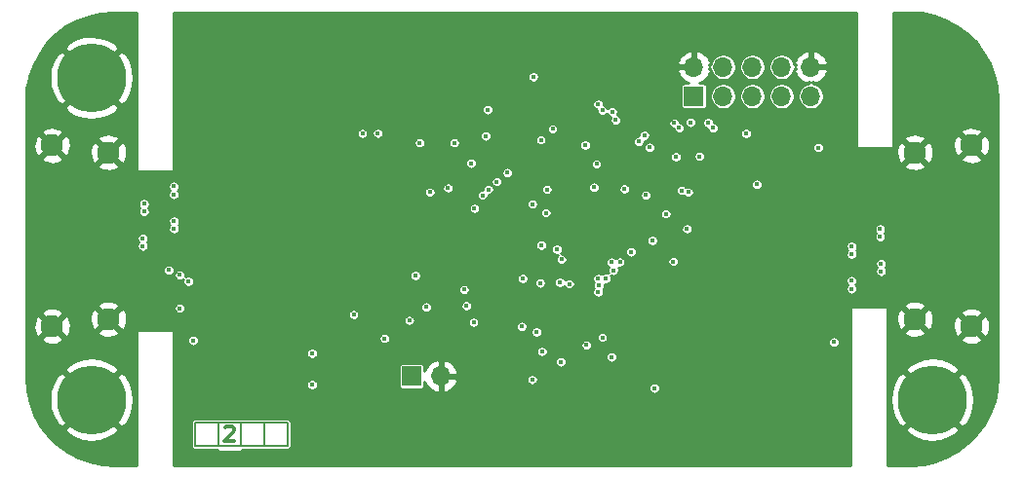
<source format=gbr>
%TF.GenerationSoftware,KiCad,Pcbnew,(5.1.10)-1*%
%TF.CreationDate,2021-07-24T11:21:25+02:00*%
%TF.ProjectId,Trugbild,54727567-6269-46c6-942e-6b696361645f,rev?*%
%TF.SameCoordinates,Original*%
%TF.FileFunction,Copper,L2,Inr*%
%TF.FilePolarity,Positive*%
%FSLAX46Y46*%
G04 Gerber Fmt 4.6, Leading zero omitted, Abs format (unit mm)*
G04 Created by KiCad (PCBNEW (5.1.10)-1) date 2021-07-24 11:21:25*
%MOMM*%
%LPD*%
G01*
G04 APERTURE LIST*
%TA.AperFunction,NonConductor*%
%ADD10C,0.300000*%
%TD*%
%TA.AperFunction,ComponentPad*%
%ADD11C,6.000000*%
%TD*%
%TA.AperFunction,ComponentPad*%
%ADD12O,1.700000X1.700000*%
%TD*%
%TA.AperFunction,ComponentPad*%
%ADD13R,1.700000X1.700000*%
%TD*%
%TA.AperFunction,ComponentPad*%
%ADD14C,1.950000*%
%TD*%
%TA.AperFunction,ViaPad*%
%ADD15C,0.800000*%
%TD*%
%TA.AperFunction,ViaPad*%
%ADD16C,0.450000*%
%TD*%
%TA.AperFunction,Conductor*%
%ADD17C,0.152400*%
%TD*%
%TA.AperFunction,Conductor*%
%ADD18C,0.254000*%
%TD*%
%TA.AperFunction,Conductor*%
%ADD19C,0.100000*%
%TD*%
G04 APERTURE END LIST*
D10*
X119628571Y-121361904D02*
X119690476Y-121300000D01*
X119814285Y-121238095D01*
X120123809Y-121238095D01*
X120247619Y-121300000D01*
X120309523Y-121361904D01*
X120371428Y-121485714D01*
X120371428Y-121609523D01*
X120309523Y-121795238D01*
X119566666Y-122538095D01*
X120371428Y-122538095D01*
D11*
%TO.N,GND*%
%TO.C,REF\u002A\u002A*%
X108000000Y-118950000D03*
%TD*%
%TO.N,GND*%
%TO.C,REF\u002A\u002A*%
X181000000Y-118950000D03*
%TD*%
%TO.N,GND*%
%TO.C,REF\u002A\u002A*%
X108000000Y-90950000D03*
%TD*%
D12*
%TO.N,GND*%
%TO.C,J1*%
X170460000Y-90010000D03*
%TO.N,/TDI*%
X170460000Y-92550000D03*
%TO.N,N/C*%
X167920000Y-90010000D03*
X167920000Y-92550000D03*
X165380000Y-90010000D03*
%TO.N,/TMS*%
X165380000Y-92550000D03*
%TO.N,+3V3*%
X162840000Y-90010000D03*
%TO.N,/TDO*%
X162840000Y-92550000D03*
%TO.N,GND*%
X160300000Y-90010000D03*
D13*
%TO.N,/TCK*%
X160300000Y-92550000D03*
%TD*%
D14*
%TO.N,GND*%
%TO.C,J4*%
X179500000Y-97450000D03*
X179500000Y-111950000D03*
X184400000Y-96850000D03*
X184400000Y-112550000D03*
%TD*%
%TO.N,GND*%
%TO.C,J2*%
X104590000Y-96850000D03*
X104590000Y-112550000D03*
X109490000Y-97450000D03*
X109490000Y-111950000D03*
%TD*%
D12*
%TO.N,GND*%
%TO.C,J3*%
X138340000Y-116900000D03*
D13*
%TO.N,+5V*%
X135800000Y-116900000D03*
%TD*%
D15*
%TO.N,GND*%
X108650000Y-101950000D03*
X180275000Y-107450000D03*
X180300000Y-101450000D03*
X180310000Y-105950000D03*
X180275000Y-104450000D03*
X180275000Y-108950000D03*
X108700000Y-100750000D03*
X108655000Y-103500000D03*
X108640000Y-104950000D03*
X108675000Y-107950000D03*
D16*
X175810000Y-110150000D03*
X175040000Y-102590000D03*
X175040000Y-101950000D03*
X175070000Y-101020000D03*
X175140000Y-99930000D03*
X175100000Y-97330000D03*
X170230000Y-113080000D03*
X159220000Y-107030000D03*
X160360000Y-102930000D03*
X113220000Y-99490000D03*
X114080000Y-112620000D03*
X114020000Y-108920000D03*
X114020000Y-107910000D03*
X133870000Y-95338222D03*
X132610000Y-96490000D03*
X118930000Y-96280000D03*
X132200000Y-111200000D03*
X129300000Y-112510000D03*
X118890000Y-112540000D03*
X115450000Y-109140000D03*
X114620000Y-107090000D03*
X116870000Y-101330000D03*
X114760000Y-106570000D03*
X112490000Y-99480000D03*
X172450000Y-104620000D03*
X177230000Y-110440000D03*
X130050000Y-95370000D03*
X147212000Y-118665200D03*
X151276000Y-117649200D03*
X155035200Y-118512800D03*
X157016400Y-113940800D03*
X162096400Y-118309600D03*
X159302400Y-114245600D03*
X161385200Y-116836400D03*
X155492400Y-100177600D03*
X153612800Y-98548400D03*
X157575200Y-95297200D03*
X151834800Y-97227600D03*
X149752000Y-95398800D03*
X149904400Y-96313200D03*
X147923200Y-98091200D03*
X144824400Y-98650000D03*
X148646120Y-95332790D03*
X136493200Y-85746800D03*
X146907200Y-116531600D03*
X142690800Y-112416800D03*
X141556282Y-110639126D03*
X151580800Y-114956800D03*
X156914800Y-110486400D03*
X140506400Y-111705600D03*
X145018151Y-100672551D03*
X174999600Y-98954800D03*
X173932800Y-102764800D03*
X157321200Y-96465600D03*
X113988800Y-110130800D03*
X113988800Y-111248400D03*
X135940800Y-111099600D03*
X133272547Y-112495820D03*
X137617200Y-111963200D03*
X138125200Y-96774000D03*
X140309600Y-98298000D03*
X140205754Y-108209440D03*
%TO.N,+3V3*%
X148736000Y-115668000D03*
X156864000Y-117954000D03*
X172459600Y-113940800D03*
X133445200Y-113636000D03*
X141166800Y-112213600D03*
X148024800Y-95398800D03*
X145344143Y-112580943D03*
X150971200Y-114194800D03*
X158513667Y-106933036D03*
X153511200Y-94636800D03*
X146348400Y-90866589D03*
X137362023Y-100893144D03*
X142223634Y-96023881D03*
X139488743Y-96617797D03*
X140336400Y-109374455D03*
X143185137Y-99989972D03*
X165754000Y-100224800D03*
X158743600Y-97837200D03*
X141935200Y-101178150D03*
X142386000Y-93722400D03*
%TO.N,+1V2*%
X147008800Y-96364000D03*
X151631600Y-100478800D03*
X151834800Y-98446800D03*
X153866800Y-106981200D03*
X153149300Y-115227100D03*
%TO.N,+5V*%
X171088000Y-97024400D03*
X164839600Y-95805200D03*
%TO.N,/TDI*%
X160786394Y-97785094D03*
X154273200Y-100631200D03*
%TO.N,/SDA_IN*%
X115665200Y-110994400D03*
%TO.N,/UTIL_IN*%
X115665200Y-108102400D03*
%TO.N,/CK_IN_N*%
X112460000Y-105602000D03*
%TO.N,/CK_IN_P*%
X112460000Y-104898000D03*
%TO.N,/D1_IN_N*%
X112563067Y-102602000D03*
%TO.N,/D1_IN_P*%
X112563067Y-101898000D03*
%TO.N,/HPD_IN*%
X116833600Y-113788400D03*
%TO.N,/SCL_IN*%
X116427200Y-108657600D03*
%TO.N,/CEC_IN*%
X114715025Y-107684860D03*
%TO.N,/D0_IN_N*%
X115170000Y-104102000D03*
%TO.N,/D0_IN_P*%
X115170000Y-103398000D03*
%TO.N,/D2_IN_N*%
X115150000Y-101102000D03*
%TO.N,/D2_IN_P*%
X115150000Y-100398000D03*
%TO.N,/SDA_OUT*%
X159022834Y-95322434D03*
%TO.N,/UTIL_OUT*%
X161541693Y-94867256D03*
%TO.N,/CK_OUT_N*%
X176470000Y-104098000D03*
%TO.N,/CK_OUT_P*%
X176470000Y-104802000D03*
%TO.N,/D1_OUT_N*%
X176542237Y-107098000D03*
%TO.N,/D1_OUT_P*%
X176542237Y-107802000D03*
%TO.N,/HPD_OUT*%
X158596872Y-94896472D03*
%TO.N,/SCL_OUT*%
X160011968Y-94835878D03*
%TO.N,/CEC_OUT*%
X161967656Y-95320856D03*
%TO.N,/D0_OUT_N*%
X173995598Y-105598000D03*
%TO.N,/D0_OUT_P*%
X173995598Y-106302000D03*
%TO.N,/D2_OUT_N*%
X173992598Y-108598000D03*
%TO.N,/D2_OUT_P*%
X173992598Y-109302000D03*
%TO.N,/DONE*%
X156123409Y-101168591D03*
%TO.N,/DQ7*%
X138950000Y-100550000D03*
%TO.N,/DQ6*%
X153138456Y-106998023D03*
%TO.N,/DQ5*%
X153300000Y-107700000D03*
%TO.N,/DQ4*%
X140963600Y-98396000D03*
%TO.N,/DQM*%
X142447190Y-100672190D03*
%TO.N,/CLK*%
X146268591Y-101931409D03*
X150850000Y-96800000D03*
X147531755Y-100673614D03*
%TO.N,/CKE*%
X141250000Y-102310010D03*
%TO.N,/A12*%
X152350000Y-93800000D03*
%TO.N,/A11*%
X152000000Y-93250000D03*
%TO.N,/A9*%
X153200000Y-93900000D03*
%TO.N,/A8*%
X155500000Y-96500000D03*
%TO.N,/A7*%
X156000000Y-95950000D03*
%TO.N,/A6*%
X156441782Y-97008591D03*
%TO.N,/A5*%
X147443591Y-102696390D03*
%TO.N,/A4*%
X152000000Y-109600000D03*
%TO.N,/A3*%
X152650000Y-108400000D03*
%TO.N,/A2*%
X151990401Y-108400732D03*
%TO.N,/A1*%
X152052782Y-108999905D03*
%TO.N,/A0*%
X147049336Y-105510010D03*
%TO.N,/A10*%
X148408251Y-105866749D03*
%TO.N,/BA1*%
X148800000Y-106750000D03*
%TO.N,/BA0*%
X149475000Y-108875000D03*
%TO.N,/CS#*%
X148650000Y-108750000D03*
%TO.N,/RAS#*%
X146250000Y-117200000D03*
%TO.N,/CAS#*%
X146950000Y-108800000D03*
%TO.N,/WE#*%
X145425000Y-108425000D03*
%TO.N,/DQ3*%
X157850000Y-102800000D03*
%TO.N,/DQ2*%
X146645744Y-113054256D03*
%TO.N,/DQ1*%
X147100000Y-114753600D03*
%TO.N,/DQ0*%
X159700000Y-104100000D03*
%TO.N,Net-(U2-Pad43)*%
X154850000Y-106100000D03*
%TO.N,/VDDQ_RAM*%
X137052000Y-110892800D03*
X131514800Y-95805200D03*
X136493200Y-96617586D03*
X132861344Y-95780144D03*
X136117049Y-108152286D03*
X135585200Y-112064800D03*
%TO.N,/VDD_RAM*%
X140557200Y-110791200D03*
X130752800Y-111553200D03*
X127152400Y-117652800D03*
X127152400Y-114909600D03*
%TO.N,/CS*%
X152342800Y-113534400D03*
%TO.N,/SCK*%
X159216744Y-100748744D03*
%TO.N,/SO*%
X159800952Y-100895675D03*
%TO.N,/SI*%
X156677640Y-105110539D03*
%TO.N,Net-(R19-Pad1)*%
X144105292Y-99212400D03*
%TD*%
D17*
%TO.N,*%
X119000000Y-120950000D02*
X119000000Y-122950000D01*
X121000000Y-120950000D02*
X121000000Y-122950000D01*
X119000000Y-120950000D02*
X121000000Y-120950000D01*
X123000000Y-120950000D02*
X123000000Y-122950000D01*
X121000000Y-120950000D02*
X123000000Y-120950000D01*
X125000000Y-120950000D02*
X125000000Y-122950000D01*
X123000000Y-120950000D02*
X125000000Y-120950000D01*
X117000000Y-120950000D02*
X119000000Y-120950000D01*
X117000000Y-122950000D02*
X117000000Y-120950000D01*
X125000000Y-122950000D02*
X117000000Y-122950000D01*
X123000000Y-120950000D02*
X123000000Y-122950000D01*
%TD*%
D18*
%TO.N,GND*%
X111873000Y-98999999D02*
X111875440Y-99024775D01*
X111882667Y-99048600D01*
X111894403Y-99070556D01*
X111910197Y-99089802D01*
X111929443Y-99105596D01*
X111951399Y-99117332D01*
X111975223Y-99124559D01*
X112000000Y-99126999D01*
X115000000Y-99127000D01*
X115024776Y-99124560D01*
X115048601Y-99117333D01*
X115070557Y-99105597D01*
X115089803Y-99089803D01*
X115105597Y-99070557D01*
X115117333Y-99048601D01*
X115124560Y-99024776D01*
X115127000Y-99000000D01*
X115127000Y-98346321D01*
X140459200Y-98346321D01*
X140459200Y-98445679D01*
X140478583Y-98543128D01*
X140516606Y-98634923D01*
X140571807Y-98717537D01*
X140642063Y-98787793D01*
X140724677Y-98842994D01*
X140816472Y-98881017D01*
X140913921Y-98900400D01*
X141013279Y-98900400D01*
X141110728Y-98881017D01*
X141202523Y-98842994D01*
X141285137Y-98787793D01*
X141355393Y-98717537D01*
X141410594Y-98634923D01*
X141448617Y-98543128D01*
X141468000Y-98445679D01*
X141468000Y-98397121D01*
X151330400Y-98397121D01*
X151330400Y-98496479D01*
X151349783Y-98593928D01*
X151387806Y-98685723D01*
X151443007Y-98768337D01*
X151513263Y-98838593D01*
X151595877Y-98893794D01*
X151687672Y-98931817D01*
X151785121Y-98951200D01*
X151884479Y-98951200D01*
X151981928Y-98931817D01*
X152073723Y-98893794D01*
X152156337Y-98838593D01*
X152226593Y-98768337D01*
X152281794Y-98685723D01*
X152319817Y-98593928D01*
X152325056Y-98567584D01*
X178562021Y-98567584D01*
X178654766Y-98829429D01*
X178940120Y-98967820D01*
X179246990Y-99047883D01*
X179563584Y-99066540D01*
X179877733Y-99023074D01*
X180177367Y-98919156D01*
X180345234Y-98829429D01*
X180437979Y-98567584D01*
X179500000Y-97629605D01*
X178562021Y-98567584D01*
X152325056Y-98567584D01*
X152339200Y-98496479D01*
X152339200Y-98397121D01*
X152319817Y-98299672D01*
X152281794Y-98207877D01*
X152226593Y-98125263D01*
X152156337Y-98055007D01*
X152073723Y-97999806D01*
X151981928Y-97961783D01*
X151884479Y-97942400D01*
X151785121Y-97942400D01*
X151687672Y-97961783D01*
X151595877Y-97999806D01*
X151513263Y-98055007D01*
X151443007Y-98125263D01*
X151387806Y-98207877D01*
X151349783Y-98299672D01*
X151330400Y-98397121D01*
X141468000Y-98397121D01*
X141468000Y-98346321D01*
X141448617Y-98248872D01*
X141410594Y-98157077D01*
X141355393Y-98074463D01*
X141285137Y-98004207D01*
X141202523Y-97949006D01*
X141110728Y-97910983D01*
X141013279Y-97891600D01*
X140913921Y-97891600D01*
X140816472Y-97910983D01*
X140724677Y-97949006D01*
X140642063Y-98004207D01*
X140571807Y-98074463D01*
X140516606Y-98157077D01*
X140478583Y-98248872D01*
X140459200Y-98346321D01*
X115127000Y-98346321D01*
X115127000Y-97787521D01*
X158239200Y-97787521D01*
X158239200Y-97886879D01*
X158258583Y-97984328D01*
X158296606Y-98076123D01*
X158351807Y-98158737D01*
X158422063Y-98228993D01*
X158504677Y-98284194D01*
X158596472Y-98322217D01*
X158693921Y-98341600D01*
X158793279Y-98341600D01*
X158890728Y-98322217D01*
X158982523Y-98284194D01*
X159065137Y-98228993D01*
X159135393Y-98158737D01*
X159190594Y-98076123D01*
X159228617Y-97984328D01*
X159248000Y-97886879D01*
X159248000Y-97787521D01*
X159237636Y-97735415D01*
X160281994Y-97735415D01*
X160281994Y-97834773D01*
X160301377Y-97932222D01*
X160339400Y-98024017D01*
X160394601Y-98106631D01*
X160464857Y-98176887D01*
X160547471Y-98232088D01*
X160639266Y-98270111D01*
X160736715Y-98289494D01*
X160836073Y-98289494D01*
X160933522Y-98270111D01*
X161025317Y-98232088D01*
X161107931Y-98176887D01*
X161178187Y-98106631D01*
X161233388Y-98024017D01*
X161271411Y-97932222D01*
X161290794Y-97834773D01*
X161290794Y-97735415D01*
X161271411Y-97637966D01*
X161233388Y-97546171D01*
X161178187Y-97463557D01*
X161107931Y-97393301D01*
X161025317Y-97338100D01*
X160933522Y-97300077D01*
X160836073Y-97280694D01*
X160736715Y-97280694D01*
X160639266Y-97300077D01*
X160547471Y-97338100D01*
X160464857Y-97393301D01*
X160394601Y-97463557D01*
X160339400Y-97546171D01*
X160301377Y-97637966D01*
X160281994Y-97735415D01*
X159237636Y-97735415D01*
X159228617Y-97690072D01*
X159190594Y-97598277D01*
X159135393Y-97515663D01*
X159065137Y-97445407D01*
X158982523Y-97390206D01*
X158890728Y-97352183D01*
X158793279Y-97332800D01*
X158693921Y-97332800D01*
X158596472Y-97352183D01*
X158504677Y-97390206D01*
X158422063Y-97445407D01*
X158351807Y-97515663D01*
X158296606Y-97598277D01*
X158258583Y-97690072D01*
X158239200Y-97787521D01*
X115127000Y-97787521D01*
X115127000Y-96567907D01*
X135988800Y-96567907D01*
X135988800Y-96667265D01*
X136008183Y-96764714D01*
X136046206Y-96856509D01*
X136101407Y-96939123D01*
X136171663Y-97009379D01*
X136254277Y-97064580D01*
X136346072Y-97102603D01*
X136443521Y-97121986D01*
X136542879Y-97121986D01*
X136640328Y-97102603D01*
X136732123Y-97064580D01*
X136814737Y-97009379D01*
X136884993Y-96939123D01*
X136940194Y-96856509D01*
X136978217Y-96764714D01*
X136997600Y-96667265D01*
X136997600Y-96568118D01*
X138984343Y-96568118D01*
X138984343Y-96667476D01*
X139003726Y-96764925D01*
X139041749Y-96856720D01*
X139096950Y-96939334D01*
X139167206Y-97009590D01*
X139249820Y-97064791D01*
X139341615Y-97102814D01*
X139439064Y-97122197D01*
X139538422Y-97122197D01*
X139635871Y-97102814D01*
X139727666Y-97064791D01*
X139810280Y-97009590D01*
X139880536Y-96939334D01*
X139935737Y-96856720D01*
X139973760Y-96764925D01*
X139993143Y-96667476D01*
X139993143Y-96568118D01*
X139973760Y-96470669D01*
X139935737Y-96378874D01*
X139880536Y-96296260D01*
X139810280Y-96226004D01*
X139727666Y-96170803D01*
X139635871Y-96132780D01*
X139538422Y-96113397D01*
X139439064Y-96113397D01*
X139341615Y-96132780D01*
X139249820Y-96170803D01*
X139167206Y-96226004D01*
X139096950Y-96296260D01*
X139041749Y-96378874D01*
X139003726Y-96470669D01*
X138984343Y-96568118D01*
X136997600Y-96568118D01*
X136997600Y-96567907D01*
X136978217Y-96470458D01*
X136940194Y-96378663D01*
X136884993Y-96296049D01*
X136814737Y-96225793D01*
X136732123Y-96170592D01*
X136640328Y-96132569D01*
X136542879Y-96113186D01*
X136443521Y-96113186D01*
X136346072Y-96132569D01*
X136254277Y-96170592D01*
X136171663Y-96225793D01*
X136101407Y-96296049D01*
X136046206Y-96378663D01*
X136008183Y-96470458D01*
X135988800Y-96567907D01*
X115127000Y-96567907D01*
X115127000Y-95755521D01*
X131010400Y-95755521D01*
X131010400Y-95854879D01*
X131029783Y-95952328D01*
X131067806Y-96044123D01*
X131123007Y-96126737D01*
X131193263Y-96196993D01*
X131275877Y-96252194D01*
X131367672Y-96290217D01*
X131465121Y-96309600D01*
X131564479Y-96309600D01*
X131661928Y-96290217D01*
X131753723Y-96252194D01*
X131836337Y-96196993D01*
X131906593Y-96126737D01*
X131961794Y-96044123D01*
X131999817Y-95952328D01*
X132019200Y-95854879D01*
X132019200Y-95755521D01*
X132014217Y-95730465D01*
X132356944Y-95730465D01*
X132356944Y-95829823D01*
X132376327Y-95927272D01*
X132414350Y-96019067D01*
X132469551Y-96101681D01*
X132539807Y-96171937D01*
X132622421Y-96227138D01*
X132714216Y-96265161D01*
X132811665Y-96284544D01*
X132911023Y-96284544D01*
X133008472Y-96265161D01*
X133100267Y-96227138D01*
X133182881Y-96171937D01*
X133253137Y-96101681D01*
X133308338Y-96019067D01*
X133326921Y-95974202D01*
X141719234Y-95974202D01*
X141719234Y-96073560D01*
X141738617Y-96171009D01*
X141776640Y-96262804D01*
X141831841Y-96345418D01*
X141902097Y-96415674D01*
X141984711Y-96470875D01*
X142076506Y-96508898D01*
X142173955Y-96528281D01*
X142273313Y-96528281D01*
X142370762Y-96508898D01*
X142462557Y-96470875D01*
X142545171Y-96415674D01*
X142615427Y-96345418D01*
X142636205Y-96314321D01*
X146504400Y-96314321D01*
X146504400Y-96413679D01*
X146523783Y-96511128D01*
X146561806Y-96602923D01*
X146617007Y-96685537D01*
X146687263Y-96755793D01*
X146769877Y-96810994D01*
X146861672Y-96849017D01*
X146959121Y-96868400D01*
X147058479Y-96868400D01*
X147155928Y-96849017D01*
X147247723Y-96810994D01*
X147330337Y-96755793D01*
X147335809Y-96750321D01*
X150345600Y-96750321D01*
X150345600Y-96849679D01*
X150364983Y-96947128D01*
X150403006Y-97038923D01*
X150458207Y-97121537D01*
X150528463Y-97191793D01*
X150611077Y-97246994D01*
X150702872Y-97285017D01*
X150800321Y-97304400D01*
X150899679Y-97304400D01*
X150997128Y-97285017D01*
X151088923Y-97246994D01*
X151171537Y-97191793D01*
X151241793Y-97121537D01*
X151296994Y-97038923D01*
X151335017Y-96947128D01*
X151354400Y-96849679D01*
X151354400Y-96750321D01*
X151335017Y-96652872D01*
X151296994Y-96561077D01*
X151241793Y-96478463D01*
X151213651Y-96450321D01*
X154995600Y-96450321D01*
X154995600Y-96549679D01*
X155014983Y-96647128D01*
X155053006Y-96738923D01*
X155108207Y-96821537D01*
X155178463Y-96891793D01*
X155261077Y-96946994D01*
X155352872Y-96985017D01*
X155450321Y-97004400D01*
X155549679Y-97004400D01*
X155647128Y-96985017D01*
X155710150Y-96958912D01*
X155937382Y-96958912D01*
X155937382Y-97058270D01*
X155956765Y-97155719D01*
X155994788Y-97247514D01*
X156049989Y-97330128D01*
X156120245Y-97400384D01*
X156202859Y-97455585D01*
X156294654Y-97493608D01*
X156392103Y-97512991D01*
X156491461Y-97512991D01*
X156588910Y-97493608D01*
X156680705Y-97455585D01*
X156763319Y-97400384D01*
X156833575Y-97330128D01*
X156888776Y-97247514D01*
X156926799Y-97155719D01*
X156946182Y-97058270D01*
X156946182Y-96974721D01*
X170583600Y-96974721D01*
X170583600Y-97074079D01*
X170602983Y-97171528D01*
X170641006Y-97263323D01*
X170696207Y-97345937D01*
X170766463Y-97416193D01*
X170849077Y-97471394D01*
X170940872Y-97509417D01*
X171038321Y-97528800D01*
X171137679Y-97528800D01*
X171214178Y-97513584D01*
X177883460Y-97513584D01*
X177926926Y-97827733D01*
X178030844Y-98127367D01*
X178120571Y-98295234D01*
X178382416Y-98387979D01*
X179320395Y-97450000D01*
X179679605Y-97450000D01*
X180617584Y-98387979D01*
X180879429Y-98295234D01*
X181017820Y-98009880D01*
X181028855Y-97967584D01*
X183462021Y-97967584D01*
X183554766Y-98229429D01*
X183840120Y-98367820D01*
X184146990Y-98447883D01*
X184463584Y-98466540D01*
X184777733Y-98423074D01*
X185077367Y-98319156D01*
X185245234Y-98229429D01*
X185337979Y-97967584D01*
X184400000Y-97029605D01*
X183462021Y-97967584D01*
X181028855Y-97967584D01*
X181097883Y-97703010D01*
X181116540Y-97386416D01*
X181073074Y-97072267D01*
X181018041Y-96913584D01*
X182783460Y-96913584D01*
X182826926Y-97227733D01*
X182930844Y-97527367D01*
X183020571Y-97695234D01*
X183282416Y-97787979D01*
X184220395Y-96850000D01*
X184579605Y-96850000D01*
X185517584Y-97787979D01*
X185779429Y-97695234D01*
X185917820Y-97409880D01*
X185997883Y-97103010D01*
X186016540Y-96786416D01*
X185973074Y-96472267D01*
X185869156Y-96172633D01*
X185779429Y-96004766D01*
X185517584Y-95912021D01*
X184579605Y-96850000D01*
X184220395Y-96850000D01*
X183282416Y-95912021D01*
X183020571Y-96004766D01*
X182882180Y-96290120D01*
X182802117Y-96596990D01*
X182783460Y-96913584D01*
X181018041Y-96913584D01*
X180969156Y-96772633D01*
X180879429Y-96604766D01*
X180617584Y-96512021D01*
X179679605Y-97450000D01*
X179320395Y-97450000D01*
X178382416Y-96512021D01*
X178120571Y-96604766D01*
X177982180Y-96890120D01*
X177902117Y-97196990D01*
X177883460Y-97513584D01*
X171214178Y-97513584D01*
X171235128Y-97509417D01*
X171326923Y-97471394D01*
X171409537Y-97416193D01*
X171479793Y-97345937D01*
X171534994Y-97263323D01*
X171573017Y-97171528D01*
X171592400Y-97074079D01*
X171592400Y-96974721D01*
X171573017Y-96877272D01*
X171534994Y-96785477D01*
X171479793Y-96702863D01*
X171409537Y-96632607D01*
X171326923Y-96577406D01*
X171235128Y-96539383D01*
X171137679Y-96520000D01*
X171038321Y-96520000D01*
X170940872Y-96539383D01*
X170849077Y-96577406D01*
X170766463Y-96632607D01*
X170696207Y-96702863D01*
X170641006Y-96785477D01*
X170602983Y-96877272D01*
X170583600Y-96974721D01*
X156946182Y-96974721D01*
X156946182Y-96958912D01*
X156926799Y-96861463D01*
X156888776Y-96769668D01*
X156833575Y-96687054D01*
X156763319Y-96616798D01*
X156680705Y-96561597D01*
X156588910Y-96523574D01*
X156491461Y-96504191D01*
X156392103Y-96504191D01*
X156294654Y-96523574D01*
X156202859Y-96561597D01*
X156120245Y-96616798D01*
X156049989Y-96687054D01*
X155994788Y-96769668D01*
X155956765Y-96861463D01*
X155937382Y-96958912D01*
X155710150Y-96958912D01*
X155738923Y-96946994D01*
X155821537Y-96891793D01*
X155891793Y-96821537D01*
X155946994Y-96738923D01*
X155985017Y-96647128D01*
X156004400Y-96549679D01*
X156004400Y-96454400D01*
X156049679Y-96454400D01*
X156147128Y-96435017D01*
X156238923Y-96396994D01*
X156321537Y-96341793D01*
X156391793Y-96271537D01*
X156446994Y-96188923D01*
X156485017Y-96097128D01*
X156504400Y-95999679D01*
X156504400Y-95900321D01*
X156485017Y-95802872D01*
X156446994Y-95711077D01*
X156391793Y-95628463D01*
X156321537Y-95558207D01*
X156238923Y-95503006D01*
X156147128Y-95464983D01*
X156049679Y-95445600D01*
X155950321Y-95445600D01*
X155852872Y-95464983D01*
X155761077Y-95503006D01*
X155678463Y-95558207D01*
X155608207Y-95628463D01*
X155553006Y-95711077D01*
X155514983Y-95802872D01*
X155495600Y-95900321D01*
X155495600Y-95995600D01*
X155450321Y-95995600D01*
X155352872Y-96014983D01*
X155261077Y-96053006D01*
X155178463Y-96108207D01*
X155108207Y-96178463D01*
X155053006Y-96261077D01*
X155014983Y-96352872D01*
X154995600Y-96450321D01*
X151213651Y-96450321D01*
X151171537Y-96408207D01*
X151088923Y-96353006D01*
X150997128Y-96314983D01*
X150899679Y-96295600D01*
X150800321Y-96295600D01*
X150702872Y-96314983D01*
X150611077Y-96353006D01*
X150528463Y-96408207D01*
X150458207Y-96478463D01*
X150403006Y-96561077D01*
X150364983Y-96652872D01*
X150345600Y-96750321D01*
X147335809Y-96750321D01*
X147400593Y-96685537D01*
X147455794Y-96602923D01*
X147493817Y-96511128D01*
X147513200Y-96413679D01*
X147513200Y-96314321D01*
X147493817Y-96216872D01*
X147455794Y-96125077D01*
X147400593Y-96042463D01*
X147330337Y-95972207D01*
X147247723Y-95917006D01*
X147155928Y-95878983D01*
X147058479Y-95859600D01*
X146959121Y-95859600D01*
X146861672Y-95878983D01*
X146769877Y-95917006D01*
X146687263Y-95972207D01*
X146617007Y-96042463D01*
X146561806Y-96125077D01*
X146523783Y-96216872D01*
X146504400Y-96314321D01*
X142636205Y-96314321D01*
X142670628Y-96262804D01*
X142708651Y-96171009D01*
X142728034Y-96073560D01*
X142728034Y-95974202D01*
X142708651Y-95876753D01*
X142670628Y-95784958D01*
X142615427Y-95702344D01*
X142545171Y-95632088D01*
X142462557Y-95576887D01*
X142370762Y-95538864D01*
X142273313Y-95519481D01*
X142173955Y-95519481D01*
X142076506Y-95538864D01*
X141984711Y-95576887D01*
X141902097Y-95632088D01*
X141831841Y-95702344D01*
X141776640Y-95784958D01*
X141738617Y-95876753D01*
X141719234Y-95974202D01*
X133326921Y-95974202D01*
X133346361Y-95927272D01*
X133365744Y-95829823D01*
X133365744Y-95730465D01*
X133346361Y-95633016D01*
X133308338Y-95541221D01*
X133253137Y-95458607D01*
X133182881Y-95388351D01*
X133124170Y-95349121D01*
X147520400Y-95349121D01*
X147520400Y-95448479D01*
X147539783Y-95545928D01*
X147577806Y-95637723D01*
X147633007Y-95720337D01*
X147703263Y-95790593D01*
X147785877Y-95845794D01*
X147877672Y-95883817D01*
X147975121Y-95903200D01*
X148074479Y-95903200D01*
X148171928Y-95883817D01*
X148263723Y-95845794D01*
X148346337Y-95790593D01*
X148416593Y-95720337D01*
X148471794Y-95637723D01*
X148509817Y-95545928D01*
X148529200Y-95448479D01*
X148529200Y-95349121D01*
X148509817Y-95251672D01*
X148471794Y-95159877D01*
X148416593Y-95077263D01*
X148346337Y-95007007D01*
X148263723Y-94951806D01*
X148171928Y-94913783D01*
X148074479Y-94894400D01*
X147975121Y-94894400D01*
X147877672Y-94913783D01*
X147785877Y-94951806D01*
X147703263Y-95007007D01*
X147633007Y-95077263D01*
X147577806Y-95159877D01*
X147539783Y-95251672D01*
X147520400Y-95349121D01*
X133124170Y-95349121D01*
X133100267Y-95333150D01*
X133008472Y-95295127D01*
X132911023Y-95275744D01*
X132811665Y-95275744D01*
X132714216Y-95295127D01*
X132622421Y-95333150D01*
X132539807Y-95388351D01*
X132469551Y-95458607D01*
X132414350Y-95541221D01*
X132376327Y-95633016D01*
X132356944Y-95730465D01*
X132014217Y-95730465D01*
X131999817Y-95658072D01*
X131961794Y-95566277D01*
X131906593Y-95483663D01*
X131836337Y-95413407D01*
X131753723Y-95358206D01*
X131661928Y-95320183D01*
X131564479Y-95300800D01*
X131465121Y-95300800D01*
X131367672Y-95320183D01*
X131275877Y-95358206D01*
X131193263Y-95413407D01*
X131123007Y-95483663D01*
X131067806Y-95566277D01*
X131029783Y-95658072D01*
X131010400Y-95755521D01*
X115127000Y-95755521D01*
X115127000Y-93672721D01*
X141881600Y-93672721D01*
X141881600Y-93772079D01*
X141900983Y-93869528D01*
X141939006Y-93961323D01*
X141994207Y-94043937D01*
X142064463Y-94114193D01*
X142147077Y-94169394D01*
X142238872Y-94207417D01*
X142336321Y-94226800D01*
X142435679Y-94226800D01*
X142533128Y-94207417D01*
X142624923Y-94169394D01*
X142707537Y-94114193D01*
X142777793Y-94043937D01*
X142832994Y-93961323D01*
X142871017Y-93869528D01*
X142890400Y-93772079D01*
X142890400Y-93672721D01*
X142871017Y-93575272D01*
X142832994Y-93483477D01*
X142777793Y-93400863D01*
X142707537Y-93330607D01*
X142624923Y-93275406D01*
X142533128Y-93237383D01*
X142435679Y-93218000D01*
X142336321Y-93218000D01*
X142238872Y-93237383D01*
X142147077Y-93275406D01*
X142064463Y-93330607D01*
X141994207Y-93400863D01*
X141939006Y-93483477D01*
X141900983Y-93575272D01*
X141881600Y-93672721D01*
X115127000Y-93672721D01*
X115127000Y-93200321D01*
X151495600Y-93200321D01*
X151495600Y-93299679D01*
X151514983Y-93397128D01*
X151553006Y-93488923D01*
X151608207Y-93571537D01*
X151678463Y-93641793D01*
X151761077Y-93696994D01*
X151848966Y-93733399D01*
X151845600Y-93750321D01*
X151845600Y-93849679D01*
X151864983Y-93947128D01*
X151903006Y-94038923D01*
X151958207Y-94121537D01*
X152028463Y-94191793D01*
X152111077Y-94246994D01*
X152202872Y-94285017D01*
X152300321Y-94304400D01*
X152399679Y-94304400D01*
X152497128Y-94285017D01*
X152588923Y-94246994D01*
X152671537Y-94191793D01*
X152741793Y-94121537D01*
X152744269Y-94117831D01*
X152753006Y-94138923D01*
X152808207Y-94221537D01*
X152878463Y-94291793D01*
X152961077Y-94346994D01*
X153052872Y-94385017D01*
X153070461Y-94388516D01*
X153064206Y-94397877D01*
X153026183Y-94489672D01*
X153006800Y-94587121D01*
X153006800Y-94686479D01*
X153026183Y-94783928D01*
X153064206Y-94875723D01*
X153119407Y-94958337D01*
X153189663Y-95028593D01*
X153272277Y-95083794D01*
X153364072Y-95121817D01*
X153461521Y-95141200D01*
X153560879Y-95141200D01*
X153658328Y-95121817D01*
X153750123Y-95083794D01*
X153832737Y-95028593D01*
X153902993Y-94958337D01*
X153958194Y-94875723D01*
X153970177Y-94846793D01*
X158092472Y-94846793D01*
X158092472Y-94946151D01*
X158111855Y-95043600D01*
X158149878Y-95135395D01*
X158205079Y-95218009D01*
X158275335Y-95288265D01*
X158357949Y-95343466D01*
X158449744Y-95381489D01*
X158523205Y-95396101D01*
X158537817Y-95469562D01*
X158575840Y-95561357D01*
X158631041Y-95643971D01*
X158701297Y-95714227D01*
X158783911Y-95769428D01*
X158875706Y-95807451D01*
X158973155Y-95826834D01*
X159072513Y-95826834D01*
X159169962Y-95807451D01*
X159261757Y-95769428D01*
X159344371Y-95714227D01*
X159414627Y-95643971D01*
X159469828Y-95561357D01*
X159507851Y-95469562D01*
X159527234Y-95372113D01*
X159527234Y-95272755D01*
X159507851Y-95175306D01*
X159469828Y-95083511D01*
X159414627Y-95000897D01*
X159344371Y-94930641D01*
X159261757Y-94875440D01*
X159169962Y-94837417D01*
X159096501Y-94822805D01*
X159089220Y-94786199D01*
X159507568Y-94786199D01*
X159507568Y-94885557D01*
X159526951Y-94983006D01*
X159564974Y-95074801D01*
X159620175Y-95157415D01*
X159690431Y-95227671D01*
X159773045Y-95282872D01*
X159864840Y-95320895D01*
X159962289Y-95340278D01*
X160061647Y-95340278D01*
X160159096Y-95320895D01*
X160250891Y-95282872D01*
X160333505Y-95227671D01*
X160403761Y-95157415D01*
X160458962Y-95074801D01*
X160496985Y-94983006D01*
X160516368Y-94885557D01*
X160516368Y-94817577D01*
X161037293Y-94817577D01*
X161037293Y-94916935D01*
X161056676Y-95014384D01*
X161094699Y-95106179D01*
X161149900Y-95188793D01*
X161220156Y-95259049D01*
X161302770Y-95314250D01*
X161394565Y-95352273D01*
X161463256Y-95365936D01*
X161463256Y-95370535D01*
X161482639Y-95467984D01*
X161520662Y-95559779D01*
X161575863Y-95642393D01*
X161646119Y-95712649D01*
X161728733Y-95767850D01*
X161820528Y-95805873D01*
X161917977Y-95825256D01*
X162017335Y-95825256D01*
X162114784Y-95805873D01*
X162206579Y-95767850D01*
X162225030Y-95755521D01*
X164335200Y-95755521D01*
X164335200Y-95854879D01*
X164354583Y-95952328D01*
X164392606Y-96044123D01*
X164447807Y-96126737D01*
X164518063Y-96196993D01*
X164600677Y-96252194D01*
X164692472Y-96290217D01*
X164789921Y-96309600D01*
X164889279Y-96309600D01*
X164986728Y-96290217D01*
X165078523Y-96252194D01*
X165161137Y-96196993D01*
X165231393Y-96126737D01*
X165286594Y-96044123D01*
X165324617Y-95952328D01*
X165344000Y-95854879D01*
X165344000Y-95755521D01*
X165324617Y-95658072D01*
X165286594Y-95566277D01*
X165231393Y-95483663D01*
X165161137Y-95413407D01*
X165078523Y-95358206D01*
X164986728Y-95320183D01*
X164889279Y-95300800D01*
X164789921Y-95300800D01*
X164692472Y-95320183D01*
X164600677Y-95358206D01*
X164518063Y-95413407D01*
X164447807Y-95483663D01*
X164392606Y-95566277D01*
X164354583Y-95658072D01*
X164335200Y-95755521D01*
X162225030Y-95755521D01*
X162289193Y-95712649D01*
X162359449Y-95642393D01*
X162414650Y-95559779D01*
X162452673Y-95467984D01*
X162472056Y-95370535D01*
X162472056Y-95271177D01*
X162452673Y-95173728D01*
X162414650Y-95081933D01*
X162359449Y-94999319D01*
X162289193Y-94929063D01*
X162206579Y-94873862D01*
X162114784Y-94835839D01*
X162046093Y-94822176D01*
X162046093Y-94817577D01*
X162026710Y-94720128D01*
X161988687Y-94628333D01*
X161933486Y-94545719D01*
X161863230Y-94475463D01*
X161780616Y-94420262D01*
X161688821Y-94382239D01*
X161591372Y-94362856D01*
X161492014Y-94362856D01*
X161394565Y-94382239D01*
X161302770Y-94420262D01*
X161220156Y-94475463D01*
X161149900Y-94545719D01*
X161094699Y-94628333D01*
X161056676Y-94720128D01*
X161037293Y-94817577D01*
X160516368Y-94817577D01*
X160516368Y-94786199D01*
X160496985Y-94688750D01*
X160458962Y-94596955D01*
X160403761Y-94514341D01*
X160333505Y-94444085D01*
X160250891Y-94388884D01*
X160159096Y-94350861D01*
X160061647Y-94331478D01*
X159962289Y-94331478D01*
X159864840Y-94350861D01*
X159773045Y-94388884D01*
X159690431Y-94444085D01*
X159620175Y-94514341D01*
X159564974Y-94596955D01*
X159526951Y-94688750D01*
X159507568Y-94786199D01*
X159089220Y-94786199D01*
X159081889Y-94749344D01*
X159043866Y-94657549D01*
X158988665Y-94574935D01*
X158918409Y-94504679D01*
X158835795Y-94449478D01*
X158744000Y-94411455D01*
X158646551Y-94392072D01*
X158547193Y-94392072D01*
X158449744Y-94411455D01*
X158357949Y-94449478D01*
X158275335Y-94504679D01*
X158205079Y-94574935D01*
X158149878Y-94657549D01*
X158111855Y-94749344D01*
X158092472Y-94846793D01*
X153970177Y-94846793D01*
X153996217Y-94783928D01*
X154015600Y-94686479D01*
X154015600Y-94587121D01*
X153996217Y-94489672D01*
X153958194Y-94397877D01*
X153902993Y-94315263D01*
X153832737Y-94245007D01*
X153750123Y-94189806D01*
X153658328Y-94151783D01*
X153640739Y-94148284D01*
X153646994Y-94138923D01*
X153685017Y-94047128D01*
X153704400Y-93949679D01*
X153704400Y-93850321D01*
X153685017Y-93752872D01*
X153646994Y-93661077D01*
X153591793Y-93578463D01*
X153521537Y-93508207D01*
X153438923Y-93453006D01*
X153347128Y-93414983D01*
X153249679Y-93395600D01*
X153150321Y-93395600D01*
X153052872Y-93414983D01*
X152961077Y-93453006D01*
X152878463Y-93508207D01*
X152808207Y-93578463D01*
X152805731Y-93582169D01*
X152796994Y-93561077D01*
X152741793Y-93478463D01*
X152671537Y-93408207D01*
X152588923Y-93353006D01*
X152501034Y-93316601D01*
X152504400Y-93299679D01*
X152504400Y-93200321D01*
X152485017Y-93102872D01*
X152446994Y-93011077D01*
X152391793Y-92928463D01*
X152321537Y-92858207D01*
X152238923Y-92803006D01*
X152147128Y-92764983D01*
X152049679Y-92745600D01*
X151950321Y-92745600D01*
X151852872Y-92764983D01*
X151761077Y-92803006D01*
X151678463Y-92858207D01*
X151608207Y-92928463D01*
X151553006Y-93011077D01*
X151514983Y-93102872D01*
X151495600Y-93200321D01*
X115127000Y-93200321D01*
X115127000Y-90816910D01*
X145844000Y-90816910D01*
X145844000Y-90916268D01*
X145863383Y-91013717D01*
X145901406Y-91105512D01*
X145956607Y-91188126D01*
X146026863Y-91258382D01*
X146109477Y-91313583D01*
X146201272Y-91351606D01*
X146298721Y-91370989D01*
X146398079Y-91370989D01*
X146495528Y-91351606D01*
X146587323Y-91313583D01*
X146669937Y-91258382D01*
X146740193Y-91188126D01*
X146795394Y-91105512D01*
X146833417Y-91013717D01*
X146852800Y-90916268D01*
X146852800Y-90816910D01*
X146833417Y-90719461D01*
X146795394Y-90627666D01*
X146740193Y-90545052D01*
X146669937Y-90474796D01*
X146587323Y-90419595D01*
X146495528Y-90381572D01*
X146421719Y-90366891D01*
X158858519Y-90366891D01*
X158955843Y-90641252D01*
X159104822Y-90891355D01*
X159299731Y-91107588D01*
X159533080Y-91281641D01*
X159795901Y-91406825D01*
X159836861Y-91419249D01*
X159450000Y-91419249D01*
X159395228Y-91424644D01*
X159342561Y-91440620D01*
X159294023Y-91466564D01*
X159251479Y-91501479D01*
X159216564Y-91544023D01*
X159190620Y-91592561D01*
X159174644Y-91645228D01*
X159169249Y-91700000D01*
X159169249Y-93400000D01*
X159174644Y-93454772D01*
X159190620Y-93507439D01*
X159216564Y-93555977D01*
X159251479Y-93598521D01*
X159294023Y-93633436D01*
X159342561Y-93659380D01*
X159395228Y-93675356D01*
X159450000Y-93680751D01*
X161150000Y-93680751D01*
X161204772Y-93675356D01*
X161257439Y-93659380D01*
X161305977Y-93633436D01*
X161348521Y-93598521D01*
X161383436Y-93555977D01*
X161409380Y-93507439D01*
X161425356Y-93454772D01*
X161430751Y-93400000D01*
X161430751Y-92438764D01*
X161710600Y-92438764D01*
X161710600Y-92661236D01*
X161754002Y-92879434D01*
X161839138Y-93084972D01*
X161962737Y-93269951D01*
X162120049Y-93427263D01*
X162305028Y-93550862D01*
X162510566Y-93635998D01*
X162728764Y-93679400D01*
X162951236Y-93679400D01*
X163169434Y-93635998D01*
X163374972Y-93550862D01*
X163559951Y-93427263D01*
X163717263Y-93269951D01*
X163840862Y-93084972D01*
X163925998Y-92879434D01*
X163969400Y-92661236D01*
X163969400Y-92438764D01*
X164250600Y-92438764D01*
X164250600Y-92661236D01*
X164294002Y-92879434D01*
X164379138Y-93084972D01*
X164502737Y-93269951D01*
X164660049Y-93427263D01*
X164845028Y-93550862D01*
X165050566Y-93635998D01*
X165268764Y-93679400D01*
X165491236Y-93679400D01*
X165709434Y-93635998D01*
X165914972Y-93550862D01*
X166099951Y-93427263D01*
X166257263Y-93269951D01*
X166380862Y-93084972D01*
X166465998Y-92879434D01*
X166509400Y-92661236D01*
X166509400Y-92438764D01*
X166790600Y-92438764D01*
X166790600Y-92661236D01*
X166834002Y-92879434D01*
X166919138Y-93084972D01*
X167042737Y-93269951D01*
X167200049Y-93427263D01*
X167385028Y-93550862D01*
X167590566Y-93635998D01*
X167808764Y-93679400D01*
X168031236Y-93679400D01*
X168249434Y-93635998D01*
X168454972Y-93550862D01*
X168639951Y-93427263D01*
X168797263Y-93269951D01*
X168920862Y-93084972D01*
X169005998Y-92879434D01*
X169049400Y-92661236D01*
X169049400Y-92438764D01*
X169005998Y-92220566D01*
X168920862Y-92015028D01*
X168797263Y-91830049D01*
X168639951Y-91672737D01*
X168454972Y-91549138D01*
X168249434Y-91464002D01*
X168031236Y-91420600D01*
X167808764Y-91420600D01*
X167590566Y-91464002D01*
X167385028Y-91549138D01*
X167200049Y-91672737D01*
X167042737Y-91830049D01*
X166919138Y-92015028D01*
X166834002Y-92220566D01*
X166790600Y-92438764D01*
X166509400Y-92438764D01*
X166465998Y-92220566D01*
X166380862Y-92015028D01*
X166257263Y-91830049D01*
X166099951Y-91672737D01*
X165914972Y-91549138D01*
X165709434Y-91464002D01*
X165491236Y-91420600D01*
X165268764Y-91420600D01*
X165050566Y-91464002D01*
X164845028Y-91549138D01*
X164660049Y-91672737D01*
X164502737Y-91830049D01*
X164379138Y-92015028D01*
X164294002Y-92220566D01*
X164250600Y-92438764D01*
X163969400Y-92438764D01*
X163925998Y-92220566D01*
X163840862Y-92015028D01*
X163717263Y-91830049D01*
X163559951Y-91672737D01*
X163374972Y-91549138D01*
X163169434Y-91464002D01*
X162951236Y-91420600D01*
X162728764Y-91420600D01*
X162510566Y-91464002D01*
X162305028Y-91549138D01*
X162120049Y-91672737D01*
X161962737Y-91830049D01*
X161839138Y-92015028D01*
X161754002Y-92220566D01*
X161710600Y-92438764D01*
X161430751Y-92438764D01*
X161430751Y-91700000D01*
X161425356Y-91645228D01*
X161409380Y-91592561D01*
X161383436Y-91544023D01*
X161348521Y-91501479D01*
X161305977Y-91466564D01*
X161257439Y-91440620D01*
X161204772Y-91424644D01*
X161150000Y-91419249D01*
X160763139Y-91419249D01*
X160804099Y-91406825D01*
X161066920Y-91281641D01*
X161300269Y-91107588D01*
X161495178Y-90891355D01*
X161644157Y-90641252D01*
X161741481Y-90366891D01*
X161620815Y-90137002D01*
X161713736Y-90137002D01*
X161754002Y-90339434D01*
X161839138Y-90544972D01*
X161962737Y-90729951D01*
X162120049Y-90887263D01*
X162305028Y-91010862D01*
X162510566Y-91095998D01*
X162728764Y-91139400D01*
X162951236Y-91139400D01*
X163169434Y-91095998D01*
X163374972Y-91010862D01*
X163559951Y-90887263D01*
X163717263Y-90729951D01*
X163840862Y-90544972D01*
X163925998Y-90339434D01*
X163969400Y-90121236D01*
X163969400Y-89898764D01*
X164250600Y-89898764D01*
X164250600Y-90121236D01*
X164294002Y-90339434D01*
X164379138Y-90544972D01*
X164502737Y-90729951D01*
X164660049Y-90887263D01*
X164845028Y-91010862D01*
X165050566Y-91095998D01*
X165268764Y-91139400D01*
X165491236Y-91139400D01*
X165709434Y-91095998D01*
X165914972Y-91010862D01*
X166099951Y-90887263D01*
X166257263Y-90729951D01*
X166380862Y-90544972D01*
X166465998Y-90339434D01*
X166509400Y-90121236D01*
X166509400Y-89898764D01*
X166790600Y-89898764D01*
X166790600Y-90121236D01*
X166834002Y-90339434D01*
X166919138Y-90544972D01*
X167042737Y-90729951D01*
X167200049Y-90887263D01*
X167385028Y-91010862D01*
X167590566Y-91095998D01*
X167808764Y-91139400D01*
X168031236Y-91139400D01*
X168249434Y-91095998D01*
X168454972Y-91010862D01*
X168639951Y-90887263D01*
X168797263Y-90729951D01*
X168920862Y-90544972D01*
X169005998Y-90339434D01*
X169046264Y-90137002D01*
X169139185Y-90137002D01*
X169018519Y-90366891D01*
X169115843Y-90641252D01*
X169264822Y-90891355D01*
X169459731Y-91107588D01*
X169693080Y-91281641D01*
X169955901Y-91406825D01*
X170103110Y-91451476D01*
X170332998Y-91330156D01*
X170332998Y-91423736D01*
X170130566Y-91464002D01*
X169925028Y-91549138D01*
X169740049Y-91672737D01*
X169582737Y-91830049D01*
X169459138Y-92015028D01*
X169374002Y-92220566D01*
X169330600Y-92438764D01*
X169330600Y-92661236D01*
X169374002Y-92879434D01*
X169459138Y-93084972D01*
X169582737Y-93269951D01*
X169740049Y-93427263D01*
X169925028Y-93550862D01*
X170130566Y-93635998D01*
X170348764Y-93679400D01*
X170571236Y-93679400D01*
X170789434Y-93635998D01*
X170994972Y-93550862D01*
X171179951Y-93427263D01*
X171337263Y-93269951D01*
X171460862Y-93084972D01*
X171545998Y-92879434D01*
X171589400Y-92661236D01*
X171589400Y-92438764D01*
X171545998Y-92220566D01*
X171460862Y-92015028D01*
X171337263Y-91830049D01*
X171179951Y-91672737D01*
X170994972Y-91549138D01*
X170789434Y-91464002D01*
X170587002Y-91423736D01*
X170587002Y-91330156D01*
X170816890Y-91451476D01*
X170964099Y-91406825D01*
X171226920Y-91281641D01*
X171460269Y-91107588D01*
X171655178Y-90891355D01*
X171804157Y-90641252D01*
X171901481Y-90366891D01*
X171780814Y-90137000D01*
X170587000Y-90137000D01*
X170587000Y-90157000D01*
X170333000Y-90157000D01*
X170333000Y-90137000D01*
X170313000Y-90137000D01*
X170313000Y-89883000D01*
X170333000Y-89883000D01*
X170333000Y-88689845D01*
X170587000Y-88689845D01*
X170587000Y-89883000D01*
X171780814Y-89883000D01*
X171901481Y-89653109D01*
X171804157Y-89378748D01*
X171655178Y-89128645D01*
X171460269Y-88912412D01*
X171226920Y-88738359D01*
X170964099Y-88613175D01*
X170816890Y-88568524D01*
X170587000Y-88689845D01*
X170333000Y-88689845D01*
X170103110Y-88568524D01*
X169955901Y-88613175D01*
X169693080Y-88738359D01*
X169459731Y-88912412D01*
X169264822Y-89128645D01*
X169115843Y-89378748D01*
X169018519Y-89653109D01*
X169139185Y-89882998D01*
X169046264Y-89882998D01*
X169005998Y-89680566D01*
X168920862Y-89475028D01*
X168797263Y-89290049D01*
X168639951Y-89132737D01*
X168454972Y-89009138D01*
X168249434Y-88924002D01*
X168031236Y-88880600D01*
X167808764Y-88880600D01*
X167590566Y-88924002D01*
X167385028Y-89009138D01*
X167200049Y-89132737D01*
X167042737Y-89290049D01*
X166919138Y-89475028D01*
X166834002Y-89680566D01*
X166790600Y-89898764D01*
X166509400Y-89898764D01*
X166465998Y-89680566D01*
X166380862Y-89475028D01*
X166257263Y-89290049D01*
X166099951Y-89132737D01*
X165914972Y-89009138D01*
X165709434Y-88924002D01*
X165491236Y-88880600D01*
X165268764Y-88880600D01*
X165050566Y-88924002D01*
X164845028Y-89009138D01*
X164660049Y-89132737D01*
X164502737Y-89290049D01*
X164379138Y-89475028D01*
X164294002Y-89680566D01*
X164250600Y-89898764D01*
X163969400Y-89898764D01*
X163925998Y-89680566D01*
X163840862Y-89475028D01*
X163717263Y-89290049D01*
X163559951Y-89132737D01*
X163374972Y-89009138D01*
X163169434Y-88924002D01*
X162951236Y-88880600D01*
X162728764Y-88880600D01*
X162510566Y-88924002D01*
X162305028Y-89009138D01*
X162120049Y-89132737D01*
X161962737Y-89290049D01*
X161839138Y-89475028D01*
X161754002Y-89680566D01*
X161713736Y-89882998D01*
X161620815Y-89882998D01*
X161741481Y-89653109D01*
X161644157Y-89378748D01*
X161495178Y-89128645D01*
X161300269Y-88912412D01*
X161066920Y-88738359D01*
X160804099Y-88613175D01*
X160656890Y-88568524D01*
X160427000Y-88689845D01*
X160427000Y-89883000D01*
X160447000Y-89883000D01*
X160447000Y-90137000D01*
X160427000Y-90137000D01*
X160427000Y-90157000D01*
X160173000Y-90157000D01*
X160173000Y-90137000D01*
X158979186Y-90137000D01*
X158858519Y-90366891D01*
X146421719Y-90366891D01*
X146398079Y-90362189D01*
X146298721Y-90362189D01*
X146201272Y-90381572D01*
X146109477Y-90419595D01*
X146026863Y-90474796D01*
X145956607Y-90545052D01*
X145901406Y-90627666D01*
X145863383Y-90719461D01*
X145844000Y-90816910D01*
X115127000Y-90816910D01*
X115127000Y-89653109D01*
X158858519Y-89653109D01*
X158979186Y-89883000D01*
X160173000Y-89883000D01*
X160173000Y-88689845D01*
X159943110Y-88568524D01*
X159795901Y-88613175D01*
X159533080Y-88738359D01*
X159299731Y-88912412D01*
X159104822Y-89128645D01*
X158955843Y-89378748D01*
X158858519Y-89653109D01*
X115127000Y-89653109D01*
X115127000Y-85254400D01*
X174373000Y-85254400D01*
X174373000Y-96949999D01*
X174375440Y-96974775D01*
X174382667Y-96998600D01*
X174394403Y-97020556D01*
X174410197Y-97039802D01*
X174429443Y-97055596D01*
X174451399Y-97067332D01*
X174475223Y-97074559D01*
X174500000Y-97076999D01*
X177500000Y-97077000D01*
X177524776Y-97074560D01*
X177548601Y-97067333D01*
X177570557Y-97055597D01*
X177589803Y-97039803D01*
X177605597Y-97020557D01*
X177617333Y-96998601D01*
X177624560Y-96974776D01*
X177627000Y-96950000D01*
X177627000Y-96332416D01*
X178562021Y-96332416D01*
X179500000Y-97270395D01*
X180437979Y-96332416D01*
X180345234Y-96070571D01*
X180059880Y-95932180D01*
X179753010Y-95852117D01*
X179436416Y-95833460D01*
X179122267Y-95876926D01*
X178822633Y-95980844D01*
X178654766Y-96070571D01*
X178562021Y-96332416D01*
X177627000Y-96332416D01*
X177627000Y-95732416D01*
X183462021Y-95732416D01*
X184400000Y-96670395D01*
X185337979Y-95732416D01*
X185245234Y-95470571D01*
X184959880Y-95332180D01*
X184653010Y-95252117D01*
X184336416Y-95233460D01*
X184022267Y-95276926D01*
X183722633Y-95380844D01*
X183554766Y-95470571D01*
X183462021Y-95732416D01*
X177627000Y-95732416D01*
X177627000Y-85254400D01*
X178989235Y-85254400D01*
X180084216Y-85331929D01*
X181146791Y-85560695D01*
X182166542Y-85936902D01*
X183123102Y-86453035D01*
X183997400Y-87098802D01*
X184771986Y-87861316D01*
X185431402Y-88725357D01*
X185962498Y-89673699D01*
X186354673Y-90687408D01*
X186600101Y-91746258D01*
X186694716Y-92838691D01*
X186695601Y-92951372D01*
X186695600Y-97985054D01*
X186695600Y-97985055D01*
X186695601Y-116939221D01*
X186618071Y-118034216D01*
X186389304Y-119096792D01*
X186013101Y-120116536D01*
X185496967Y-121073099D01*
X184851201Y-121947397D01*
X184088688Y-122721983D01*
X183224643Y-123381402D01*
X182276301Y-123912498D01*
X181262592Y-124304673D01*
X180203742Y-124550101D01*
X179111311Y-124644716D01*
X178998755Y-124645600D01*
X177127000Y-124645600D01*
X177127000Y-121508686D01*
X178620919Y-121508686D01*
X178957106Y-121977868D01*
X179587068Y-122318237D01*
X180271327Y-122529166D01*
X180983589Y-122602550D01*
X181696482Y-122535569D01*
X182382609Y-122330796D01*
X183015603Y-121996102D01*
X183042894Y-121977868D01*
X183379081Y-121508686D01*
X181000000Y-119129605D01*
X178620919Y-121508686D01*
X177127000Y-121508686D01*
X177127000Y-118933589D01*
X177347450Y-118933589D01*
X177414431Y-119646482D01*
X177619204Y-120332609D01*
X177953898Y-120965603D01*
X177972132Y-120992894D01*
X178441314Y-121329081D01*
X180820395Y-118950000D01*
X181179605Y-118950000D01*
X183558686Y-121329081D01*
X184027868Y-120992894D01*
X184368237Y-120362932D01*
X184579166Y-119678673D01*
X184652550Y-118966411D01*
X184585569Y-118253518D01*
X184380796Y-117567391D01*
X184046102Y-116934397D01*
X184027868Y-116907106D01*
X183558686Y-116570919D01*
X181179605Y-118950000D01*
X180820395Y-118950000D01*
X178441314Y-116570919D01*
X177972132Y-116907106D01*
X177631763Y-117537068D01*
X177420834Y-118221327D01*
X177347450Y-118933589D01*
X177127000Y-118933589D01*
X177127000Y-116391314D01*
X178620919Y-116391314D01*
X181000000Y-118770395D01*
X183379081Y-116391314D01*
X183042894Y-115922132D01*
X182412932Y-115581763D01*
X181728673Y-115370834D01*
X181016411Y-115297450D01*
X180303518Y-115364431D01*
X179617391Y-115569204D01*
X178984397Y-115903898D01*
X178957106Y-115922132D01*
X178620919Y-116391314D01*
X177127000Y-116391314D01*
X177127000Y-113667584D01*
X183462021Y-113667584D01*
X183554766Y-113929429D01*
X183840120Y-114067820D01*
X184146990Y-114147883D01*
X184463584Y-114166540D01*
X184777733Y-114123074D01*
X185077367Y-114019156D01*
X185245234Y-113929429D01*
X185337979Y-113667584D01*
X184400000Y-112729605D01*
X183462021Y-113667584D01*
X177127000Y-113667584D01*
X177127000Y-113067584D01*
X178562021Y-113067584D01*
X178654766Y-113329429D01*
X178940120Y-113467820D01*
X179246990Y-113547883D01*
X179563584Y-113566540D01*
X179877733Y-113523074D01*
X180177367Y-113419156D01*
X180345234Y-113329429D01*
X180437979Y-113067584D01*
X179500000Y-112129605D01*
X178562021Y-113067584D01*
X177127000Y-113067584D01*
X177127000Y-112013584D01*
X177883460Y-112013584D01*
X177926926Y-112327733D01*
X178030844Y-112627367D01*
X178120571Y-112795234D01*
X178382416Y-112887979D01*
X179320395Y-111950000D01*
X179679605Y-111950000D01*
X180617584Y-112887979D01*
X180879429Y-112795234D01*
X180967525Y-112613584D01*
X182783460Y-112613584D01*
X182826926Y-112927733D01*
X182930844Y-113227367D01*
X183020571Y-113395234D01*
X183282416Y-113487979D01*
X184220395Y-112550000D01*
X184579605Y-112550000D01*
X185517584Y-113487979D01*
X185779429Y-113395234D01*
X185917820Y-113109880D01*
X185997883Y-112803010D01*
X186016540Y-112486416D01*
X185973074Y-112172267D01*
X185869156Y-111872633D01*
X185779429Y-111704766D01*
X185517584Y-111612021D01*
X184579605Y-112550000D01*
X184220395Y-112550000D01*
X183282416Y-111612021D01*
X183020571Y-111704766D01*
X182882180Y-111990120D01*
X182802117Y-112296990D01*
X182783460Y-112613584D01*
X180967525Y-112613584D01*
X181017820Y-112509880D01*
X181097883Y-112203010D01*
X181116540Y-111886416D01*
X181073074Y-111572267D01*
X181024572Y-111432416D01*
X183462021Y-111432416D01*
X184400000Y-112370395D01*
X185337979Y-111432416D01*
X185245234Y-111170571D01*
X184959880Y-111032180D01*
X184653010Y-110952117D01*
X184336416Y-110933460D01*
X184022267Y-110976926D01*
X183722633Y-111080844D01*
X183554766Y-111170571D01*
X183462021Y-111432416D01*
X181024572Y-111432416D01*
X180969156Y-111272633D01*
X180879429Y-111104766D01*
X180617584Y-111012021D01*
X179679605Y-111950000D01*
X179320395Y-111950000D01*
X178382416Y-111012021D01*
X178120571Y-111104766D01*
X177982180Y-111390120D01*
X177902117Y-111696990D01*
X177883460Y-112013584D01*
X177127000Y-112013584D01*
X177127000Y-111000000D01*
X177124560Y-110975224D01*
X177117333Y-110951399D01*
X177105597Y-110929443D01*
X177089803Y-110910197D01*
X177070557Y-110894403D01*
X177048601Y-110882667D01*
X177024776Y-110875440D01*
X177000000Y-110873000D01*
X174000000Y-110873000D01*
X173975224Y-110875440D01*
X173951399Y-110882667D01*
X173929443Y-110894403D01*
X173910197Y-110910197D01*
X173894403Y-110929443D01*
X173882667Y-110951399D01*
X173875440Y-110975224D01*
X173873000Y-111000000D01*
X173873000Y-124645600D01*
X115127000Y-124645600D01*
X115127000Y-120950000D01*
X116642680Y-120950000D01*
X116644401Y-120967473D01*
X116644400Y-122932537D01*
X116642680Y-122950000D01*
X116649546Y-123019710D01*
X116669879Y-123086740D01*
X116702899Y-123148516D01*
X116747337Y-123202663D01*
X116786477Y-123234785D01*
X116801484Y-123247101D01*
X116863260Y-123280121D01*
X116930290Y-123300454D01*
X117000000Y-123307320D01*
X117017463Y-123305600D01*
X118951553Y-123305600D01*
X118951553Y-123468400D01*
X121048448Y-123468400D01*
X121048448Y-123305600D01*
X122982537Y-123305600D01*
X123000000Y-123307320D01*
X123017463Y-123305600D01*
X124982537Y-123305600D01*
X125000000Y-123307320D01*
X125017463Y-123305600D01*
X125069710Y-123300454D01*
X125136740Y-123280121D01*
X125198516Y-123247101D01*
X125252663Y-123202663D01*
X125297101Y-123148516D01*
X125330121Y-123086740D01*
X125350454Y-123019710D01*
X125357320Y-122950000D01*
X125355600Y-122932537D01*
X125355600Y-120967463D01*
X125357320Y-120950000D01*
X125350454Y-120880290D01*
X125330121Y-120813260D01*
X125297101Y-120751484D01*
X125252663Y-120697337D01*
X125198516Y-120652899D01*
X125136740Y-120619879D01*
X125069710Y-120599546D01*
X125017463Y-120594400D01*
X125000000Y-120592680D01*
X124982537Y-120594400D01*
X123017463Y-120594400D01*
X123000000Y-120592680D01*
X122982537Y-120594400D01*
X121017463Y-120594400D01*
X121000000Y-120592680D01*
X120982537Y-120594400D01*
X119017463Y-120594400D01*
X119000000Y-120592680D01*
X118982537Y-120594400D01*
X117017463Y-120594400D01*
X117000000Y-120592680D01*
X116982537Y-120594400D01*
X116930290Y-120599546D01*
X116863260Y-120619879D01*
X116801484Y-120652899D01*
X116747337Y-120697337D01*
X116702899Y-120751484D01*
X116669879Y-120813260D01*
X116649546Y-120880290D01*
X116642680Y-120950000D01*
X115127000Y-120950000D01*
X115127000Y-117603121D01*
X126648000Y-117603121D01*
X126648000Y-117702479D01*
X126667383Y-117799928D01*
X126705406Y-117891723D01*
X126760607Y-117974337D01*
X126830863Y-118044593D01*
X126913477Y-118099794D01*
X127005272Y-118137817D01*
X127102721Y-118157200D01*
X127202079Y-118157200D01*
X127299528Y-118137817D01*
X127391323Y-118099794D01*
X127473937Y-118044593D01*
X127544193Y-117974337D01*
X127599394Y-117891723D01*
X127637417Y-117799928D01*
X127656800Y-117702479D01*
X127656800Y-117603121D01*
X127637417Y-117505672D01*
X127599394Y-117413877D01*
X127544193Y-117331263D01*
X127473937Y-117261007D01*
X127391323Y-117205806D01*
X127299528Y-117167783D01*
X127202079Y-117148400D01*
X127102721Y-117148400D01*
X127005272Y-117167783D01*
X126913477Y-117205806D01*
X126830863Y-117261007D01*
X126760607Y-117331263D01*
X126705406Y-117413877D01*
X126667383Y-117505672D01*
X126648000Y-117603121D01*
X115127000Y-117603121D01*
X115127000Y-116050000D01*
X134669249Y-116050000D01*
X134669249Y-117750000D01*
X134674644Y-117804772D01*
X134690620Y-117857439D01*
X134716564Y-117905977D01*
X134751479Y-117948521D01*
X134794023Y-117983436D01*
X134842561Y-118009380D01*
X134895228Y-118025356D01*
X134950000Y-118030751D01*
X136650000Y-118030751D01*
X136704772Y-118025356D01*
X136757439Y-118009380D01*
X136805977Y-117983436D01*
X136848521Y-117948521D01*
X136883436Y-117905977D01*
X136909380Y-117857439D01*
X136925356Y-117804772D01*
X136930751Y-117750000D01*
X136930751Y-117347755D01*
X136995843Y-117531252D01*
X137144822Y-117781355D01*
X137339731Y-117997588D01*
X137573080Y-118171641D01*
X137835901Y-118296825D01*
X137983110Y-118341476D01*
X138213000Y-118220155D01*
X138213000Y-117027000D01*
X138467000Y-117027000D01*
X138467000Y-118220155D01*
X138696890Y-118341476D01*
X138844099Y-118296825D01*
X139106920Y-118171641D01*
X139340269Y-117997588D01*
X139424338Y-117904321D01*
X156359600Y-117904321D01*
X156359600Y-118003679D01*
X156378983Y-118101128D01*
X156417006Y-118192923D01*
X156472207Y-118275537D01*
X156542463Y-118345793D01*
X156625077Y-118400994D01*
X156716872Y-118439017D01*
X156814321Y-118458400D01*
X156913679Y-118458400D01*
X157011128Y-118439017D01*
X157102923Y-118400994D01*
X157185537Y-118345793D01*
X157255793Y-118275537D01*
X157310994Y-118192923D01*
X157349017Y-118101128D01*
X157368400Y-118003679D01*
X157368400Y-117904321D01*
X157349017Y-117806872D01*
X157310994Y-117715077D01*
X157255793Y-117632463D01*
X157185537Y-117562207D01*
X157102923Y-117507006D01*
X157011128Y-117468983D01*
X156913679Y-117449600D01*
X156814321Y-117449600D01*
X156716872Y-117468983D01*
X156625077Y-117507006D01*
X156542463Y-117562207D01*
X156472207Y-117632463D01*
X156417006Y-117715077D01*
X156378983Y-117806872D01*
X156359600Y-117904321D01*
X139424338Y-117904321D01*
X139535178Y-117781355D01*
X139684157Y-117531252D01*
X139781481Y-117256891D01*
X139725544Y-117150321D01*
X145745600Y-117150321D01*
X145745600Y-117249679D01*
X145764983Y-117347128D01*
X145803006Y-117438923D01*
X145858207Y-117521537D01*
X145928463Y-117591793D01*
X146011077Y-117646994D01*
X146102872Y-117685017D01*
X146200321Y-117704400D01*
X146299679Y-117704400D01*
X146397128Y-117685017D01*
X146488923Y-117646994D01*
X146571537Y-117591793D01*
X146641793Y-117521537D01*
X146696994Y-117438923D01*
X146735017Y-117347128D01*
X146754400Y-117249679D01*
X146754400Y-117150321D01*
X146735017Y-117052872D01*
X146696994Y-116961077D01*
X146641793Y-116878463D01*
X146571537Y-116808207D01*
X146488923Y-116753006D01*
X146397128Y-116714983D01*
X146299679Y-116695600D01*
X146200321Y-116695600D01*
X146102872Y-116714983D01*
X146011077Y-116753006D01*
X145928463Y-116808207D01*
X145858207Y-116878463D01*
X145803006Y-116961077D01*
X145764983Y-117052872D01*
X145745600Y-117150321D01*
X139725544Y-117150321D01*
X139660814Y-117027000D01*
X138467000Y-117027000D01*
X138213000Y-117027000D01*
X138193000Y-117027000D01*
X138193000Y-116773000D01*
X138213000Y-116773000D01*
X138213000Y-115579845D01*
X138467000Y-115579845D01*
X138467000Y-116773000D01*
X139660814Y-116773000D01*
X139781481Y-116543109D01*
X139684157Y-116268748D01*
X139535178Y-116018645D01*
X139340269Y-115802412D01*
X139106920Y-115628359D01*
X139085846Y-115618321D01*
X148231600Y-115618321D01*
X148231600Y-115717679D01*
X148250983Y-115815128D01*
X148289006Y-115906923D01*
X148344207Y-115989537D01*
X148414463Y-116059793D01*
X148497077Y-116114994D01*
X148588872Y-116153017D01*
X148686321Y-116172400D01*
X148785679Y-116172400D01*
X148883128Y-116153017D01*
X148974923Y-116114994D01*
X149057537Y-116059793D01*
X149127793Y-115989537D01*
X149182994Y-115906923D01*
X149221017Y-115815128D01*
X149240400Y-115717679D01*
X149240400Y-115618321D01*
X149221017Y-115520872D01*
X149182994Y-115429077D01*
X149127793Y-115346463D01*
X149057537Y-115276207D01*
X148974923Y-115221006D01*
X148883128Y-115182983D01*
X148855165Y-115177421D01*
X152644900Y-115177421D01*
X152644900Y-115276779D01*
X152664283Y-115374228D01*
X152702306Y-115466023D01*
X152757507Y-115548637D01*
X152827763Y-115618893D01*
X152910377Y-115674094D01*
X153002172Y-115712117D01*
X153099621Y-115731500D01*
X153198979Y-115731500D01*
X153296428Y-115712117D01*
X153388223Y-115674094D01*
X153470837Y-115618893D01*
X153541093Y-115548637D01*
X153596294Y-115466023D01*
X153634317Y-115374228D01*
X153653700Y-115276779D01*
X153653700Y-115177421D01*
X153634317Y-115079972D01*
X153596294Y-114988177D01*
X153541093Y-114905563D01*
X153470837Y-114835307D01*
X153388223Y-114780106D01*
X153296428Y-114742083D01*
X153198979Y-114722700D01*
X153099621Y-114722700D01*
X153002172Y-114742083D01*
X152910377Y-114780106D01*
X152827763Y-114835307D01*
X152757507Y-114905563D01*
X152702306Y-114988177D01*
X152664283Y-115079972D01*
X152644900Y-115177421D01*
X148855165Y-115177421D01*
X148785679Y-115163600D01*
X148686321Y-115163600D01*
X148588872Y-115182983D01*
X148497077Y-115221006D01*
X148414463Y-115276207D01*
X148344207Y-115346463D01*
X148289006Y-115429077D01*
X148250983Y-115520872D01*
X148231600Y-115618321D01*
X139085846Y-115618321D01*
X138844099Y-115503175D01*
X138696890Y-115458524D01*
X138467000Y-115579845D01*
X138213000Y-115579845D01*
X137983110Y-115458524D01*
X137835901Y-115503175D01*
X137573080Y-115628359D01*
X137339731Y-115802412D01*
X137144822Y-116018645D01*
X136995843Y-116268748D01*
X136930751Y-116452245D01*
X136930751Y-116050000D01*
X136925356Y-115995228D01*
X136909380Y-115942561D01*
X136883436Y-115894023D01*
X136848521Y-115851479D01*
X136805977Y-115816564D01*
X136757439Y-115790620D01*
X136704772Y-115774644D01*
X136650000Y-115769249D01*
X134950000Y-115769249D01*
X134895228Y-115774644D01*
X134842561Y-115790620D01*
X134794023Y-115816564D01*
X134751479Y-115851479D01*
X134716564Y-115894023D01*
X134690620Y-115942561D01*
X134674644Y-115995228D01*
X134669249Y-116050000D01*
X115127000Y-116050000D01*
X115127000Y-114859921D01*
X126648000Y-114859921D01*
X126648000Y-114959279D01*
X126667383Y-115056728D01*
X126705406Y-115148523D01*
X126760607Y-115231137D01*
X126830863Y-115301393D01*
X126913477Y-115356594D01*
X127005272Y-115394617D01*
X127102721Y-115414000D01*
X127202079Y-115414000D01*
X127299528Y-115394617D01*
X127391323Y-115356594D01*
X127473937Y-115301393D01*
X127544193Y-115231137D01*
X127599394Y-115148523D01*
X127637417Y-115056728D01*
X127656800Y-114959279D01*
X127656800Y-114859921D01*
X127637417Y-114762472D01*
X127613165Y-114703921D01*
X146595600Y-114703921D01*
X146595600Y-114803279D01*
X146614983Y-114900728D01*
X146653006Y-114992523D01*
X146708207Y-115075137D01*
X146778463Y-115145393D01*
X146861077Y-115200594D01*
X146952872Y-115238617D01*
X147050321Y-115258000D01*
X147149679Y-115258000D01*
X147247128Y-115238617D01*
X147338923Y-115200594D01*
X147421537Y-115145393D01*
X147491793Y-115075137D01*
X147546994Y-114992523D01*
X147585017Y-114900728D01*
X147604400Y-114803279D01*
X147604400Y-114703921D01*
X147585017Y-114606472D01*
X147546994Y-114514677D01*
X147491793Y-114432063D01*
X147421537Y-114361807D01*
X147338923Y-114306606D01*
X147247128Y-114268583D01*
X147149679Y-114249200D01*
X147050321Y-114249200D01*
X146952872Y-114268583D01*
X146861077Y-114306606D01*
X146778463Y-114361807D01*
X146708207Y-114432063D01*
X146653006Y-114514677D01*
X146614983Y-114606472D01*
X146595600Y-114703921D01*
X127613165Y-114703921D01*
X127599394Y-114670677D01*
X127544193Y-114588063D01*
X127473937Y-114517807D01*
X127391323Y-114462606D01*
X127299528Y-114424583D01*
X127202079Y-114405200D01*
X127102721Y-114405200D01*
X127005272Y-114424583D01*
X126913477Y-114462606D01*
X126830863Y-114517807D01*
X126760607Y-114588063D01*
X126705406Y-114670677D01*
X126667383Y-114762472D01*
X126648000Y-114859921D01*
X115127000Y-114859921D01*
X115127000Y-113738721D01*
X116329200Y-113738721D01*
X116329200Y-113838079D01*
X116348583Y-113935528D01*
X116386606Y-114027323D01*
X116441807Y-114109937D01*
X116512063Y-114180193D01*
X116594677Y-114235394D01*
X116686472Y-114273417D01*
X116783921Y-114292800D01*
X116883279Y-114292800D01*
X116980728Y-114273417D01*
X117072523Y-114235394D01*
X117155137Y-114180193D01*
X117190209Y-114145121D01*
X150466800Y-114145121D01*
X150466800Y-114244479D01*
X150486183Y-114341928D01*
X150524206Y-114433723D01*
X150579407Y-114516337D01*
X150649663Y-114586593D01*
X150732277Y-114641794D01*
X150824072Y-114679817D01*
X150921521Y-114699200D01*
X151020879Y-114699200D01*
X151118328Y-114679817D01*
X151210123Y-114641794D01*
X151292737Y-114586593D01*
X151362993Y-114516337D01*
X151418194Y-114433723D01*
X151456217Y-114341928D01*
X151475600Y-114244479D01*
X151475600Y-114145121D01*
X151456217Y-114047672D01*
X151418194Y-113955877D01*
X151362993Y-113873263D01*
X151292737Y-113803007D01*
X151210123Y-113747806D01*
X151118328Y-113709783D01*
X151020879Y-113690400D01*
X150921521Y-113690400D01*
X150824072Y-113709783D01*
X150732277Y-113747806D01*
X150649663Y-113803007D01*
X150579407Y-113873263D01*
X150524206Y-113955877D01*
X150486183Y-114047672D01*
X150466800Y-114145121D01*
X117190209Y-114145121D01*
X117225393Y-114109937D01*
X117280594Y-114027323D01*
X117318617Y-113935528D01*
X117338000Y-113838079D01*
X117338000Y-113738721D01*
X117318617Y-113641272D01*
X117295856Y-113586321D01*
X132940800Y-113586321D01*
X132940800Y-113685679D01*
X132960183Y-113783128D01*
X132998206Y-113874923D01*
X133053407Y-113957537D01*
X133123663Y-114027793D01*
X133206277Y-114082994D01*
X133298072Y-114121017D01*
X133395521Y-114140400D01*
X133494879Y-114140400D01*
X133592328Y-114121017D01*
X133684123Y-114082994D01*
X133766737Y-114027793D01*
X133836993Y-113957537D01*
X133892194Y-113874923D01*
X133930217Y-113783128D01*
X133949600Y-113685679D01*
X133949600Y-113586321D01*
X133930217Y-113488872D01*
X133892194Y-113397077D01*
X133836993Y-113314463D01*
X133766737Y-113244207D01*
X133684123Y-113189006D01*
X133592328Y-113150983D01*
X133494879Y-113131600D01*
X133395521Y-113131600D01*
X133298072Y-113150983D01*
X133206277Y-113189006D01*
X133123663Y-113244207D01*
X133053407Y-113314463D01*
X132998206Y-113397077D01*
X132960183Y-113488872D01*
X132940800Y-113586321D01*
X117295856Y-113586321D01*
X117280594Y-113549477D01*
X117225393Y-113466863D01*
X117155137Y-113396607D01*
X117072523Y-113341406D01*
X116980728Y-113303383D01*
X116883279Y-113284000D01*
X116783921Y-113284000D01*
X116686472Y-113303383D01*
X116594677Y-113341406D01*
X116512063Y-113396607D01*
X116441807Y-113466863D01*
X116386606Y-113549477D01*
X116348583Y-113641272D01*
X116329200Y-113738721D01*
X115127000Y-113738721D01*
X115127000Y-113000001D01*
X115124560Y-112975225D01*
X115117333Y-112951400D01*
X115105597Y-112929444D01*
X115089803Y-112910198D01*
X115070557Y-112894404D01*
X115048601Y-112882668D01*
X115024777Y-112875441D01*
X115000000Y-112873001D01*
X112000000Y-112873000D01*
X111975224Y-112875440D01*
X111951399Y-112882667D01*
X111929443Y-112894403D01*
X111910197Y-112910197D01*
X111894403Y-112929443D01*
X111882667Y-112951399D01*
X111875440Y-112975224D01*
X111873000Y-113000000D01*
X111873000Y-124645600D01*
X110010765Y-124645600D01*
X108915784Y-124568071D01*
X107853208Y-124339304D01*
X106833464Y-123963101D01*
X105876901Y-123446967D01*
X105002603Y-122801201D01*
X104228017Y-122038688D01*
X103823532Y-121508686D01*
X105620919Y-121508686D01*
X105957106Y-121977868D01*
X106587068Y-122318237D01*
X107271327Y-122529166D01*
X107983589Y-122602550D01*
X108696482Y-122535569D01*
X109382609Y-122330796D01*
X110015603Y-121996102D01*
X110042894Y-121977868D01*
X110379081Y-121508686D01*
X108000000Y-119129605D01*
X105620919Y-121508686D01*
X103823532Y-121508686D01*
X103568598Y-121174643D01*
X103037502Y-120226301D01*
X102645327Y-119212592D01*
X102580658Y-118933589D01*
X104347450Y-118933589D01*
X104414431Y-119646482D01*
X104619204Y-120332609D01*
X104953898Y-120965603D01*
X104972132Y-120992894D01*
X105441314Y-121329081D01*
X107820395Y-118950000D01*
X108179605Y-118950000D01*
X110558686Y-121329081D01*
X111027868Y-120992894D01*
X111368237Y-120362932D01*
X111579166Y-119678673D01*
X111652550Y-118966411D01*
X111585569Y-118253518D01*
X111380796Y-117567391D01*
X111046102Y-116934397D01*
X111027868Y-116907106D01*
X110558686Y-116570919D01*
X108179605Y-118950000D01*
X107820395Y-118950000D01*
X105441314Y-116570919D01*
X104972132Y-116907106D01*
X104631763Y-117537068D01*
X104420834Y-118221327D01*
X104347450Y-118933589D01*
X102580658Y-118933589D01*
X102399899Y-118153742D01*
X102305284Y-117061311D01*
X102304400Y-116948755D01*
X102304400Y-116391314D01*
X105620919Y-116391314D01*
X108000000Y-118770395D01*
X110379081Y-116391314D01*
X110042894Y-115922132D01*
X109412932Y-115581763D01*
X108728673Y-115370834D01*
X108016411Y-115297450D01*
X107303518Y-115364431D01*
X106617391Y-115569204D01*
X105984397Y-115903898D01*
X105957106Y-115922132D01*
X105620919Y-116391314D01*
X102304400Y-116391314D01*
X102304400Y-113667584D01*
X103652021Y-113667584D01*
X103744766Y-113929429D01*
X104030120Y-114067820D01*
X104336990Y-114147883D01*
X104653584Y-114166540D01*
X104967733Y-114123074D01*
X105267367Y-114019156D01*
X105435234Y-113929429D01*
X105527979Y-113667584D01*
X104590000Y-112729605D01*
X103652021Y-113667584D01*
X102304400Y-113667584D01*
X102304400Y-112613584D01*
X102973460Y-112613584D01*
X103016926Y-112927733D01*
X103120844Y-113227367D01*
X103210571Y-113395234D01*
X103472416Y-113487979D01*
X104410395Y-112550000D01*
X104769605Y-112550000D01*
X105707584Y-113487979D01*
X105969429Y-113395234D01*
X106107820Y-113109880D01*
X106118855Y-113067584D01*
X108552021Y-113067584D01*
X108644766Y-113329429D01*
X108930120Y-113467820D01*
X109236990Y-113547883D01*
X109553584Y-113566540D01*
X109867733Y-113523074D01*
X110167367Y-113419156D01*
X110335234Y-113329429D01*
X110427979Y-113067584D01*
X109490000Y-112129605D01*
X108552021Y-113067584D01*
X106118855Y-113067584D01*
X106187883Y-112803010D01*
X106206540Y-112486416D01*
X106163074Y-112172267D01*
X106108041Y-112013584D01*
X107873460Y-112013584D01*
X107916926Y-112327733D01*
X108020844Y-112627367D01*
X108110571Y-112795234D01*
X108372416Y-112887979D01*
X109310395Y-111950000D01*
X109669605Y-111950000D01*
X110607584Y-112887979D01*
X110869429Y-112795234D01*
X111007820Y-112509880D01*
X111087883Y-112203010D01*
X111106540Y-111886416D01*
X111063074Y-111572267D01*
X111039232Y-111503521D01*
X130248400Y-111503521D01*
X130248400Y-111602879D01*
X130267783Y-111700328D01*
X130305806Y-111792123D01*
X130361007Y-111874737D01*
X130431263Y-111944993D01*
X130513877Y-112000194D01*
X130605672Y-112038217D01*
X130703121Y-112057600D01*
X130802479Y-112057600D01*
X130899928Y-112038217D01*
X130955686Y-112015121D01*
X135080800Y-112015121D01*
X135080800Y-112114479D01*
X135100183Y-112211928D01*
X135138206Y-112303723D01*
X135193407Y-112386337D01*
X135263663Y-112456593D01*
X135346277Y-112511794D01*
X135438072Y-112549817D01*
X135535521Y-112569200D01*
X135634879Y-112569200D01*
X135732328Y-112549817D01*
X135824123Y-112511794D01*
X135906737Y-112456593D01*
X135976993Y-112386337D01*
X136032194Y-112303723D01*
X136070217Y-112211928D01*
X136079765Y-112163921D01*
X140662400Y-112163921D01*
X140662400Y-112263279D01*
X140681783Y-112360728D01*
X140719806Y-112452523D01*
X140775007Y-112535137D01*
X140845263Y-112605393D01*
X140927877Y-112660594D01*
X141019672Y-112698617D01*
X141117121Y-112718000D01*
X141216479Y-112718000D01*
X141313928Y-112698617D01*
X141405723Y-112660594D01*
X141488337Y-112605393D01*
X141558593Y-112535137D01*
X141561180Y-112531264D01*
X144839743Y-112531264D01*
X144839743Y-112630622D01*
X144859126Y-112728071D01*
X144897149Y-112819866D01*
X144952350Y-112902480D01*
X145022606Y-112972736D01*
X145105220Y-113027937D01*
X145197015Y-113065960D01*
X145294464Y-113085343D01*
X145393822Y-113085343D01*
X145491271Y-113065960D01*
X145583066Y-113027937D01*
X145618026Y-113004577D01*
X146141344Y-113004577D01*
X146141344Y-113103935D01*
X146160727Y-113201384D01*
X146198750Y-113293179D01*
X146253951Y-113375793D01*
X146324207Y-113446049D01*
X146406821Y-113501250D01*
X146498616Y-113539273D01*
X146596065Y-113558656D01*
X146695423Y-113558656D01*
X146792872Y-113539273D01*
X146884667Y-113501250D01*
X146909404Y-113484721D01*
X151838400Y-113484721D01*
X151838400Y-113584079D01*
X151857783Y-113681528D01*
X151895806Y-113773323D01*
X151951007Y-113855937D01*
X152021263Y-113926193D01*
X152103877Y-113981394D01*
X152195672Y-114019417D01*
X152293121Y-114038800D01*
X152392479Y-114038800D01*
X152489928Y-114019417D01*
X152581723Y-113981394D01*
X152664337Y-113926193D01*
X152699409Y-113891121D01*
X171955200Y-113891121D01*
X171955200Y-113990479D01*
X171974583Y-114087928D01*
X172012606Y-114179723D01*
X172067807Y-114262337D01*
X172138063Y-114332593D01*
X172220677Y-114387794D01*
X172312472Y-114425817D01*
X172409921Y-114445200D01*
X172509279Y-114445200D01*
X172606728Y-114425817D01*
X172698523Y-114387794D01*
X172781137Y-114332593D01*
X172851393Y-114262337D01*
X172906594Y-114179723D01*
X172944617Y-114087928D01*
X172964000Y-113990479D01*
X172964000Y-113891121D01*
X172944617Y-113793672D01*
X172906594Y-113701877D01*
X172851393Y-113619263D01*
X172781137Y-113549007D01*
X172698523Y-113493806D01*
X172606728Y-113455783D01*
X172509279Y-113436400D01*
X172409921Y-113436400D01*
X172312472Y-113455783D01*
X172220677Y-113493806D01*
X172138063Y-113549007D01*
X172067807Y-113619263D01*
X172012606Y-113701877D01*
X171974583Y-113793672D01*
X171955200Y-113891121D01*
X152699409Y-113891121D01*
X152734593Y-113855937D01*
X152789794Y-113773323D01*
X152827817Y-113681528D01*
X152847200Y-113584079D01*
X152847200Y-113484721D01*
X152827817Y-113387272D01*
X152789794Y-113295477D01*
X152734593Y-113212863D01*
X152664337Y-113142607D01*
X152581723Y-113087406D01*
X152489928Y-113049383D01*
X152392479Y-113030000D01*
X152293121Y-113030000D01*
X152195672Y-113049383D01*
X152103877Y-113087406D01*
X152021263Y-113142607D01*
X151951007Y-113212863D01*
X151895806Y-113295477D01*
X151857783Y-113387272D01*
X151838400Y-113484721D01*
X146909404Y-113484721D01*
X146967281Y-113446049D01*
X147037537Y-113375793D01*
X147092738Y-113293179D01*
X147130761Y-113201384D01*
X147150144Y-113103935D01*
X147150144Y-113004577D01*
X147130761Y-112907128D01*
X147092738Y-112815333D01*
X147037537Y-112732719D01*
X146967281Y-112662463D01*
X146884667Y-112607262D01*
X146792872Y-112569239D01*
X146695423Y-112549856D01*
X146596065Y-112549856D01*
X146498616Y-112569239D01*
X146406821Y-112607262D01*
X146324207Y-112662463D01*
X146253951Y-112732719D01*
X146198750Y-112815333D01*
X146160727Y-112907128D01*
X146141344Y-113004577D01*
X145618026Y-113004577D01*
X145665680Y-112972736D01*
X145735936Y-112902480D01*
X145791137Y-112819866D01*
X145829160Y-112728071D01*
X145848543Y-112630622D01*
X145848543Y-112531264D01*
X145829160Y-112433815D01*
X145791137Y-112342020D01*
X145735936Y-112259406D01*
X145665680Y-112189150D01*
X145583066Y-112133949D01*
X145491271Y-112095926D01*
X145393822Y-112076543D01*
X145294464Y-112076543D01*
X145197015Y-112095926D01*
X145105220Y-112133949D01*
X145022606Y-112189150D01*
X144952350Y-112259406D01*
X144897149Y-112342020D01*
X144859126Y-112433815D01*
X144839743Y-112531264D01*
X141561180Y-112531264D01*
X141613794Y-112452523D01*
X141651817Y-112360728D01*
X141671200Y-112263279D01*
X141671200Y-112163921D01*
X141651817Y-112066472D01*
X141613794Y-111974677D01*
X141558593Y-111892063D01*
X141488337Y-111821807D01*
X141405723Y-111766606D01*
X141313928Y-111728583D01*
X141216479Y-111709200D01*
X141117121Y-111709200D01*
X141019672Y-111728583D01*
X140927877Y-111766606D01*
X140845263Y-111821807D01*
X140775007Y-111892063D01*
X140719806Y-111974677D01*
X140681783Y-112066472D01*
X140662400Y-112163921D01*
X136079765Y-112163921D01*
X136089600Y-112114479D01*
X136089600Y-112015121D01*
X136070217Y-111917672D01*
X136032194Y-111825877D01*
X135976993Y-111743263D01*
X135906737Y-111673007D01*
X135824123Y-111617806D01*
X135732328Y-111579783D01*
X135634879Y-111560400D01*
X135535521Y-111560400D01*
X135438072Y-111579783D01*
X135346277Y-111617806D01*
X135263663Y-111673007D01*
X135193407Y-111743263D01*
X135138206Y-111825877D01*
X135100183Y-111917672D01*
X135080800Y-112015121D01*
X130955686Y-112015121D01*
X130991723Y-112000194D01*
X131074337Y-111944993D01*
X131144593Y-111874737D01*
X131199794Y-111792123D01*
X131237817Y-111700328D01*
X131257200Y-111602879D01*
X131257200Y-111503521D01*
X131237817Y-111406072D01*
X131199794Y-111314277D01*
X131144593Y-111231663D01*
X131074337Y-111161407D01*
X130991723Y-111106206D01*
X130899928Y-111068183D01*
X130802479Y-111048800D01*
X130703121Y-111048800D01*
X130605672Y-111068183D01*
X130513877Y-111106206D01*
X130431263Y-111161407D01*
X130361007Y-111231663D01*
X130305806Y-111314277D01*
X130267783Y-111406072D01*
X130248400Y-111503521D01*
X111039232Y-111503521D01*
X110959156Y-111272633D01*
X110869429Y-111104766D01*
X110607584Y-111012021D01*
X109669605Y-111950000D01*
X109310395Y-111950000D01*
X108372416Y-111012021D01*
X108110571Y-111104766D01*
X107972180Y-111390120D01*
X107892117Y-111696990D01*
X107873460Y-112013584D01*
X106108041Y-112013584D01*
X106059156Y-111872633D01*
X105969429Y-111704766D01*
X105707584Y-111612021D01*
X104769605Y-112550000D01*
X104410395Y-112550000D01*
X103472416Y-111612021D01*
X103210571Y-111704766D01*
X103072180Y-111990120D01*
X102992117Y-112296990D01*
X102973460Y-112613584D01*
X102304400Y-112613584D01*
X102304400Y-111432416D01*
X103652021Y-111432416D01*
X104590000Y-112370395D01*
X105527979Y-111432416D01*
X105435234Y-111170571D01*
X105149880Y-111032180D01*
X104843010Y-110952117D01*
X104526416Y-110933460D01*
X104212267Y-110976926D01*
X103912633Y-111080844D01*
X103744766Y-111170571D01*
X103652021Y-111432416D01*
X102304400Y-111432416D01*
X102304400Y-110832416D01*
X108552021Y-110832416D01*
X109490000Y-111770395D01*
X110315674Y-110944721D01*
X115160800Y-110944721D01*
X115160800Y-111044079D01*
X115180183Y-111141528D01*
X115218206Y-111233323D01*
X115273407Y-111315937D01*
X115343663Y-111386193D01*
X115426277Y-111441394D01*
X115518072Y-111479417D01*
X115615521Y-111498800D01*
X115714879Y-111498800D01*
X115812328Y-111479417D01*
X115904123Y-111441394D01*
X115986737Y-111386193D01*
X116056993Y-111315937D01*
X116112194Y-111233323D01*
X116150217Y-111141528D01*
X116169600Y-111044079D01*
X116169600Y-110944721D01*
X116150217Y-110847272D01*
X116148498Y-110843121D01*
X136547600Y-110843121D01*
X136547600Y-110942479D01*
X136566983Y-111039928D01*
X136605006Y-111131723D01*
X136660207Y-111214337D01*
X136730463Y-111284593D01*
X136813077Y-111339794D01*
X136904872Y-111377817D01*
X137002321Y-111397200D01*
X137101679Y-111397200D01*
X137199128Y-111377817D01*
X137290923Y-111339794D01*
X137373537Y-111284593D01*
X137443793Y-111214337D01*
X137498994Y-111131723D01*
X137537017Y-111039928D01*
X137556400Y-110942479D01*
X137556400Y-110843121D01*
X137537017Y-110745672D01*
X137535298Y-110741521D01*
X140052800Y-110741521D01*
X140052800Y-110840879D01*
X140072183Y-110938328D01*
X140110206Y-111030123D01*
X140165407Y-111112737D01*
X140235663Y-111182993D01*
X140318277Y-111238194D01*
X140410072Y-111276217D01*
X140507521Y-111295600D01*
X140606879Y-111295600D01*
X140704328Y-111276217D01*
X140796123Y-111238194D01*
X140878737Y-111182993D01*
X140948993Y-111112737D01*
X141004194Y-111030123D01*
X141042217Y-110938328D01*
X141061600Y-110840879D01*
X141061600Y-110832416D01*
X178562021Y-110832416D01*
X179500000Y-111770395D01*
X180437979Y-110832416D01*
X180345234Y-110570571D01*
X180059880Y-110432180D01*
X179753010Y-110352117D01*
X179436416Y-110333460D01*
X179122267Y-110376926D01*
X178822633Y-110480844D01*
X178654766Y-110570571D01*
X178562021Y-110832416D01*
X141061600Y-110832416D01*
X141061600Y-110741521D01*
X141042217Y-110644072D01*
X141004194Y-110552277D01*
X140948993Y-110469663D01*
X140878737Y-110399407D01*
X140796123Y-110344206D01*
X140704328Y-110306183D01*
X140606879Y-110286800D01*
X140507521Y-110286800D01*
X140410072Y-110306183D01*
X140318277Y-110344206D01*
X140235663Y-110399407D01*
X140165407Y-110469663D01*
X140110206Y-110552277D01*
X140072183Y-110644072D01*
X140052800Y-110741521D01*
X137535298Y-110741521D01*
X137498994Y-110653877D01*
X137443793Y-110571263D01*
X137373537Y-110501007D01*
X137290923Y-110445806D01*
X137199128Y-110407783D01*
X137101679Y-110388400D01*
X137002321Y-110388400D01*
X136904872Y-110407783D01*
X136813077Y-110445806D01*
X136730463Y-110501007D01*
X136660207Y-110571263D01*
X136605006Y-110653877D01*
X136566983Y-110745672D01*
X136547600Y-110843121D01*
X116148498Y-110843121D01*
X116112194Y-110755477D01*
X116056993Y-110672863D01*
X115986737Y-110602607D01*
X115904123Y-110547406D01*
X115812328Y-110509383D01*
X115714879Y-110490000D01*
X115615521Y-110490000D01*
X115518072Y-110509383D01*
X115426277Y-110547406D01*
X115343663Y-110602607D01*
X115273407Y-110672863D01*
X115218206Y-110755477D01*
X115180183Y-110847272D01*
X115160800Y-110944721D01*
X110315674Y-110944721D01*
X110427979Y-110832416D01*
X110335234Y-110570571D01*
X110049880Y-110432180D01*
X109743010Y-110352117D01*
X109426416Y-110333460D01*
X109112267Y-110376926D01*
X108812633Y-110480844D01*
X108644766Y-110570571D01*
X108552021Y-110832416D01*
X102304400Y-110832416D01*
X102304400Y-109324776D01*
X139832000Y-109324776D01*
X139832000Y-109424134D01*
X139851383Y-109521583D01*
X139889406Y-109613378D01*
X139944607Y-109695992D01*
X140014863Y-109766248D01*
X140097477Y-109821449D01*
X140189272Y-109859472D01*
X140286721Y-109878855D01*
X140386079Y-109878855D01*
X140483528Y-109859472D01*
X140575323Y-109821449D01*
X140657937Y-109766248D01*
X140728193Y-109695992D01*
X140783394Y-109613378D01*
X140821417Y-109521583D01*
X140840800Y-109424134D01*
X140840800Y-109324776D01*
X140821417Y-109227327D01*
X140783394Y-109135532D01*
X140728193Y-109052918D01*
X140657937Y-108982662D01*
X140575323Y-108927461D01*
X140483528Y-108889438D01*
X140386079Y-108870055D01*
X140286721Y-108870055D01*
X140189272Y-108889438D01*
X140097477Y-108927461D01*
X140014863Y-108982662D01*
X139944607Y-109052918D01*
X139889406Y-109135532D01*
X139851383Y-109227327D01*
X139832000Y-109324776D01*
X102304400Y-109324776D01*
X102304400Y-107635181D01*
X114210625Y-107635181D01*
X114210625Y-107734539D01*
X114230008Y-107831988D01*
X114268031Y-107923783D01*
X114323232Y-108006397D01*
X114393488Y-108076653D01*
X114476102Y-108131854D01*
X114567897Y-108169877D01*
X114665346Y-108189260D01*
X114764704Y-108189260D01*
X114862153Y-108169877D01*
X114953948Y-108131854D01*
X115036562Y-108076653D01*
X115060494Y-108052721D01*
X115160800Y-108052721D01*
X115160800Y-108152079D01*
X115180183Y-108249528D01*
X115218206Y-108341323D01*
X115273407Y-108423937D01*
X115343663Y-108494193D01*
X115426277Y-108549394D01*
X115518072Y-108587417D01*
X115615521Y-108606800D01*
X115714879Y-108606800D01*
X115812328Y-108587417D01*
X115904123Y-108549394D01*
X115939088Y-108526031D01*
X115922800Y-108607921D01*
X115922800Y-108707279D01*
X115942183Y-108804728D01*
X115980206Y-108896523D01*
X116035407Y-108979137D01*
X116105663Y-109049393D01*
X116188277Y-109104594D01*
X116280072Y-109142617D01*
X116377521Y-109162000D01*
X116476879Y-109162000D01*
X116574328Y-109142617D01*
X116666123Y-109104594D01*
X116748737Y-109049393D01*
X116818993Y-108979137D01*
X116874194Y-108896523D01*
X116912217Y-108804728D01*
X116931600Y-108707279D01*
X116931600Y-108607921D01*
X116912217Y-108510472D01*
X116874194Y-108418677D01*
X116818993Y-108336063D01*
X116748737Y-108265807D01*
X116666123Y-108210606D01*
X116574328Y-108172583D01*
X116476879Y-108153200D01*
X116377521Y-108153200D01*
X116280072Y-108172583D01*
X116188277Y-108210606D01*
X116153312Y-108233969D01*
X116169600Y-108152079D01*
X116169600Y-108102607D01*
X135612649Y-108102607D01*
X135612649Y-108201965D01*
X135632032Y-108299414D01*
X135670055Y-108391209D01*
X135725256Y-108473823D01*
X135795512Y-108544079D01*
X135878126Y-108599280D01*
X135969921Y-108637303D01*
X136067370Y-108656686D01*
X136166728Y-108656686D01*
X136264177Y-108637303D01*
X136355972Y-108599280D01*
X136438586Y-108544079D01*
X136508842Y-108473823D01*
X136564043Y-108391209D01*
X136570624Y-108375321D01*
X144920600Y-108375321D01*
X144920600Y-108474679D01*
X144939983Y-108572128D01*
X144978006Y-108663923D01*
X145033207Y-108746537D01*
X145103463Y-108816793D01*
X145186077Y-108871994D01*
X145277872Y-108910017D01*
X145375321Y-108929400D01*
X145474679Y-108929400D01*
X145572128Y-108910017D01*
X145663923Y-108871994D01*
X145746537Y-108816793D01*
X145813009Y-108750321D01*
X146445600Y-108750321D01*
X146445600Y-108849679D01*
X146464983Y-108947128D01*
X146503006Y-109038923D01*
X146558207Y-109121537D01*
X146628463Y-109191793D01*
X146711077Y-109246994D01*
X146802872Y-109285017D01*
X146900321Y-109304400D01*
X146999679Y-109304400D01*
X147097128Y-109285017D01*
X147188923Y-109246994D01*
X147271537Y-109191793D01*
X147341793Y-109121537D01*
X147396994Y-109038923D01*
X147435017Y-108947128D01*
X147454400Y-108849679D01*
X147454400Y-108750321D01*
X147444455Y-108700321D01*
X148145600Y-108700321D01*
X148145600Y-108799679D01*
X148164983Y-108897128D01*
X148203006Y-108988923D01*
X148258207Y-109071537D01*
X148328463Y-109141793D01*
X148411077Y-109196994D01*
X148502872Y-109235017D01*
X148600321Y-109254400D01*
X148699679Y-109254400D01*
X148797128Y-109235017D01*
X148888923Y-109196994D01*
X148971537Y-109141793D01*
X149019630Y-109093700D01*
X149028006Y-109113923D01*
X149083207Y-109196537D01*
X149153463Y-109266793D01*
X149236077Y-109321994D01*
X149327872Y-109360017D01*
X149425321Y-109379400D01*
X149524679Y-109379400D01*
X149622128Y-109360017D01*
X149713923Y-109321994D01*
X149796537Y-109266793D01*
X149866793Y-109196537D01*
X149921994Y-109113923D01*
X149960017Y-109022128D01*
X149979400Y-108924679D01*
X149979400Y-108825321D01*
X149960017Y-108727872D01*
X149921994Y-108636077D01*
X149866793Y-108553463D01*
X149796537Y-108483207D01*
X149713923Y-108428006D01*
X149622128Y-108389983D01*
X149524679Y-108370600D01*
X149425321Y-108370600D01*
X149327872Y-108389983D01*
X149236077Y-108428006D01*
X149153463Y-108483207D01*
X149105370Y-108531300D01*
X149096994Y-108511077D01*
X149041793Y-108428463D01*
X148971537Y-108358207D01*
X148960831Y-108351053D01*
X151486001Y-108351053D01*
X151486001Y-108450411D01*
X151505384Y-108547860D01*
X151543407Y-108639655D01*
X151598608Y-108722269D01*
X151618418Y-108742079D01*
X151605788Y-108760982D01*
X151567765Y-108852777D01*
X151548382Y-108950226D01*
X151548382Y-109049584D01*
X151567765Y-109147033D01*
X151605788Y-109238828D01*
X151622632Y-109264038D01*
X151608207Y-109278463D01*
X151553006Y-109361077D01*
X151514983Y-109452872D01*
X151495600Y-109550321D01*
X151495600Y-109649679D01*
X151514983Y-109747128D01*
X151553006Y-109838923D01*
X151608207Y-109921537D01*
X151678463Y-109991793D01*
X151761077Y-110046994D01*
X151852872Y-110085017D01*
X151950321Y-110104400D01*
X152049679Y-110104400D01*
X152147128Y-110085017D01*
X152238923Y-110046994D01*
X152321537Y-109991793D01*
X152391793Y-109921537D01*
X152446994Y-109838923D01*
X152485017Y-109747128D01*
X152504400Y-109649679D01*
X152504400Y-109550321D01*
X152485017Y-109452872D01*
X152446994Y-109361077D01*
X152430150Y-109335867D01*
X152444575Y-109321442D01*
X152499776Y-109238828D01*
X152537799Y-109147033D01*
X152557182Y-109049584D01*
X152557182Y-108950226D01*
X152545915Y-108893578D01*
X152600321Y-108904400D01*
X152699679Y-108904400D01*
X152797128Y-108885017D01*
X152888923Y-108846994D01*
X152971537Y-108791793D01*
X153041793Y-108721537D01*
X153096994Y-108638923D01*
X153134522Y-108548321D01*
X173488198Y-108548321D01*
X173488198Y-108647679D01*
X173507581Y-108745128D01*
X173545604Y-108836923D01*
X173600805Y-108919537D01*
X173631268Y-108950000D01*
X173600805Y-108980463D01*
X173545604Y-109063077D01*
X173507581Y-109154872D01*
X173488198Y-109252321D01*
X173488198Y-109351679D01*
X173507581Y-109449128D01*
X173545604Y-109540923D01*
X173600805Y-109623537D01*
X173671061Y-109693793D01*
X173753675Y-109748994D01*
X173845470Y-109787017D01*
X173942919Y-109806400D01*
X174042277Y-109806400D01*
X174139726Y-109787017D01*
X174231521Y-109748994D01*
X174314135Y-109693793D01*
X174384391Y-109623537D01*
X174439592Y-109540923D01*
X174477615Y-109449128D01*
X174496998Y-109351679D01*
X174496998Y-109252321D01*
X174477615Y-109154872D01*
X174439592Y-109063077D01*
X174384391Y-108980463D01*
X174353928Y-108950000D01*
X174384391Y-108919537D01*
X174439592Y-108836923D01*
X174477615Y-108745128D01*
X174496998Y-108647679D01*
X174496998Y-108548321D01*
X174477615Y-108450872D01*
X174439592Y-108359077D01*
X174384391Y-108276463D01*
X174314135Y-108206207D01*
X174231521Y-108151006D01*
X174139726Y-108112983D01*
X174042277Y-108093600D01*
X173942919Y-108093600D01*
X173845470Y-108112983D01*
X173753675Y-108151006D01*
X173671061Y-108206207D01*
X173600805Y-108276463D01*
X173545604Y-108359077D01*
X173507581Y-108450872D01*
X173488198Y-108548321D01*
X153134522Y-108548321D01*
X153135017Y-108547128D01*
X153154400Y-108449679D01*
X153154400Y-108350321D01*
X153135017Y-108252872D01*
X153097391Y-108162036D01*
X153152872Y-108185017D01*
X153250321Y-108204400D01*
X153349679Y-108204400D01*
X153447128Y-108185017D01*
X153538923Y-108146994D01*
X153621537Y-108091793D01*
X153691793Y-108021537D01*
X153746994Y-107938923D01*
X153785017Y-107847128D01*
X153804400Y-107749679D01*
X153804400Y-107650321D01*
X153785017Y-107552872D01*
X153751767Y-107472601D01*
X153817121Y-107485600D01*
X153916479Y-107485600D01*
X154013928Y-107466217D01*
X154105723Y-107428194D01*
X154188337Y-107372993D01*
X154258593Y-107302737D01*
X154313794Y-107220123D01*
X154351817Y-107128328D01*
X154371200Y-107030879D01*
X154371200Y-106931521D01*
X154361620Y-106883357D01*
X158009267Y-106883357D01*
X158009267Y-106982715D01*
X158028650Y-107080164D01*
X158066673Y-107171959D01*
X158121874Y-107254573D01*
X158192130Y-107324829D01*
X158274744Y-107380030D01*
X158366539Y-107418053D01*
X158463988Y-107437436D01*
X158563346Y-107437436D01*
X158660795Y-107418053D01*
X158752590Y-107380030D01*
X158835204Y-107324829D01*
X158905460Y-107254573D01*
X158960661Y-107171959D01*
X158998684Y-107080164D01*
X159005017Y-107048321D01*
X176037837Y-107048321D01*
X176037837Y-107147679D01*
X176057220Y-107245128D01*
X176095243Y-107336923D01*
X176150444Y-107419537D01*
X176180907Y-107450000D01*
X176150444Y-107480463D01*
X176095243Y-107563077D01*
X176057220Y-107654872D01*
X176037837Y-107752321D01*
X176037837Y-107851679D01*
X176057220Y-107949128D01*
X176095243Y-108040923D01*
X176150444Y-108123537D01*
X176220700Y-108193793D01*
X176303314Y-108248994D01*
X176395109Y-108287017D01*
X176492558Y-108306400D01*
X176591916Y-108306400D01*
X176689365Y-108287017D01*
X176781160Y-108248994D01*
X176863774Y-108193793D01*
X176934030Y-108123537D01*
X176989231Y-108040923D01*
X177027254Y-107949128D01*
X177046637Y-107851679D01*
X177046637Y-107752321D01*
X177027254Y-107654872D01*
X176989231Y-107563077D01*
X176934030Y-107480463D01*
X176903567Y-107450000D01*
X176934030Y-107419537D01*
X176989231Y-107336923D01*
X177027254Y-107245128D01*
X177046637Y-107147679D01*
X177046637Y-107048321D01*
X177027254Y-106950872D01*
X176989231Y-106859077D01*
X176934030Y-106776463D01*
X176863774Y-106706207D01*
X176781160Y-106651006D01*
X176689365Y-106612983D01*
X176591916Y-106593600D01*
X176492558Y-106593600D01*
X176395109Y-106612983D01*
X176303314Y-106651006D01*
X176220700Y-106706207D01*
X176150444Y-106776463D01*
X176095243Y-106859077D01*
X176057220Y-106950872D01*
X176037837Y-107048321D01*
X159005017Y-107048321D01*
X159018067Y-106982715D01*
X159018067Y-106883357D01*
X158998684Y-106785908D01*
X158960661Y-106694113D01*
X158905460Y-106611499D01*
X158835204Y-106541243D01*
X158752590Y-106486042D01*
X158660795Y-106448019D01*
X158563346Y-106428636D01*
X158463988Y-106428636D01*
X158366539Y-106448019D01*
X158274744Y-106486042D01*
X158192130Y-106541243D01*
X158121874Y-106611499D01*
X158066673Y-106694113D01*
X158028650Y-106785908D01*
X158009267Y-106883357D01*
X154361620Y-106883357D01*
X154351817Y-106834072D01*
X154313794Y-106742277D01*
X154258593Y-106659663D01*
X154188337Y-106589407D01*
X154105723Y-106534206D01*
X154013928Y-106496183D01*
X153916479Y-106476800D01*
X153817121Y-106476800D01*
X153719672Y-106496183D01*
X153627877Y-106534206D01*
X153545263Y-106589407D01*
X153494217Y-106640454D01*
X153459993Y-106606230D01*
X153377379Y-106551029D01*
X153285584Y-106513006D01*
X153188135Y-106493623D01*
X153088777Y-106493623D01*
X152991328Y-106513006D01*
X152899533Y-106551029D01*
X152816919Y-106606230D01*
X152746663Y-106676486D01*
X152691462Y-106759100D01*
X152653439Y-106850895D01*
X152634056Y-106948344D01*
X152634056Y-107047702D01*
X152653439Y-107145151D01*
X152691462Y-107236946D01*
X152746663Y-107319560D01*
X152816919Y-107389816D01*
X152874786Y-107428481D01*
X152853006Y-107461077D01*
X152814983Y-107552872D01*
X152795600Y-107650321D01*
X152795600Y-107749679D01*
X152814983Y-107847128D01*
X152852609Y-107937964D01*
X152797128Y-107914983D01*
X152699679Y-107895600D01*
X152600321Y-107895600D01*
X152502872Y-107914983D01*
X152411077Y-107953006D01*
X152328463Y-108008207D01*
X152319835Y-108016836D01*
X152311938Y-108008939D01*
X152229324Y-107953738D01*
X152137529Y-107915715D01*
X152040080Y-107896332D01*
X151940722Y-107896332D01*
X151843273Y-107915715D01*
X151751478Y-107953738D01*
X151668864Y-108008939D01*
X151598608Y-108079195D01*
X151543407Y-108161809D01*
X151505384Y-108253604D01*
X151486001Y-108351053D01*
X148960831Y-108351053D01*
X148888923Y-108303006D01*
X148797128Y-108264983D01*
X148699679Y-108245600D01*
X148600321Y-108245600D01*
X148502872Y-108264983D01*
X148411077Y-108303006D01*
X148328463Y-108358207D01*
X148258207Y-108428463D01*
X148203006Y-108511077D01*
X148164983Y-108602872D01*
X148145600Y-108700321D01*
X147444455Y-108700321D01*
X147435017Y-108652872D01*
X147396994Y-108561077D01*
X147341793Y-108478463D01*
X147271537Y-108408207D01*
X147188923Y-108353006D01*
X147097128Y-108314983D01*
X146999679Y-108295600D01*
X146900321Y-108295600D01*
X146802872Y-108314983D01*
X146711077Y-108353006D01*
X146628463Y-108408207D01*
X146558207Y-108478463D01*
X146503006Y-108561077D01*
X146464983Y-108652872D01*
X146445600Y-108750321D01*
X145813009Y-108750321D01*
X145816793Y-108746537D01*
X145871994Y-108663923D01*
X145910017Y-108572128D01*
X145929400Y-108474679D01*
X145929400Y-108375321D01*
X145910017Y-108277872D01*
X145871994Y-108186077D01*
X145816793Y-108103463D01*
X145746537Y-108033207D01*
X145663923Y-107978006D01*
X145572128Y-107939983D01*
X145474679Y-107920600D01*
X145375321Y-107920600D01*
X145277872Y-107939983D01*
X145186077Y-107978006D01*
X145103463Y-108033207D01*
X145033207Y-108103463D01*
X144978006Y-108186077D01*
X144939983Y-108277872D01*
X144920600Y-108375321D01*
X136570624Y-108375321D01*
X136602066Y-108299414D01*
X136621449Y-108201965D01*
X136621449Y-108102607D01*
X136602066Y-108005158D01*
X136564043Y-107913363D01*
X136508842Y-107830749D01*
X136438586Y-107760493D01*
X136355972Y-107705292D01*
X136264177Y-107667269D01*
X136166728Y-107647886D01*
X136067370Y-107647886D01*
X135969921Y-107667269D01*
X135878126Y-107705292D01*
X135795512Y-107760493D01*
X135725256Y-107830749D01*
X135670055Y-107913363D01*
X135632032Y-108005158D01*
X135612649Y-108102607D01*
X116169600Y-108102607D01*
X116169600Y-108052721D01*
X116150217Y-107955272D01*
X116112194Y-107863477D01*
X116056993Y-107780863D01*
X115986737Y-107710607D01*
X115904123Y-107655406D01*
X115812328Y-107617383D01*
X115714879Y-107598000D01*
X115615521Y-107598000D01*
X115518072Y-107617383D01*
X115426277Y-107655406D01*
X115343663Y-107710607D01*
X115273407Y-107780863D01*
X115218206Y-107863477D01*
X115180183Y-107955272D01*
X115160800Y-108052721D01*
X115060494Y-108052721D01*
X115106818Y-108006397D01*
X115162019Y-107923783D01*
X115200042Y-107831988D01*
X115219425Y-107734539D01*
X115219425Y-107635181D01*
X115200042Y-107537732D01*
X115162019Y-107445937D01*
X115106818Y-107363323D01*
X115036562Y-107293067D01*
X114953948Y-107237866D01*
X114862153Y-107199843D01*
X114764704Y-107180460D01*
X114665346Y-107180460D01*
X114567897Y-107199843D01*
X114476102Y-107237866D01*
X114393488Y-107293067D01*
X114323232Y-107363323D01*
X114268031Y-107445937D01*
X114230008Y-107537732D01*
X114210625Y-107635181D01*
X102304400Y-107635181D01*
X102304400Y-104848321D01*
X111955600Y-104848321D01*
X111955600Y-104947679D01*
X111974983Y-105045128D01*
X112013006Y-105136923D01*
X112068207Y-105219537D01*
X112098670Y-105250000D01*
X112068207Y-105280463D01*
X112013006Y-105363077D01*
X111974983Y-105454872D01*
X111955600Y-105552321D01*
X111955600Y-105651679D01*
X111974983Y-105749128D01*
X112013006Y-105840923D01*
X112068207Y-105923537D01*
X112138463Y-105993793D01*
X112221077Y-106048994D01*
X112312872Y-106087017D01*
X112410321Y-106106400D01*
X112509679Y-106106400D01*
X112607128Y-106087017D01*
X112698923Y-106048994D01*
X112781537Y-105993793D01*
X112851793Y-105923537D01*
X112906994Y-105840923D01*
X112945017Y-105749128D01*
X112964400Y-105651679D01*
X112964400Y-105552321D01*
X112946103Y-105460331D01*
X146544936Y-105460331D01*
X146544936Y-105559689D01*
X146564319Y-105657138D01*
X146602342Y-105748933D01*
X146657543Y-105831547D01*
X146727799Y-105901803D01*
X146810413Y-105957004D01*
X146902208Y-105995027D01*
X146999657Y-106014410D01*
X147099015Y-106014410D01*
X147196464Y-105995027D01*
X147288259Y-105957004D01*
X147370873Y-105901803D01*
X147441129Y-105831547D01*
X147450802Y-105817070D01*
X147903851Y-105817070D01*
X147903851Y-105916428D01*
X147923234Y-106013877D01*
X147961257Y-106105672D01*
X148016458Y-106188286D01*
X148086714Y-106258542D01*
X148169328Y-106313743D01*
X148261123Y-106351766D01*
X148358572Y-106371149D01*
X148457930Y-106371149D01*
X148467406Y-106369264D01*
X148408207Y-106428463D01*
X148353006Y-106511077D01*
X148314983Y-106602872D01*
X148295600Y-106700321D01*
X148295600Y-106799679D01*
X148314983Y-106897128D01*
X148353006Y-106988923D01*
X148408207Y-107071537D01*
X148478463Y-107141793D01*
X148561077Y-107196994D01*
X148652872Y-107235017D01*
X148750321Y-107254400D01*
X148849679Y-107254400D01*
X148947128Y-107235017D01*
X149038923Y-107196994D01*
X149121537Y-107141793D01*
X149191793Y-107071537D01*
X149246994Y-106988923D01*
X149285017Y-106897128D01*
X149304400Y-106799679D01*
X149304400Y-106700321D01*
X149285017Y-106602872D01*
X149246994Y-106511077D01*
X149191793Y-106428463D01*
X149121537Y-106358207D01*
X149038923Y-106303006D01*
X148947128Y-106264983D01*
X148849679Y-106245600D01*
X148750321Y-106245600D01*
X148740845Y-106247485D01*
X148800044Y-106188286D01*
X148855245Y-106105672D01*
X148878172Y-106050321D01*
X154345600Y-106050321D01*
X154345600Y-106149679D01*
X154364983Y-106247128D01*
X154403006Y-106338923D01*
X154458207Y-106421537D01*
X154528463Y-106491793D01*
X154611077Y-106546994D01*
X154702872Y-106585017D01*
X154800321Y-106604400D01*
X154899679Y-106604400D01*
X154997128Y-106585017D01*
X155088923Y-106546994D01*
X155171537Y-106491793D01*
X155241793Y-106421537D01*
X155296994Y-106338923D01*
X155335017Y-106247128D01*
X155354400Y-106149679D01*
X155354400Y-106050321D01*
X155335017Y-105952872D01*
X155296994Y-105861077D01*
X155241793Y-105778463D01*
X155171537Y-105708207D01*
X155088923Y-105653006D01*
X154997128Y-105614983D01*
X154899679Y-105595600D01*
X154800321Y-105595600D01*
X154702872Y-105614983D01*
X154611077Y-105653006D01*
X154528463Y-105708207D01*
X154458207Y-105778463D01*
X154403006Y-105861077D01*
X154364983Y-105952872D01*
X154345600Y-106050321D01*
X148878172Y-106050321D01*
X148893268Y-106013877D01*
X148912651Y-105916428D01*
X148912651Y-105817070D01*
X148893268Y-105719621D01*
X148855245Y-105627826D01*
X148800044Y-105545212D01*
X148729788Y-105474956D01*
X148647174Y-105419755D01*
X148555379Y-105381732D01*
X148457930Y-105362349D01*
X148358572Y-105362349D01*
X148261123Y-105381732D01*
X148169328Y-105419755D01*
X148086714Y-105474956D01*
X148016458Y-105545212D01*
X147961257Y-105627826D01*
X147923234Y-105719621D01*
X147903851Y-105817070D01*
X147450802Y-105817070D01*
X147496330Y-105748933D01*
X147534353Y-105657138D01*
X147553736Y-105559689D01*
X147553736Y-105460331D01*
X147534353Y-105362882D01*
X147496330Y-105271087D01*
X147441129Y-105188473D01*
X147370873Y-105118217D01*
X147288259Y-105063016D01*
X147283054Y-105060860D01*
X156173240Y-105060860D01*
X156173240Y-105160218D01*
X156192623Y-105257667D01*
X156230646Y-105349462D01*
X156285847Y-105432076D01*
X156356103Y-105502332D01*
X156438717Y-105557533D01*
X156530512Y-105595556D01*
X156627961Y-105614939D01*
X156727319Y-105614939D01*
X156824768Y-105595556D01*
X156916563Y-105557533D01*
X156930349Y-105548321D01*
X173491198Y-105548321D01*
X173491198Y-105647679D01*
X173510581Y-105745128D01*
X173548604Y-105836923D01*
X173603805Y-105919537D01*
X173634268Y-105950000D01*
X173603805Y-105980463D01*
X173548604Y-106063077D01*
X173510581Y-106154872D01*
X173491198Y-106252321D01*
X173491198Y-106351679D01*
X173510581Y-106449128D01*
X173548604Y-106540923D01*
X173603805Y-106623537D01*
X173674061Y-106693793D01*
X173756675Y-106748994D01*
X173848470Y-106787017D01*
X173945919Y-106806400D01*
X174045277Y-106806400D01*
X174142726Y-106787017D01*
X174234521Y-106748994D01*
X174317135Y-106693793D01*
X174387391Y-106623537D01*
X174442592Y-106540923D01*
X174480615Y-106449128D01*
X174499998Y-106351679D01*
X174499998Y-106252321D01*
X174480615Y-106154872D01*
X174442592Y-106063077D01*
X174387391Y-105980463D01*
X174356928Y-105950000D01*
X174387391Y-105919537D01*
X174442592Y-105836923D01*
X174480615Y-105745128D01*
X174499998Y-105647679D01*
X174499998Y-105548321D01*
X174480615Y-105450872D01*
X174442592Y-105359077D01*
X174387391Y-105276463D01*
X174317135Y-105206207D01*
X174234521Y-105151006D01*
X174142726Y-105112983D01*
X174045277Y-105093600D01*
X173945919Y-105093600D01*
X173848470Y-105112983D01*
X173756675Y-105151006D01*
X173674061Y-105206207D01*
X173603805Y-105276463D01*
X173548604Y-105359077D01*
X173510581Y-105450872D01*
X173491198Y-105548321D01*
X156930349Y-105548321D01*
X156999177Y-105502332D01*
X157069433Y-105432076D01*
X157124634Y-105349462D01*
X157162657Y-105257667D01*
X157182040Y-105160218D01*
X157182040Y-105060860D01*
X157162657Y-104963411D01*
X157124634Y-104871616D01*
X157069433Y-104789002D01*
X156999177Y-104718746D01*
X156916563Y-104663545D01*
X156824768Y-104625522D01*
X156727319Y-104606139D01*
X156627961Y-104606139D01*
X156530512Y-104625522D01*
X156438717Y-104663545D01*
X156356103Y-104718746D01*
X156285847Y-104789002D01*
X156230646Y-104871616D01*
X156192623Y-104963411D01*
X156173240Y-105060860D01*
X147283054Y-105060860D01*
X147196464Y-105024993D01*
X147099015Y-105005610D01*
X146999657Y-105005610D01*
X146902208Y-105024993D01*
X146810413Y-105063016D01*
X146727799Y-105118217D01*
X146657543Y-105188473D01*
X146602342Y-105271087D01*
X146564319Y-105362882D01*
X146544936Y-105460331D01*
X112946103Y-105460331D01*
X112945017Y-105454872D01*
X112906994Y-105363077D01*
X112851793Y-105280463D01*
X112821330Y-105250000D01*
X112851793Y-105219537D01*
X112906994Y-105136923D01*
X112945017Y-105045128D01*
X112964400Y-104947679D01*
X112964400Y-104848321D01*
X112945017Y-104750872D01*
X112906994Y-104659077D01*
X112851793Y-104576463D01*
X112781537Y-104506207D01*
X112698923Y-104451006D01*
X112607128Y-104412983D01*
X112509679Y-104393600D01*
X112410321Y-104393600D01*
X112312872Y-104412983D01*
X112221077Y-104451006D01*
X112138463Y-104506207D01*
X112068207Y-104576463D01*
X112013006Y-104659077D01*
X111974983Y-104750872D01*
X111955600Y-104848321D01*
X102304400Y-104848321D01*
X102304400Y-103348321D01*
X114665600Y-103348321D01*
X114665600Y-103447679D01*
X114684983Y-103545128D01*
X114723006Y-103636923D01*
X114778207Y-103719537D01*
X114808670Y-103750000D01*
X114778207Y-103780463D01*
X114723006Y-103863077D01*
X114684983Y-103954872D01*
X114665600Y-104052321D01*
X114665600Y-104151679D01*
X114684983Y-104249128D01*
X114723006Y-104340923D01*
X114778207Y-104423537D01*
X114848463Y-104493793D01*
X114931077Y-104548994D01*
X115022872Y-104587017D01*
X115120321Y-104606400D01*
X115219679Y-104606400D01*
X115317128Y-104587017D01*
X115408923Y-104548994D01*
X115491537Y-104493793D01*
X115561793Y-104423537D01*
X115616994Y-104340923D01*
X115655017Y-104249128D01*
X115674400Y-104151679D01*
X115674400Y-104052321D01*
X115674003Y-104050321D01*
X159195600Y-104050321D01*
X159195600Y-104149679D01*
X159214983Y-104247128D01*
X159253006Y-104338923D01*
X159308207Y-104421537D01*
X159378463Y-104491793D01*
X159461077Y-104546994D01*
X159552872Y-104585017D01*
X159650321Y-104604400D01*
X159749679Y-104604400D01*
X159847128Y-104585017D01*
X159938923Y-104546994D01*
X160021537Y-104491793D01*
X160091793Y-104421537D01*
X160146994Y-104338923D01*
X160185017Y-104247128D01*
X160204400Y-104149679D01*
X160204400Y-104050321D01*
X160204003Y-104048321D01*
X175965600Y-104048321D01*
X175965600Y-104147679D01*
X175984983Y-104245128D01*
X176023006Y-104336923D01*
X176078207Y-104419537D01*
X176108670Y-104450000D01*
X176078207Y-104480463D01*
X176023006Y-104563077D01*
X175984983Y-104654872D01*
X175965600Y-104752321D01*
X175965600Y-104851679D01*
X175984983Y-104949128D01*
X176023006Y-105040923D01*
X176078207Y-105123537D01*
X176148463Y-105193793D01*
X176231077Y-105248994D01*
X176322872Y-105287017D01*
X176420321Y-105306400D01*
X176519679Y-105306400D01*
X176617128Y-105287017D01*
X176708923Y-105248994D01*
X176791537Y-105193793D01*
X176861793Y-105123537D01*
X176916994Y-105040923D01*
X176955017Y-104949128D01*
X176974400Y-104851679D01*
X176974400Y-104752321D01*
X176955017Y-104654872D01*
X176916994Y-104563077D01*
X176861793Y-104480463D01*
X176831330Y-104450000D01*
X176861793Y-104419537D01*
X176916994Y-104336923D01*
X176955017Y-104245128D01*
X176974400Y-104147679D01*
X176974400Y-104048321D01*
X176955017Y-103950872D01*
X176916994Y-103859077D01*
X176861793Y-103776463D01*
X176791537Y-103706207D01*
X176708923Y-103651006D01*
X176617128Y-103612983D01*
X176519679Y-103593600D01*
X176420321Y-103593600D01*
X176322872Y-103612983D01*
X176231077Y-103651006D01*
X176148463Y-103706207D01*
X176078207Y-103776463D01*
X176023006Y-103859077D01*
X175984983Y-103950872D01*
X175965600Y-104048321D01*
X160204003Y-104048321D01*
X160185017Y-103952872D01*
X160146994Y-103861077D01*
X160091793Y-103778463D01*
X160021537Y-103708207D01*
X159938923Y-103653006D01*
X159847128Y-103614983D01*
X159749679Y-103595600D01*
X159650321Y-103595600D01*
X159552872Y-103614983D01*
X159461077Y-103653006D01*
X159378463Y-103708207D01*
X159308207Y-103778463D01*
X159253006Y-103861077D01*
X159214983Y-103952872D01*
X159195600Y-104050321D01*
X115674003Y-104050321D01*
X115655017Y-103954872D01*
X115616994Y-103863077D01*
X115561793Y-103780463D01*
X115531330Y-103750000D01*
X115561793Y-103719537D01*
X115616994Y-103636923D01*
X115655017Y-103545128D01*
X115674400Y-103447679D01*
X115674400Y-103348321D01*
X115655017Y-103250872D01*
X115616994Y-103159077D01*
X115561793Y-103076463D01*
X115491537Y-103006207D01*
X115408923Y-102951006D01*
X115317128Y-102912983D01*
X115219679Y-102893600D01*
X115120321Y-102893600D01*
X115022872Y-102912983D01*
X114931077Y-102951006D01*
X114848463Y-103006207D01*
X114778207Y-103076463D01*
X114723006Y-103159077D01*
X114684983Y-103250872D01*
X114665600Y-103348321D01*
X102304400Y-103348321D01*
X102304400Y-101848321D01*
X112058667Y-101848321D01*
X112058667Y-101947679D01*
X112078050Y-102045128D01*
X112116073Y-102136923D01*
X112171274Y-102219537D01*
X112201737Y-102250000D01*
X112171274Y-102280463D01*
X112116073Y-102363077D01*
X112078050Y-102454872D01*
X112058667Y-102552321D01*
X112058667Y-102651679D01*
X112078050Y-102749128D01*
X112116073Y-102840923D01*
X112171274Y-102923537D01*
X112241530Y-102993793D01*
X112324144Y-103048994D01*
X112415939Y-103087017D01*
X112513388Y-103106400D01*
X112612746Y-103106400D01*
X112710195Y-103087017D01*
X112801990Y-103048994D01*
X112884604Y-102993793D01*
X112954860Y-102923537D01*
X113010061Y-102840923D01*
X113048084Y-102749128D01*
X113067467Y-102651679D01*
X113067467Y-102552321D01*
X113048084Y-102454872D01*
X113010061Y-102363077D01*
X112954860Y-102280463D01*
X112934728Y-102260331D01*
X140745600Y-102260331D01*
X140745600Y-102359689D01*
X140764983Y-102457138D01*
X140803006Y-102548933D01*
X140858207Y-102631547D01*
X140928463Y-102701803D01*
X141011077Y-102757004D01*
X141102872Y-102795027D01*
X141200321Y-102814410D01*
X141299679Y-102814410D01*
X141397128Y-102795027D01*
X141488923Y-102757004D01*
X141571537Y-102701803D01*
X141626629Y-102646711D01*
X146939191Y-102646711D01*
X146939191Y-102746069D01*
X146958574Y-102843518D01*
X146996597Y-102935313D01*
X147051798Y-103017927D01*
X147122054Y-103088183D01*
X147204668Y-103143384D01*
X147296463Y-103181407D01*
X147393912Y-103200790D01*
X147493270Y-103200790D01*
X147590719Y-103181407D01*
X147682514Y-103143384D01*
X147765128Y-103088183D01*
X147835384Y-103017927D01*
X147890585Y-102935313D01*
X147928608Y-102843518D01*
X147947145Y-102750321D01*
X157345600Y-102750321D01*
X157345600Y-102849679D01*
X157364983Y-102947128D01*
X157403006Y-103038923D01*
X157458207Y-103121537D01*
X157528463Y-103191793D01*
X157611077Y-103246994D01*
X157702872Y-103285017D01*
X157800321Y-103304400D01*
X157899679Y-103304400D01*
X157997128Y-103285017D01*
X158088923Y-103246994D01*
X158171537Y-103191793D01*
X158241793Y-103121537D01*
X158296994Y-103038923D01*
X158335017Y-102947128D01*
X158354400Y-102849679D01*
X158354400Y-102750321D01*
X158335017Y-102652872D01*
X158296994Y-102561077D01*
X158241793Y-102478463D01*
X158171537Y-102408207D01*
X158088923Y-102353006D01*
X157997128Y-102314983D01*
X157899679Y-102295600D01*
X157800321Y-102295600D01*
X157702872Y-102314983D01*
X157611077Y-102353006D01*
X157528463Y-102408207D01*
X157458207Y-102478463D01*
X157403006Y-102561077D01*
X157364983Y-102652872D01*
X157345600Y-102750321D01*
X147947145Y-102750321D01*
X147947991Y-102746069D01*
X147947991Y-102646711D01*
X147928608Y-102549262D01*
X147890585Y-102457467D01*
X147835384Y-102374853D01*
X147765128Y-102304597D01*
X147682514Y-102249396D01*
X147590719Y-102211373D01*
X147493270Y-102191990D01*
X147393912Y-102191990D01*
X147296463Y-102211373D01*
X147204668Y-102249396D01*
X147122054Y-102304597D01*
X147051798Y-102374853D01*
X146996597Y-102457467D01*
X146958574Y-102549262D01*
X146939191Y-102646711D01*
X141626629Y-102646711D01*
X141641793Y-102631547D01*
X141696994Y-102548933D01*
X141735017Y-102457138D01*
X141754400Y-102359689D01*
X141754400Y-102260331D01*
X141735017Y-102162882D01*
X141696994Y-102071087D01*
X141641793Y-101988473D01*
X141571537Y-101918217D01*
X141516931Y-101881730D01*
X145764191Y-101881730D01*
X145764191Y-101981088D01*
X145783574Y-102078537D01*
X145821597Y-102170332D01*
X145876798Y-102252946D01*
X145947054Y-102323202D01*
X146029668Y-102378403D01*
X146121463Y-102416426D01*
X146218912Y-102435809D01*
X146318270Y-102435809D01*
X146415719Y-102416426D01*
X146507514Y-102378403D01*
X146590128Y-102323202D01*
X146660384Y-102252946D01*
X146715585Y-102170332D01*
X146753608Y-102078537D01*
X146772991Y-101981088D01*
X146772991Y-101881730D01*
X146753608Y-101784281D01*
X146715585Y-101692486D01*
X146660384Y-101609872D01*
X146590128Y-101539616D01*
X146507514Y-101484415D01*
X146415719Y-101446392D01*
X146318270Y-101427009D01*
X146218912Y-101427009D01*
X146121463Y-101446392D01*
X146029668Y-101484415D01*
X145947054Y-101539616D01*
X145876798Y-101609872D01*
X145821597Y-101692486D01*
X145783574Y-101784281D01*
X145764191Y-101881730D01*
X141516931Y-101881730D01*
X141488923Y-101863016D01*
X141397128Y-101824993D01*
X141299679Y-101805610D01*
X141200321Y-101805610D01*
X141102872Y-101824993D01*
X141011077Y-101863016D01*
X140928463Y-101918217D01*
X140858207Y-101988473D01*
X140803006Y-102071087D01*
X140764983Y-102162882D01*
X140745600Y-102260331D01*
X112934728Y-102260331D01*
X112924397Y-102250000D01*
X112954860Y-102219537D01*
X113010061Y-102136923D01*
X113048084Y-102045128D01*
X113067467Y-101947679D01*
X113067467Y-101848321D01*
X113048084Y-101750872D01*
X113010061Y-101659077D01*
X112954860Y-101576463D01*
X112884604Y-101506207D01*
X112801990Y-101451006D01*
X112710195Y-101412983D01*
X112612746Y-101393600D01*
X112513388Y-101393600D01*
X112415939Y-101412983D01*
X112324144Y-101451006D01*
X112241530Y-101506207D01*
X112171274Y-101576463D01*
X112116073Y-101659077D01*
X112078050Y-101750872D01*
X112058667Y-101848321D01*
X102304400Y-101848321D01*
X102304400Y-100348321D01*
X114645600Y-100348321D01*
X114645600Y-100447679D01*
X114664983Y-100545128D01*
X114703006Y-100636923D01*
X114758207Y-100719537D01*
X114788670Y-100750000D01*
X114758207Y-100780463D01*
X114703006Y-100863077D01*
X114664983Y-100954872D01*
X114645600Y-101052321D01*
X114645600Y-101151679D01*
X114664983Y-101249128D01*
X114703006Y-101340923D01*
X114758207Y-101423537D01*
X114828463Y-101493793D01*
X114911077Y-101548994D01*
X115002872Y-101587017D01*
X115100321Y-101606400D01*
X115199679Y-101606400D01*
X115297128Y-101587017D01*
X115388923Y-101548994D01*
X115471537Y-101493793D01*
X115541793Y-101423537D01*
X115596994Y-101340923D01*
X115635017Y-101249128D01*
X115654400Y-101151679D01*
X115654400Y-101052321D01*
X115635017Y-100954872D01*
X115596994Y-100863077D01*
X115583890Y-100843465D01*
X136857623Y-100843465D01*
X136857623Y-100942823D01*
X136877006Y-101040272D01*
X136915029Y-101132067D01*
X136970230Y-101214681D01*
X137040486Y-101284937D01*
X137123100Y-101340138D01*
X137214895Y-101378161D01*
X137312344Y-101397544D01*
X137411702Y-101397544D01*
X137509151Y-101378161D01*
X137600946Y-101340138D01*
X137683560Y-101284937D01*
X137753816Y-101214681D01*
X137809017Y-101132067D01*
X137810506Y-101128471D01*
X141430800Y-101128471D01*
X141430800Y-101227829D01*
X141450183Y-101325278D01*
X141488206Y-101417073D01*
X141543407Y-101499687D01*
X141613663Y-101569943D01*
X141696277Y-101625144D01*
X141788072Y-101663167D01*
X141885521Y-101682550D01*
X141984879Y-101682550D01*
X142082328Y-101663167D01*
X142174123Y-101625144D01*
X142256737Y-101569943D01*
X142326993Y-101499687D01*
X142382194Y-101417073D01*
X142420217Y-101325278D01*
X142439600Y-101227829D01*
X142439600Y-101176590D01*
X142496869Y-101176590D01*
X142594318Y-101157207D01*
X142686113Y-101119184D01*
X142768727Y-101063983D01*
X142838983Y-100993727D01*
X142894184Y-100911113D01*
X142932207Y-100819318D01*
X142951590Y-100721869D01*
X142951590Y-100623935D01*
X147027355Y-100623935D01*
X147027355Y-100723293D01*
X147046738Y-100820742D01*
X147084761Y-100912537D01*
X147139962Y-100995151D01*
X147210218Y-101065407D01*
X147292832Y-101120608D01*
X147384627Y-101158631D01*
X147482076Y-101178014D01*
X147581434Y-101178014D01*
X147678883Y-101158631D01*
X147770678Y-101120608D01*
X147853292Y-101065407D01*
X147923548Y-100995151D01*
X147978749Y-100912537D01*
X148016772Y-100820742D01*
X148036155Y-100723293D01*
X148036155Y-100623935D01*
X148016772Y-100526486D01*
X147978749Y-100434691D01*
X147975028Y-100429121D01*
X151127200Y-100429121D01*
X151127200Y-100528479D01*
X151146583Y-100625928D01*
X151184606Y-100717723D01*
X151239807Y-100800337D01*
X151310063Y-100870593D01*
X151392677Y-100925794D01*
X151484472Y-100963817D01*
X151581921Y-100983200D01*
X151681279Y-100983200D01*
X151778728Y-100963817D01*
X151870523Y-100925794D01*
X151953137Y-100870593D01*
X152023393Y-100800337D01*
X152078594Y-100717723D01*
X152116617Y-100625928D01*
X152125449Y-100581521D01*
X153768800Y-100581521D01*
X153768800Y-100680879D01*
X153788183Y-100778328D01*
X153826206Y-100870123D01*
X153881407Y-100952737D01*
X153951663Y-101022993D01*
X154034277Y-101078194D01*
X154126072Y-101116217D01*
X154223521Y-101135600D01*
X154322879Y-101135600D01*
X154406778Y-101118912D01*
X155619009Y-101118912D01*
X155619009Y-101218270D01*
X155638392Y-101315719D01*
X155676415Y-101407514D01*
X155731616Y-101490128D01*
X155801872Y-101560384D01*
X155884486Y-101615585D01*
X155976281Y-101653608D01*
X156073730Y-101672991D01*
X156173088Y-101672991D01*
X156270537Y-101653608D01*
X156362332Y-101615585D01*
X156444946Y-101560384D01*
X156515202Y-101490128D01*
X156570403Y-101407514D01*
X156608426Y-101315719D01*
X156627809Y-101218270D01*
X156627809Y-101118912D01*
X156608426Y-101021463D01*
X156570403Y-100929668D01*
X156515202Y-100847054D01*
X156444946Y-100776798D01*
X156362332Y-100721597D01*
X156307936Y-100699065D01*
X158712344Y-100699065D01*
X158712344Y-100798423D01*
X158731727Y-100895872D01*
X158769750Y-100987667D01*
X158824951Y-101070281D01*
X158895207Y-101140537D01*
X158977821Y-101195738D01*
X159069616Y-101233761D01*
X159167065Y-101253144D01*
X159266423Y-101253144D01*
X159363872Y-101233761D01*
X159408003Y-101215481D01*
X159409159Y-101217212D01*
X159479415Y-101287468D01*
X159562029Y-101342669D01*
X159653824Y-101380692D01*
X159751273Y-101400075D01*
X159850631Y-101400075D01*
X159948080Y-101380692D01*
X160039875Y-101342669D01*
X160122489Y-101287468D01*
X160192745Y-101217212D01*
X160247946Y-101134598D01*
X160285969Y-101042803D01*
X160305352Y-100945354D01*
X160305352Y-100845996D01*
X160285969Y-100748547D01*
X160247946Y-100656752D01*
X160192745Y-100574138D01*
X160122489Y-100503882D01*
X160039875Y-100448681D01*
X159948080Y-100410658D01*
X159850631Y-100391275D01*
X159751273Y-100391275D01*
X159653824Y-100410658D01*
X159609693Y-100428938D01*
X159608537Y-100427207D01*
X159538281Y-100356951D01*
X159455667Y-100301750D01*
X159363872Y-100263727D01*
X159266423Y-100244344D01*
X159167065Y-100244344D01*
X159069616Y-100263727D01*
X158977821Y-100301750D01*
X158895207Y-100356951D01*
X158824951Y-100427207D01*
X158769750Y-100509821D01*
X158731727Y-100601616D01*
X158712344Y-100699065D01*
X156307936Y-100699065D01*
X156270537Y-100683574D01*
X156173088Y-100664191D01*
X156073730Y-100664191D01*
X155976281Y-100683574D01*
X155884486Y-100721597D01*
X155801872Y-100776798D01*
X155731616Y-100847054D01*
X155676415Y-100929668D01*
X155638392Y-101021463D01*
X155619009Y-101118912D01*
X154406778Y-101118912D01*
X154420328Y-101116217D01*
X154512123Y-101078194D01*
X154594737Y-101022993D01*
X154664993Y-100952737D01*
X154720194Y-100870123D01*
X154758217Y-100778328D01*
X154777600Y-100680879D01*
X154777600Y-100581521D01*
X154758217Y-100484072D01*
X154720194Y-100392277D01*
X154664993Y-100309663D01*
X154594737Y-100239407D01*
X154512123Y-100184206D01*
X154490191Y-100175121D01*
X165249600Y-100175121D01*
X165249600Y-100274479D01*
X165268983Y-100371928D01*
X165307006Y-100463723D01*
X165362207Y-100546337D01*
X165432463Y-100616593D01*
X165515077Y-100671794D01*
X165606872Y-100709817D01*
X165704321Y-100729200D01*
X165803679Y-100729200D01*
X165901128Y-100709817D01*
X165992923Y-100671794D01*
X166075537Y-100616593D01*
X166145793Y-100546337D01*
X166200994Y-100463723D01*
X166239017Y-100371928D01*
X166258400Y-100274479D01*
X166258400Y-100175121D01*
X166239017Y-100077672D01*
X166200994Y-99985877D01*
X166145793Y-99903263D01*
X166075537Y-99833007D01*
X165992923Y-99777806D01*
X165901128Y-99739783D01*
X165803679Y-99720400D01*
X165704321Y-99720400D01*
X165606872Y-99739783D01*
X165515077Y-99777806D01*
X165432463Y-99833007D01*
X165362207Y-99903263D01*
X165307006Y-99985877D01*
X165268983Y-100077672D01*
X165249600Y-100175121D01*
X154490191Y-100175121D01*
X154420328Y-100146183D01*
X154322879Y-100126800D01*
X154223521Y-100126800D01*
X154126072Y-100146183D01*
X154034277Y-100184206D01*
X153951663Y-100239407D01*
X153881407Y-100309663D01*
X153826206Y-100392277D01*
X153788183Y-100484072D01*
X153768800Y-100581521D01*
X152125449Y-100581521D01*
X152136000Y-100528479D01*
X152136000Y-100429121D01*
X152116617Y-100331672D01*
X152078594Y-100239877D01*
X152023393Y-100157263D01*
X151953137Y-100087007D01*
X151870523Y-100031806D01*
X151778728Y-99993783D01*
X151681279Y-99974400D01*
X151581921Y-99974400D01*
X151484472Y-99993783D01*
X151392677Y-100031806D01*
X151310063Y-100087007D01*
X151239807Y-100157263D01*
X151184606Y-100239877D01*
X151146583Y-100331672D01*
X151127200Y-100429121D01*
X147975028Y-100429121D01*
X147923548Y-100352077D01*
X147853292Y-100281821D01*
X147770678Y-100226620D01*
X147678883Y-100188597D01*
X147581434Y-100169214D01*
X147482076Y-100169214D01*
X147384627Y-100188597D01*
X147292832Y-100226620D01*
X147210218Y-100281821D01*
X147139962Y-100352077D01*
X147084761Y-100434691D01*
X147046738Y-100526486D01*
X147027355Y-100623935D01*
X142951590Y-100623935D01*
X142951590Y-100622511D01*
X142932207Y-100525062D01*
X142894184Y-100433267D01*
X142852062Y-100370227D01*
X142863600Y-100381765D01*
X142946214Y-100436966D01*
X143038009Y-100474989D01*
X143135458Y-100494372D01*
X143234816Y-100494372D01*
X143332265Y-100474989D01*
X143424060Y-100436966D01*
X143506674Y-100381765D01*
X143576930Y-100311509D01*
X143632131Y-100228895D01*
X143670154Y-100137100D01*
X143689537Y-100039651D01*
X143689537Y-99940293D01*
X143670154Y-99842844D01*
X143632131Y-99751049D01*
X143576930Y-99668435D01*
X143506674Y-99598179D01*
X143424060Y-99542978D01*
X143332265Y-99504955D01*
X143234816Y-99485572D01*
X143135458Y-99485572D01*
X143038009Y-99504955D01*
X142946214Y-99542978D01*
X142863600Y-99598179D01*
X142793344Y-99668435D01*
X142738143Y-99751049D01*
X142700120Y-99842844D01*
X142680737Y-99940293D01*
X142680737Y-100039651D01*
X142700120Y-100137100D01*
X142738143Y-100228895D01*
X142780265Y-100291935D01*
X142768727Y-100280397D01*
X142686113Y-100225196D01*
X142594318Y-100187173D01*
X142496869Y-100167790D01*
X142397511Y-100167790D01*
X142300062Y-100187173D01*
X142208267Y-100225196D01*
X142125653Y-100280397D01*
X142055397Y-100350653D01*
X142000196Y-100433267D01*
X141962173Y-100525062D01*
X141942790Y-100622511D01*
X141942790Y-100673750D01*
X141885521Y-100673750D01*
X141788072Y-100693133D01*
X141696277Y-100731156D01*
X141613663Y-100786357D01*
X141543407Y-100856613D01*
X141488206Y-100939227D01*
X141450183Y-101031022D01*
X141430800Y-101128471D01*
X137810506Y-101128471D01*
X137847040Y-101040272D01*
X137866423Y-100942823D01*
X137866423Y-100843465D01*
X137847040Y-100746016D01*
X137809017Y-100654221D01*
X137753816Y-100571607D01*
X137683560Y-100501351D01*
X137682019Y-100500321D01*
X138445600Y-100500321D01*
X138445600Y-100599679D01*
X138464983Y-100697128D01*
X138503006Y-100788923D01*
X138558207Y-100871537D01*
X138628463Y-100941793D01*
X138711077Y-100996994D01*
X138802872Y-101035017D01*
X138900321Y-101054400D01*
X138999679Y-101054400D01*
X139097128Y-101035017D01*
X139188923Y-100996994D01*
X139271537Y-100941793D01*
X139341793Y-100871537D01*
X139396994Y-100788923D01*
X139435017Y-100697128D01*
X139454400Y-100599679D01*
X139454400Y-100500321D01*
X139435017Y-100402872D01*
X139396994Y-100311077D01*
X139341793Y-100228463D01*
X139271537Y-100158207D01*
X139188923Y-100103006D01*
X139097128Y-100064983D01*
X138999679Y-100045600D01*
X138900321Y-100045600D01*
X138802872Y-100064983D01*
X138711077Y-100103006D01*
X138628463Y-100158207D01*
X138558207Y-100228463D01*
X138503006Y-100311077D01*
X138464983Y-100402872D01*
X138445600Y-100500321D01*
X137682019Y-100500321D01*
X137600946Y-100446150D01*
X137509151Y-100408127D01*
X137411702Y-100388744D01*
X137312344Y-100388744D01*
X137214895Y-100408127D01*
X137123100Y-100446150D01*
X137040486Y-100501351D01*
X136970230Y-100571607D01*
X136915029Y-100654221D01*
X136877006Y-100746016D01*
X136857623Y-100843465D01*
X115583890Y-100843465D01*
X115541793Y-100780463D01*
X115511330Y-100750000D01*
X115541793Y-100719537D01*
X115596994Y-100636923D01*
X115635017Y-100545128D01*
X115654400Y-100447679D01*
X115654400Y-100348321D01*
X115635017Y-100250872D01*
X115596994Y-100159077D01*
X115541793Y-100076463D01*
X115471537Y-100006207D01*
X115388923Y-99951006D01*
X115297128Y-99912983D01*
X115199679Y-99893600D01*
X115100321Y-99893600D01*
X115002872Y-99912983D01*
X114911077Y-99951006D01*
X114828463Y-100006207D01*
X114758207Y-100076463D01*
X114703006Y-100159077D01*
X114664983Y-100250872D01*
X114645600Y-100348321D01*
X102304400Y-100348321D01*
X102304400Y-99162721D01*
X143600892Y-99162721D01*
X143600892Y-99262079D01*
X143620275Y-99359528D01*
X143658298Y-99451323D01*
X143713499Y-99533937D01*
X143783755Y-99604193D01*
X143866369Y-99659394D01*
X143958164Y-99697417D01*
X144055613Y-99716800D01*
X144154971Y-99716800D01*
X144252420Y-99697417D01*
X144344215Y-99659394D01*
X144426829Y-99604193D01*
X144497085Y-99533937D01*
X144552286Y-99451323D01*
X144590309Y-99359528D01*
X144609692Y-99262079D01*
X144609692Y-99162721D01*
X144590309Y-99065272D01*
X144552286Y-98973477D01*
X144497085Y-98890863D01*
X144426829Y-98820607D01*
X144344215Y-98765406D01*
X144252420Y-98727383D01*
X144154971Y-98708000D01*
X144055613Y-98708000D01*
X143958164Y-98727383D01*
X143866369Y-98765406D01*
X143783755Y-98820607D01*
X143713499Y-98890863D01*
X143658298Y-98973477D01*
X143620275Y-99065272D01*
X143600892Y-99162721D01*
X102304400Y-99162721D01*
X102304400Y-98567584D01*
X108552021Y-98567584D01*
X108644766Y-98829429D01*
X108930120Y-98967820D01*
X109236990Y-99047883D01*
X109553584Y-99066540D01*
X109867733Y-99023074D01*
X110167367Y-98919156D01*
X110335234Y-98829429D01*
X110427979Y-98567584D01*
X109490000Y-97629605D01*
X108552021Y-98567584D01*
X102304400Y-98567584D01*
X102304400Y-97967584D01*
X103652021Y-97967584D01*
X103744766Y-98229429D01*
X104030120Y-98367820D01*
X104336990Y-98447883D01*
X104653584Y-98466540D01*
X104967733Y-98423074D01*
X105267367Y-98319156D01*
X105435234Y-98229429D01*
X105527979Y-97967584D01*
X104590000Y-97029605D01*
X103652021Y-97967584D01*
X102304400Y-97967584D01*
X102304400Y-96913584D01*
X102973460Y-96913584D01*
X103016926Y-97227733D01*
X103120844Y-97527367D01*
X103210571Y-97695234D01*
X103472416Y-97787979D01*
X104410395Y-96850000D01*
X104769605Y-96850000D01*
X105707584Y-97787979D01*
X105969429Y-97695234D01*
X106057525Y-97513584D01*
X107873460Y-97513584D01*
X107916926Y-97827733D01*
X108020844Y-98127367D01*
X108110571Y-98295234D01*
X108372416Y-98387979D01*
X109310395Y-97450000D01*
X109669605Y-97450000D01*
X110607584Y-98387979D01*
X110869429Y-98295234D01*
X111007820Y-98009880D01*
X111087883Y-97703010D01*
X111106540Y-97386416D01*
X111063074Y-97072267D01*
X110959156Y-96772633D01*
X110869429Y-96604766D01*
X110607584Y-96512021D01*
X109669605Y-97450000D01*
X109310395Y-97450000D01*
X108372416Y-96512021D01*
X108110571Y-96604766D01*
X107972180Y-96890120D01*
X107892117Y-97196990D01*
X107873460Y-97513584D01*
X106057525Y-97513584D01*
X106107820Y-97409880D01*
X106187883Y-97103010D01*
X106206540Y-96786416D01*
X106163074Y-96472267D01*
X106114572Y-96332416D01*
X108552021Y-96332416D01*
X109490000Y-97270395D01*
X110427979Y-96332416D01*
X110335234Y-96070571D01*
X110049880Y-95932180D01*
X109743010Y-95852117D01*
X109426416Y-95833460D01*
X109112267Y-95876926D01*
X108812633Y-95980844D01*
X108644766Y-96070571D01*
X108552021Y-96332416D01*
X106114572Y-96332416D01*
X106059156Y-96172633D01*
X105969429Y-96004766D01*
X105707584Y-95912021D01*
X104769605Y-96850000D01*
X104410395Y-96850000D01*
X103472416Y-95912021D01*
X103210571Y-96004766D01*
X103072180Y-96290120D01*
X102992117Y-96596990D01*
X102973460Y-96913584D01*
X102304400Y-96913584D01*
X102304400Y-95732416D01*
X103652021Y-95732416D01*
X104590000Y-96670395D01*
X105527979Y-95732416D01*
X105435234Y-95470571D01*
X105149880Y-95332180D01*
X104843010Y-95252117D01*
X104526416Y-95233460D01*
X104212267Y-95276926D01*
X103912633Y-95380844D01*
X103744766Y-95470571D01*
X103652021Y-95732416D01*
X102304400Y-95732416D01*
X102304400Y-93508686D01*
X105620919Y-93508686D01*
X105957106Y-93977868D01*
X106587068Y-94318237D01*
X107271327Y-94529166D01*
X107983589Y-94602550D01*
X108696482Y-94535569D01*
X109382609Y-94330796D01*
X110015603Y-93996102D01*
X110042894Y-93977868D01*
X110379081Y-93508686D01*
X108000000Y-91129605D01*
X105620919Y-93508686D01*
X102304400Y-93508686D01*
X102304400Y-92960765D01*
X102381929Y-91865784D01*
X102582624Y-90933589D01*
X104347450Y-90933589D01*
X104414431Y-91646482D01*
X104619204Y-92332609D01*
X104953898Y-92965603D01*
X104972132Y-92992894D01*
X105441314Y-93329081D01*
X107820395Y-90950000D01*
X108179605Y-90950000D01*
X110558686Y-93329081D01*
X111027868Y-92992894D01*
X111368237Y-92362932D01*
X111579166Y-91678673D01*
X111652550Y-90966411D01*
X111585569Y-90253518D01*
X111380796Y-89567391D01*
X111046102Y-88934397D01*
X111027868Y-88907106D01*
X110558686Y-88570919D01*
X108179605Y-90950000D01*
X107820395Y-90950000D01*
X105441314Y-88570919D01*
X104972132Y-88907106D01*
X104631763Y-89537068D01*
X104420834Y-90221327D01*
X104347450Y-90933589D01*
X102582624Y-90933589D01*
X102610695Y-90803209D01*
X102986902Y-89783458D01*
X103503035Y-88826898D01*
X103824762Y-88391314D01*
X105620919Y-88391314D01*
X108000000Y-90770395D01*
X110379081Y-88391314D01*
X110042894Y-87922132D01*
X109412932Y-87581763D01*
X108728673Y-87370834D01*
X108016411Y-87297450D01*
X107303518Y-87364431D01*
X106617391Y-87569204D01*
X105984397Y-87903898D01*
X105957106Y-87922132D01*
X105620919Y-88391314D01*
X103824762Y-88391314D01*
X104148802Y-87952600D01*
X104911316Y-87178014D01*
X105775357Y-86518598D01*
X106723699Y-85987502D01*
X107737408Y-85595327D01*
X108796258Y-85349899D01*
X109888691Y-85255284D01*
X110001245Y-85254400D01*
X111873000Y-85254400D01*
X111873000Y-98999999D01*
%TA.AperFunction,Conductor*%
D19*
G36*
X111873000Y-98999999D02*
G01*
X111875440Y-99024775D01*
X111882667Y-99048600D01*
X111894403Y-99070556D01*
X111910197Y-99089802D01*
X111929443Y-99105596D01*
X111951399Y-99117332D01*
X111975223Y-99124559D01*
X112000000Y-99126999D01*
X115000000Y-99127000D01*
X115024776Y-99124560D01*
X115048601Y-99117333D01*
X115070557Y-99105597D01*
X115089803Y-99089803D01*
X115105597Y-99070557D01*
X115117333Y-99048601D01*
X115124560Y-99024776D01*
X115127000Y-99000000D01*
X115127000Y-98346321D01*
X140459200Y-98346321D01*
X140459200Y-98445679D01*
X140478583Y-98543128D01*
X140516606Y-98634923D01*
X140571807Y-98717537D01*
X140642063Y-98787793D01*
X140724677Y-98842994D01*
X140816472Y-98881017D01*
X140913921Y-98900400D01*
X141013279Y-98900400D01*
X141110728Y-98881017D01*
X141202523Y-98842994D01*
X141285137Y-98787793D01*
X141355393Y-98717537D01*
X141410594Y-98634923D01*
X141448617Y-98543128D01*
X141468000Y-98445679D01*
X141468000Y-98397121D01*
X151330400Y-98397121D01*
X151330400Y-98496479D01*
X151349783Y-98593928D01*
X151387806Y-98685723D01*
X151443007Y-98768337D01*
X151513263Y-98838593D01*
X151595877Y-98893794D01*
X151687672Y-98931817D01*
X151785121Y-98951200D01*
X151884479Y-98951200D01*
X151981928Y-98931817D01*
X152073723Y-98893794D01*
X152156337Y-98838593D01*
X152226593Y-98768337D01*
X152281794Y-98685723D01*
X152319817Y-98593928D01*
X152325056Y-98567584D01*
X178562021Y-98567584D01*
X178654766Y-98829429D01*
X178940120Y-98967820D01*
X179246990Y-99047883D01*
X179563584Y-99066540D01*
X179877733Y-99023074D01*
X180177367Y-98919156D01*
X180345234Y-98829429D01*
X180437979Y-98567584D01*
X179500000Y-97629605D01*
X178562021Y-98567584D01*
X152325056Y-98567584D01*
X152339200Y-98496479D01*
X152339200Y-98397121D01*
X152319817Y-98299672D01*
X152281794Y-98207877D01*
X152226593Y-98125263D01*
X152156337Y-98055007D01*
X152073723Y-97999806D01*
X151981928Y-97961783D01*
X151884479Y-97942400D01*
X151785121Y-97942400D01*
X151687672Y-97961783D01*
X151595877Y-97999806D01*
X151513263Y-98055007D01*
X151443007Y-98125263D01*
X151387806Y-98207877D01*
X151349783Y-98299672D01*
X151330400Y-98397121D01*
X141468000Y-98397121D01*
X141468000Y-98346321D01*
X141448617Y-98248872D01*
X141410594Y-98157077D01*
X141355393Y-98074463D01*
X141285137Y-98004207D01*
X141202523Y-97949006D01*
X141110728Y-97910983D01*
X141013279Y-97891600D01*
X140913921Y-97891600D01*
X140816472Y-97910983D01*
X140724677Y-97949006D01*
X140642063Y-98004207D01*
X140571807Y-98074463D01*
X140516606Y-98157077D01*
X140478583Y-98248872D01*
X140459200Y-98346321D01*
X115127000Y-98346321D01*
X115127000Y-97787521D01*
X158239200Y-97787521D01*
X158239200Y-97886879D01*
X158258583Y-97984328D01*
X158296606Y-98076123D01*
X158351807Y-98158737D01*
X158422063Y-98228993D01*
X158504677Y-98284194D01*
X158596472Y-98322217D01*
X158693921Y-98341600D01*
X158793279Y-98341600D01*
X158890728Y-98322217D01*
X158982523Y-98284194D01*
X159065137Y-98228993D01*
X159135393Y-98158737D01*
X159190594Y-98076123D01*
X159228617Y-97984328D01*
X159248000Y-97886879D01*
X159248000Y-97787521D01*
X159237636Y-97735415D01*
X160281994Y-97735415D01*
X160281994Y-97834773D01*
X160301377Y-97932222D01*
X160339400Y-98024017D01*
X160394601Y-98106631D01*
X160464857Y-98176887D01*
X160547471Y-98232088D01*
X160639266Y-98270111D01*
X160736715Y-98289494D01*
X160836073Y-98289494D01*
X160933522Y-98270111D01*
X161025317Y-98232088D01*
X161107931Y-98176887D01*
X161178187Y-98106631D01*
X161233388Y-98024017D01*
X161271411Y-97932222D01*
X161290794Y-97834773D01*
X161290794Y-97735415D01*
X161271411Y-97637966D01*
X161233388Y-97546171D01*
X161178187Y-97463557D01*
X161107931Y-97393301D01*
X161025317Y-97338100D01*
X160933522Y-97300077D01*
X160836073Y-97280694D01*
X160736715Y-97280694D01*
X160639266Y-97300077D01*
X160547471Y-97338100D01*
X160464857Y-97393301D01*
X160394601Y-97463557D01*
X160339400Y-97546171D01*
X160301377Y-97637966D01*
X160281994Y-97735415D01*
X159237636Y-97735415D01*
X159228617Y-97690072D01*
X159190594Y-97598277D01*
X159135393Y-97515663D01*
X159065137Y-97445407D01*
X158982523Y-97390206D01*
X158890728Y-97352183D01*
X158793279Y-97332800D01*
X158693921Y-97332800D01*
X158596472Y-97352183D01*
X158504677Y-97390206D01*
X158422063Y-97445407D01*
X158351807Y-97515663D01*
X158296606Y-97598277D01*
X158258583Y-97690072D01*
X158239200Y-97787521D01*
X115127000Y-97787521D01*
X115127000Y-96567907D01*
X135988800Y-96567907D01*
X135988800Y-96667265D01*
X136008183Y-96764714D01*
X136046206Y-96856509D01*
X136101407Y-96939123D01*
X136171663Y-97009379D01*
X136254277Y-97064580D01*
X136346072Y-97102603D01*
X136443521Y-97121986D01*
X136542879Y-97121986D01*
X136640328Y-97102603D01*
X136732123Y-97064580D01*
X136814737Y-97009379D01*
X136884993Y-96939123D01*
X136940194Y-96856509D01*
X136978217Y-96764714D01*
X136997600Y-96667265D01*
X136997600Y-96568118D01*
X138984343Y-96568118D01*
X138984343Y-96667476D01*
X139003726Y-96764925D01*
X139041749Y-96856720D01*
X139096950Y-96939334D01*
X139167206Y-97009590D01*
X139249820Y-97064791D01*
X139341615Y-97102814D01*
X139439064Y-97122197D01*
X139538422Y-97122197D01*
X139635871Y-97102814D01*
X139727666Y-97064791D01*
X139810280Y-97009590D01*
X139880536Y-96939334D01*
X139935737Y-96856720D01*
X139973760Y-96764925D01*
X139993143Y-96667476D01*
X139993143Y-96568118D01*
X139973760Y-96470669D01*
X139935737Y-96378874D01*
X139880536Y-96296260D01*
X139810280Y-96226004D01*
X139727666Y-96170803D01*
X139635871Y-96132780D01*
X139538422Y-96113397D01*
X139439064Y-96113397D01*
X139341615Y-96132780D01*
X139249820Y-96170803D01*
X139167206Y-96226004D01*
X139096950Y-96296260D01*
X139041749Y-96378874D01*
X139003726Y-96470669D01*
X138984343Y-96568118D01*
X136997600Y-96568118D01*
X136997600Y-96567907D01*
X136978217Y-96470458D01*
X136940194Y-96378663D01*
X136884993Y-96296049D01*
X136814737Y-96225793D01*
X136732123Y-96170592D01*
X136640328Y-96132569D01*
X136542879Y-96113186D01*
X136443521Y-96113186D01*
X136346072Y-96132569D01*
X136254277Y-96170592D01*
X136171663Y-96225793D01*
X136101407Y-96296049D01*
X136046206Y-96378663D01*
X136008183Y-96470458D01*
X135988800Y-96567907D01*
X115127000Y-96567907D01*
X115127000Y-95755521D01*
X131010400Y-95755521D01*
X131010400Y-95854879D01*
X131029783Y-95952328D01*
X131067806Y-96044123D01*
X131123007Y-96126737D01*
X131193263Y-96196993D01*
X131275877Y-96252194D01*
X131367672Y-96290217D01*
X131465121Y-96309600D01*
X131564479Y-96309600D01*
X131661928Y-96290217D01*
X131753723Y-96252194D01*
X131836337Y-96196993D01*
X131906593Y-96126737D01*
X131961794Y-96044123D01*
X131999817Y-95952328D01*
X132019200Y-95854879D01*
X132019200Y-95755521D01*
X132014217Y-95730465D01*
X132356944Y-95730465D01*
X132356944Y-95829823D01*
X132376327Y-95927272D01*
X132414350Y-96019067D01*
X132469551Y-96101681D01*
X132539807Y-96171937D01*
X132622421Y-96227138D01*
X132714216Y-96265161D01*
X132811665Y-96284544D01*
X132911023Y-96284544D01*
X133008472Y-96265161D01*
X133100267Y-96227138D01*
X133182881Y-96171937D01*
X133253137Y-96101681D01*
X133308338Y-96019067D01*
X133326921Y-95974202D01*
X141719234Y-95974202D01*
X141719234Y-96073560D01*
X141738617Y-96171009D01*
X141776640Y-96262804D01*
X141831841Y-96345418D01*
X141902097Y-96415674D01*
X141984711Y-96470875D01*
X142076506Y-96508898D01*
X142173955Y-96528281D01*
X142273313Y-96528281D01*
X142370762Y-96508898D01*
X142462557Y-96470875D01*
X142545171Y-96415674D01*
X142615427Y-96345418D01*
X142636205Y-96314321D01*
X146504400Y-96314321D01*
X146504400Y-96413679D01*
X146523783Y-96511128D01*
X146561806Y-96602923D01*
X146617007Y-96685537D01*
X146687263Y-96755793D01*
X146769877Y-96810994D01*
X146861672Y-96849017D01*
X146959121Y-96868400D01*
X147058479Y-96868400D01*
X147155928Y-96849017D01*
X147247723Y-96810994D01*
X147330337Y-96755793D01*
X147335809Y-96750321D01*
X150345600Y-96750321D01*
X150345600Y-96849679D01*
X150364983Y-96947128D01*
X150403006Y-97038923D01*
X150458207Y-97121537D01*
X150528463Y-97191793D01*
X150611077Y-97246994D01*
X150702872Y-97285017D01*
X150800321Y-97304400D01*
X150899679Y-97304400D01*
X150997128Y-97285017D01*
X151088923Y-97246994D01*
X151171537Y-97191793D01*
X151241793Y-97121537D01*
X151296994Y-97038923D01*
X151335017Y-96947128D01*
X151354400Y-96849679D01*
X151354400Y-96750321D01*
X151335017Y-96652872D01*
X151296994Y-96561077D01*
X151241793Y-96478463D01*
X151213651Y-96450321D01*
X154995600Y-96450321D01*
X154995600Y-96549679D01*
X155014983Y-96647128D01*
X155053006Y-96738923D01*
X155108207Y-96821537D01*
X155178463Y-96891793D01*
X155261077Y-96946994D01*
X155352872Y-96985017D01*
X155450321Y-97004400D01*
X155549679Y-97004400D01*
X155647128Y-96985017D01*
X155710150Y-96958912D01*
X155937382Y-96958912D01*
X155937382Y-97058270D01*
X155956765Y-97155719D01*
X155994788Y-97247514D01*
X156049989Y-97330128D01*
X156120245Y-97400384D01*
X156202859Y-97455585D01*
X156294654Y-97493608D01*
X156392103Y-97512991D01*
X156491461Y-97512991D01*
X156588910Y-97493608D01*
X156680705Y-97455585D01*
X156763319Y-97400384D01*
X156833575Y-97330128D01*
X156888776Y-97247514D01*
X156926799Y-97155719D01*
X156946182Y-97058270D01*
X156946182Y-96974721D01*
X170583600Y-96974721D01*
X170583600Y-97074079D01*
X170602983Y-97171528D01*
X170641006Y-97263323D01*
X170696207Y-97345937D01*
X170766463Y-97416193D01*
X170849077Y-97471394D01*
X170940872Y-97509417D01*
X171038321Y-97528800D01*
X171137679Y-97528800D01*
X171214178Y-97513584D01*
X177883460Y-97513584D01*
X177926926Y-97827733D01*
X178030844Y-98127367D01*
X178120571Y-98295234D01*
X178382416Y-98387979D01*
X179320395Y-97450000D01*
X179679605Y-97450000D01*
X180617584Y-98387979D01*
X180879429Y-98295234D01*
X181017820Y-98009880D01*
X181028855Y-97967584D01*
X183462021Y-97967584D01*
X183554766Y-98229429D01*
X183840120Y-98367820D01*
X184146990Y-98447883D01*
X184463584Y-98466540D01*
X184777733Y-98423074D01*
X185077367Y-98319156D01*
X185245234Y-98229429D01*
X185337979Y-97967584D01*
X184400000Y-97029605D01*
X183462021Y-97967584D01*
X181028855Y-97967584D01*
X181097883Y-97703010D01*
X181116540Y-97386416D01*
X181073074Y-97072267D01*
X181018041Y-96913584D01*
X182783460Y-96913584D01*
X182826926Y-97227733D01*
X182930844Y-97527367D01*
X183020571Y-97695234D01*
X183282416Y-97787979D01*
X184220395Y-96850000D01*
X184579605Y-96850000D01*
X185517584Y-97787979D01*
X185779429Y-97695234D01*
X185917820Y-97409880D01*
X185997883Y-97103010D01*
X186016540Y-96786416D01*
X185973074Y-96472267D01*
X185869156Y-96172633D01*
X185779429Y-96004766D01*
X185517584Y-95912021D01*
X184579605Y-96850000D01*
X184220395Y-96850000D01*
X183282416Y-95912021D01*
X183020571Y-96004766D01*
X182882180Y-96290120D01*
X182802117Y-96596990D01*
X182783460Y-96913584D01*
X181018041Y-96913584D01*
X180969156Y-96772633D01*
X180879429Y-96604766D01*
X180617584Y-96512021D01*
X179679605Y-97450000D01*
X179320395Y-97450000D01*
X178382416Y-96512021D01*
X178120571Y-96604766D01*
X177982180Y-96890120D01*
X177902117Y-97196990D01*
X177883460Y-97513584D01*
X171214178Y-97513584D01*
X171235128Y-97509417D01*
X171326923Y-97471394D01*
X171409537Y-97416193D01*
X171479793Y-97345937D01*
X171534994Y-97263323D01*
X171573017Y-97171528D01*
X171592400Y-97074079D01*
X171592400Y-96974721D01*
X171573017Y-96877272D01*
X171534994Y-96785477D01*
X171479793Y-96702863D01*
X171409537Y-96632607D01*
X171326923Y-96577406D01*
X171235128Y-96539383D01*
X171137679Y-96520000D01*
X171038321Y-96520000D01*
X170940872Y-96539383D01*
X170849077Y-96577406D01*
X170766463Y-96632607D01*
X170696207Y-96702863D01*
X170641006Y-96785477D01*
X170602983Y-96877272D01*
X170583600Y-96974721D01*
X156946182Y-96974721D01*
X156946182Y-96958912D01*
X156926799Y-96861463D01*
X156888776Y-96769668D01*
X156833575Y-96687054D01*
X156763319Y-96616798D01*
X156680705Y-96561597D01*
X156588910Y-96523574D01*
X156491461Y-96504191D01*
X156392103Y-96504191D01*
X156294654Y-96523574D01*
X156202859Y-96561597D01*
X156120245Y-96616798D01*
X156049989Y-96687054D01*
X155994788Y-96769668D01*
X155956765Y-96861463D01*
X155937382Y-96958912D01*
X155710150Y-96958912D01*
X155738923Y-96946994D01*
X155821537Y-96891793D01*
X155891793Y-96821537D01*
X155946994Y-96738923D01*
X155985017Y-96647128D01*
X156004400Y-96549679D01*
X156004400Y-96454400D01*
X156049679Y-96454400D01*
X156147128Y-96435017D01*
X156238923Y-96396994D01*
X156321537Y-96341793D01*
X156391793Y-96271537D01*
X156446994Y-96188923D01*
X156485017Y-96097128D01*
X156504400Y-95999679D01*
X156504400Y-95900321D01*
X156485017Y-95802872D01*
X156446994Y-95711077D01*
X156391793Y-95628463D01*
X156321537Y-95558207D01*
X156238923Y-95503006D01*
X156147128Y-95464983D01*
X156049679Y-95445600D01*
X155950321Y-95445600D01*
X155852872Y-95464983D01*
X155761077Y-95503006D01*
X155678463Y-95558207D01*
X155608207Y-95628463D01*
X155553006Y-95711077D01*
X155514983Y-95802872D01*
X155495600Y-95900321D01*
X155495600Y-95995600D01*
X155450321Y-95995600D01*
X155352872Y-96014983D01*
X155261077Y-96053006D01*
X155178463Y-96108207D01*
X155108207Y-96178463D01*
X155053006Y-96261077D01*
X155014983Y-96352872D01*
X154995600Y-96450321D01*
X151213651Y-96450321D01*
X151171537Y-96408207D01*
X151088923Y-96353006D01*
X150997128Y-96314983D01*
X150899679Y-96295600D01*
X150800321Y-96295600D01*
X150702872Y-96314983D01*
X150611077Y-96353006D01*
X150528463Y-96408207D01*
X150458207Y-96478463D01*
X150403006Y-96561077D01*
X150364983Y-96652872D01*
X150345600Y-96750321D01*
X147335809Y-96750321D01*
X147400593Y-96685537D01*
X147455794Y-96602923D01*
X147493817Y-96511128D01*
X147513200Y-96413679D01*
X147513200Y-96314321D01*
X147493817Y-96216872D01*
X147455794Y-96125077D01*
X147400593Y-96042463D01*
X147330337Y-95972207D01*
X147247723Y-95917006D01*
X147155928Y-95878983D01*
X147058479Y-95859600D01*
X146959121Y-95859600D01*
X146861672Y-95878983D01*
X146769877Y-95917006D01*
X146687263Y-95972207D01*
X146617007Y-96042463D01*
X146561806Y-96125077D01*
X146523783Y-96216872D01*
X146504400Y-96314321D01*
X142636205Y-96314321D01*
X142670628Y-96262804D01*
X142708651Y-96171009D01*
X142728034Y-96073560D01*
X142728034Y-95974202D01*
X142708651Y-95876753D01*
X142670628Y-95784958D01*
X142615427Y-95702344D01*
X142545171Y-95632088D01*
X142462557Y-95576887D01*
X142370762Y-95538864D01*
X142273313Y-95519481D01*
X142173955Y-95519481D01*
X142076506Y-95538864D01*
X141984711Y-95576887D01*
X141902097Y-95632088D01*
X141831841Y-95702344D01*
X141776640Y-95784958D01*
X141738617Y-95876753D01*
X141719234Y-95974202D01*
X133326921Y-95974202D01*
X133346361Y-95927272D01*
X133365744Y-95829823D01*
X133365744Y-95730465D01*
X133346361Y-95633016D01*
X133308338Y-95541221D01*
X133253137Y-95458607D01*
X133182881Y-95388351D01*
X133124170Y-95349121D01*
X147520400Y-95349121D01*
X147520400Y-95448479D01*
X147539783Y-95545928D01*
X147577806Y-95637723D01*
X147633007Y-95720337D01*
X147703263Y-95790593D01*
X147785877Y-95845794D01*
X147877672Y-95883817D01*
X147975121Y-95903200D01*
X148074479Y-95903200D01*
X148171928Y-95883817D01*
X148263723Y-95845794D01*
X148346337Y-95790593D01*
X148416593Y-95720337D01*
X148471794Y-95637723D01*
X148509817Y-95545928D01*
X148529200Y-95448479D01*
X148529200Y-95349121D01*
X148509817Y-95251672D01*
X148471794Y-95159877D01*
X148416593Y-95077263D01*
X148346337Y-95007007D01*
X148263723Y-94951806D01*
X148171928Y-94913783D01*
X148074479Y-94894400D01*
X147975121Y-94894400D01*
X147877672Y-94913783D01*
X147785877Y-94951806D01*
X147703263Y-95007007D01*
X147633007Y-95077263D01*
X147577806Y-95159877D01*
X147539783Y-95251672D01*
X147520400Y-95349121D01*
X133124170Y-95349121D01*
X133100267Y-95333150D01*
X133008472Y-95295127D01*
X132911023Y-95275744D01*
X132811665Y-95275744D01*
X132714216Y-95295127D01*
X132622421Y-95333150D01*
X132539807Y-95388351D01*
X132469551Y-95458607D01*
X132414350Y-95541221D01*
X132376327Y-95633016D01*
X132356944Y-95730465D01*
X132014217Y-95730465D01*
X131999817Y-95658072D01*
X131961794Y-95566277D01*
X131906593Y-95483663D01*
X131836337Y-95413407D01*
X131753723Y-95358206D01*
X131661928Y-95320183D01*
X131564479Y-95300800D01*
X131465121Y-95300800D01*
X131367672Y-95320183D01*
X131275877Y-95358206D01*
X131193263Y-95413407D01*
X131123007Y-95483663D01*
X131067806Y-95566277D01*
X131029783Y-95658072D01*
X131010400Y-95755521D01*
X115127000Y-95755521D01*
X115127000Y-93672721D01*
X141881600Y-93672721D01*
X141881600Y-93772079D01*
X141900983Y-93869528D01*
X141939006Y-93961323D01*
X141994207Y-94043937D01*
X142064463Y-94114193D01*
X142147077Y-94169394D01*
X142238872Y-94207417D01*
X142336321Y-94226800D01*
X142435679Y-94226800D01*
X142533128Y-94207417D01*
X142624923Y-94169394D01*
X142707537Y-94114193D01*
X142777793Y-94043937D01*
X142832994Y-93961323D01*
X142871017Y-93869528D01*
X142890400Y-93772079D01*
X142890400Y-93672721D01*
X142871017Y-93575272D01*
X142832994Y-93483477D01*
X142777793Y-93400863D01*
X142707537Y-93330607D01*
X142624923Y-93275406D01*
X142533128Y-93237383D01*
X142435679Y-93218000D01*
X142336321Y-93218000D01*
X142238872Y-93237383D01*
X142147077Y-93275406D01*
X142064463Y-93330607D01*
X141994207Y-93400863D01*
X141939006Y-93483477D01*
X141900983Y-93575272D01*
X141881600Y-93672721D01*
X115127000Y-93672721D01*
X115127000Y-93200321D01*
X151495600Y-93200321D01*
X151495600Y-93299679D01*
X151514983Y-93397128D01*
X151553006Y-93488923D01*
X151608207Y-93571537D01*
X151678463Y-93641793D01*
X151761077Y-93696994D01*
X151848966Y-93733399D01*
X151845600Y-93750321D01*
X151845600Y-93849679D01*
X151864983Y-93947128D01*
X151903006Y-94038923D01*
X151958207Y-94121537D01*
X152028463Y-94191793D01*
X152111077Y-94246994D01*
X152202872Y-94285017D01*
X152300321Y-94304400D01*
X152399679Y-94304400D01*
X152497128Y-94285017D01*
X152588923Y-94246994D01*
X152671537Y-94191793D01*
X152741793Y-94121537D01*
X152744269Y-94117831D01*
X152753006Y-94138923D01*
X152808207Y-94221537D01*
X152878463Y-94291793D01*
X152961077Y-94346994D01*
X153052872Y-94385017D01*
X153070461Y-94388516D01*
X153064206Y-94397877D01*
X153026183Y-94489672D01*
X153006800Y-94587121D01*
X153006800Y-94686479D01*
X153026183Y-94783928D01*
X153064206Y-94875723D01*
X153119407Y-94958337D01*
X153189663Y-95028593D01*
X153272277Y-95083794D01*
X153364072Y-95121817D01*
X153461521Y-95141200D01*
X153560879Y-95141200D01*
X153658328Y-95121817D01*
X153750123Y-95083794D01*
X153832737Y-95028593D01*
X153902993Y-94958337D01*
X153958194Y-94875723D01*
X153970177Y-94846793D01*
X158092472Y-94846793D01*
X158092472Y-94946151D01*
X158111855Y-95043600D01*
X158149878Y-95135395D01*
X158205079Y-95218009D01*
X158275335Y-95288265D01*
X158357949Y-95343466D01*
X158449744Y-95381489D01*
X158523205Y-95396101D01*
X158537817Y-95469562D01*
X158575840Y-95561357D01*
X158631041Y-95643971D01*
X158701297Y-95714227D01*
X158783911Y-95769428D01*
X158875706Y-95807451D01*
X158973155Y-95826834D01*
X159072513Y-95826834D01*
X159169962Y-95807451D01*
X159261757Y-95769428D01*
X159344371Y-95714227D01*
X159414627Y-95643971D01*
X159469828Y-95561357D01*
X159507851Y-95469562D01*
X159527234Y-95372113D01*
X159527234Y-95272755D01*
X159507851Y-95175306D01*
X159469828Y-95083511D01*
X159414627Y-95000897D01*
X159344371Y-94930641D01*
X159261757Y-94875440D01*
X159169962Y-94837417D01*
X159096501Y-94822805D01*
X159089220Y-94786199D01*
X159507568Y-94786199D01*
X159507568Y-94885557D01*
X159526951Y-94983006D01*
X159564974Y-95074801D01*
X159620175Y-95157415D01*
X159690431Y-95227671D01*
X159773045Y-95282872D01*
X159864840Y-95320895D01*
X159962289Y-95340278D01*
X160061647Y-95340278D01*
X160159096Y-95320895D01*
X160250891Y-95282872D01*
X160333505Y-95227671D01*
X160403761Y-95157415D01*
X160458962Y-95074801D01*
X160496985Y-94983006D01*
X160516368Y-94885557D01*
X160516368Y-94817577D01*
X161037293Y-94817577D01*
X161037293Y-94916935D01*
X161056676Y-95014384D01*
X161094699Y-95106179D01*
X161149900Y-95188793D01*
X161220156Y-95259049D01*
X161302770Y-95314250D01*
X161394565Y-95352273D01*
X161463256Y-95365936D01*
X161463256Y-95370535D01*
X161482639Y-95467984D01*
X161520662Y-95559779D01*
X161575863Y-95642393D01*
X161646119Y-95712649D01*
X161728733Y-95767850D01*
X161820528Y-95805873D01*
X161917977Y-95825256D01*
X162017335Y-95825256D01*
X162114784Y-95805873D01*
X162206579Y-95767850D01*
X162225030Y-95755521D01*
X164335200Y-95755521D01*
X164335200Y-95854879D01*
X164354583Y-95952328D01*
X164392606Y-96044123D01*
X164447807Y-96126737D01*
X164518063Y-96196993D01*
X164600677Y-96252194D01*
X164692472Y-96290217D01*
X164789921Y-96309600D01*
X164889279Y-96309600D01*
X164986728Y-96290217D01*
X165078523Y-96252194D01*
X165161137Y-96196993D01*
X165231393Y-96126737D01*
X165286594Y-96044123D01*
X165324617Y-95952328D01*
X165344000Y-95854879D01*
X165344000Y-95755521D01*
X165324617Y-95658072D01*
X165286594Y-95566277D01*
X165231393Y-95483663D01*
X165161137Y-95413407D01*
X165078523Y-95358206D01*
X164986728Y-95320183D01*
X164889279Y-95300800D01*
X164789921Y-95300800D01*
X164692472Y-95320183D01*
X164600677Y-95358206D01*
X164518063Y-95413407D01*
X164447807Y-95483663D01*
X164392606Y-95566277D01*
X164354583Y-95658072D01*
X164335200Y-95755521D01*
X162225030Y-95755521D01*
X162289193Y-95712649D01*
X162359449Y-95642393D01*
X162414650Y-95559779D01*
X162452673Y-95467984D01*
X162472056Y-95370535D01*
X162472056Y-95271177D01*
X162452673Y-95173728D01*
X162414650Y-95081933D01*
X162359449Y-94999319D01*
X162289193Y-94929063D01*
X162206579Y-94873862D01*
X162114784Y-94835839D01*
X162046093Y-94822176D01*
X162046093Y-94817577D01*
X162026710Y-94720128D01*
X161988687Y-94628333D01*
X161933486Y-94545719D01*
X161863230Y-94475463D01*
X161780616Y-94420262D01*
X161688821Y-94382239D01*
X161591372Y-94362856D01*
X161492014Y-94362856D01*
X161394565Y-94382239D01*
X161302770Y-94420262D01*
X161220156Y-94475463D01*
X161149900Y-94545719D01*
X161094699Y-94628333D01*
X161056676Y-94720128D01*
X161037293Y-94817577D01*
X160516368Y-94817577D01*
X160516368Y-94786199D01*
X160496985Y-94688750D01*
X160458962Y-94596955D01*
X160403761Y-94514341D01*
X160333505Y-94444085D01*
X160250891Y-94388884D01*
X160159096Y-94350861D01*
X160061647Y-94331478D01*
X159962289Y-94331478D01*
X159864840Y-94350861D01*
X159773045Y-94388884D01*
X159690431Y-94444085D01*
X159620175Y-94514341D01*
X159564974Y-94596955D01*
X159526951Y-94688750D01*
X159507568Y-94786199D01*
X159089220Y-94786199D01*
X159081889Y-94749344D01*
X159043866Y-94657549D01*
X158988665Y-94574935D01*
X158918409Y-94504679D01*
X158835795Y-94449478D01*
X158744000Y-94411455D01*
X158646551Y-94392072D01*
X158547193Y-94392072D01*
X158449744Y-94411455D01*
X158357949Y-94449478D01*
X158275335Y-94504679D01*
X158205079Y-94574935D01*
X158149878Y-94657549D01*
X158111855Y-94749344D01*
X158092472Y-94846793D01*
X153970177Y-94846793D01*
X153996217Y-94783928D01*
X154015600Y-94686479D01*
X154015600Y-94587121D01*
X153996217Y-94489672D01*
X153958194Y-94397877D01*
X153902993Y-94315263D01*
X153832737Y-94245007D01*
X153750123Y-94189806D01*
X153658328Y-94151783D01*
X153640739Y-94148284D01*
X153646994Y-94138923D01*
X153685017Y-94047128D01*
X153704400Y-93949679D01*
X153704400Y-93850321D01*
X153685017Y-93752872D01*
X153646994Y-93661077D01*
X153591793Y-93578463D01*
X153521537Y-93508207D01*
X153438923Y-93453006D01*
X153347128Y-93414983D01*
X153249679Y-93395600D01*
X153150321Y-93395600D01*
X153052872Y-93414983D01*
X152961077Y-93453006D01*
X152878463Y-93508207D01*
X152808207Y-93578463D01*
X152805731Y-93582169D01*
X152796994Y-93561077D01*
X152741793Y-93478463D01*
X152671537Y-93408207D01*
X152588923Y-93353006D01*
X152501034Y-93316601D01*
X152504400Y-93299679D01*
X152504400Y-93200321D01*
X152485017Y-93102872D01*
X152446994Y-93011077D01*
X152391793Y-92928463D01*
X152321537Y-92858207D01*
X152238923Y-92803006D01*
X152147128Y-92764983D01*
X152049679Y-92745600D01*
X151950321Y-92745600D01*
X151852872Y-92764983D01*
X151761077Y-92803006D01*
X151678463Y-92858207D01*
X151608207Y-92928463D01*
X151553006Y-93011077D01*
X151514983Y-93102872D01*
X151495600Y-93200321D01*
X115127000Y-93200321D01*
X115127000Y-90816910D01*
X145844000Y-90816910D01*
X145844000Y-90916268D01*
X145863383Y-91013717D01*
X145901406Y-91105512D01*
X145956607Y-91188126D01*
X146026863Y-91258382D01*
X146109477Y-91313583D01*
X146201272Y-91351606D01*
X146298721Y-91370989D01*
X146398079Y-91370989D01*
X146495528Y-91351606D01*
X146587323Y-91313583D01*
X146669937Y-91258382D01*
X146740193Y-91188126D01*
X146795394Y-91105512D01*
X146833417Y-91013717D01*
X146852800Y-90916268D01*
X146852800Y-90816910D01*
X146833417Y-90719461D01*
X146795394Y-90627666D01*
X146740193Y-90545052D01*
X146669937Y-90474796D01*
X146587323Y-90419595D01*
X146495528Y-90381572D01*
X146421719Y-90366891D01*
X158858519Y-90366891D01*
X158955843Y-90641252D01*
X159104822Y-90891355D01*
X159299731Y-91107588D01*
X159533080Y-91281641D01*
X159795901Y-91406825D01*
X159836861Y-91419249D01*
X159450000Y-91419249D01*
X159395228Y-91424644D01*
X159342561Y-91440620D01*
X159294023Y-91466564D01*
X159251479Y-91501479D01*
X159216564Y-91544023D01*
X159190620Y-91592561D01*
X159174644Y-91645228D01*
X159169249Y-91700000D01*
X159169249Y-93400000D01*
X159174644Y-93454772D01*
X159190620Y-93507439D01*
X159216564Y-93555977D01*
X159251479Y-93598521D01*
X159294023Y-93633436D01*
X159342561Y-93659380D01*
X159395228Y-93675356D01*
X159450000Y-93680751D01*
X161150000Y-93680751D01*
X161204772Y-93675356D01*
X161257439Y-93659380D01*
X161305977Y-93633436D01*
X161348521Y-93598521D01*
X161383436Y-93555977D01*
X161409380Y-93507439D01*
X161425356Y-93454772D01*
X161430751Y-93400000D01*
X161430751Y-92438764D01*
X161710600Y-92438764D01*
X161710600Y-92661236D01*
X161754002Y-92879434D01*
X161839138Y-93084972D01*
X161962737Y-93269951D01*
X162120049Y-93427263D01*
X162305028Y-93550862D01*
X162510566Y-93635998D01*
X162728764Y-93679400D01*
X162951236Y-93679400D01*
X163169434Y-93635998D01*
X163374972Y-93550862D01*
X163559951Y-93427263D01*
X163717263Y-93269951D01*
X163840862Y-93084972D01*
X163925998Y-92879434D01*
X163969400Y-92661236D01*
X163969400Y-92438764D01*
X164250600Y-92438764D01*
X164250600Y-92661236D01*
X164294002Y-92879434D01*
X164379138Y-93084972D01*
X164502737Y-93269951D01*
X164660049Y-93427263D01*
X164845028Y-93550862D01*
X165050566Y-93635998D01*
X165268764Y-93679400D01*
X165491236Y-93679400D01*
X165709434Y-93635998D01*
X165914972Y-93550862D01*
X166099951Y-93427263D01*
X166257263Y-93269951D01*
X166380862Y-93084972D01*
X166465998Y-92879434D01*
X166509400Y-92661236D01*
X166509400Y-92438764D01*
X166790600Y-92438764D01*
X166790600Y-92661236D01*
X166834002Y-92879434D01*
X166919138Y-93084972D01*
X167042737Y-93269951D01*
X167200049Y-93427263D01*
X167385028Y-93550862D01*
X167590566Y-93635998D01*
X167808764Y-93679400D01*
X168031236Y-93679400D01*
X168249434Y-93635998D01*
X168454972Y-93550862D01*
X168639951Y-93427263D01*
X168797263Y-93269951D01*
X168920862Y-93084972D01*
X169005998Y-92879434D01*
X169049400Y-92661236D01*
X169049400Y-92438764D01*
X169005998Y-92220566D01*
X168920862Y-92015028D01*
X168797263Y-91830049D01*
X168639951Y-91672737D01*
X168454972Y-91549138D01*
X168249434Y-91464002D01*
X168031236Y-91420600D01*
X167808764Y-91420600D01*
X167590566Y-91464002D01*
X167385028Y-91549138D01*
X167200049Y-91672737D01*
X167042737Y-91830049D01*
X166919138Y-92015028D01*
X166834002Y-92220566D01*
X166790600Y-92438764D01*
X166509400Y-92438764D01*
X166465998Y-92220566D01*
X166380862Y-92015028D01*
X166257263Y-91830049D01*
X166099951Y-91672737D01*
X165914972Y-91549138D01*
X165709434Y-91464002D01*
X165491236Y-91420600D01*
X165268764Y-91420600D01*
X165050566Y-91464002D01*
X164845028Y-91549138D01*
X164660049Y-91672737D01*
X164502737Y-91830049D01*
X164379138Y-92015028D01*
X164294002Y-92220566D01*
X164250600Y-92438764D01*
X163969400Y-92438764D01*
X163925998Y-92220566D01*
X163840862Y-92015028D01*
X163717263Y-91830049D01*
X163559951Y-91672737D01*
X163374972Y-91549138D01*
X163169434Y-91464002D01*
X162951236Y-91420600D01*
X162728764Y-91420600D01*
X162510566Y-91464002D01*
X162305028Y-91549138D01*
X162120049Y-91672737D01*
X161962737Y-91830049D01*
X161839138Y-92015028D01*
X161754002Y-92220566D01*
X161710600Y-92438764D01*
X161430751Y-92438764D01*
X161430751Y-91700000D01*
X161425356Y-91645228D01*
X161409380Y-91592561D01*
X161383436Y-91544023D01*
X161348521Y-91501479D01*
X161305977Y-91466564D01*
X161257439Y-91440620D01*
X161204772Y-91424644D01*
X161150000Y-91419249D01*
X160763139Y-91419249D01*
X160804099Y-91406825D01*
X161066920Y-91281641D01*
X161300269Y-91107588D01*
X161495178Y-90891355D01*
X161644157Y-90641252D01*
X161741481Y-90366891D01*
X161620815Y-90137002D01*
X161713736Y-90137002D01*
X161754002Y-90339434D01*
X161839138Y-90544972D01*
X161962737Y-90729951D01*
X162120049Y-90887263D01*
X162305028Y-91010862D01*
X162510566Y-91095998D01*
X162728764Y-91139400D01*
X162951236Y-91139400D01*
X163169434Y-91095998D01*
X163374972Y-91010862D01*
X163559951Y-90887263D01*
X163717263Y-90729951D01*
X163840862Y-90544972D01*
X163925998Y-90339434D01*
X163969400Y-90121236D01*
X163969400Y-89898764D01*
X164250600Y-89898764D01*
X164250600Y-90121236D01*
X164294002Y-90339434D01*
X164379138Y-90544972D01*
X164502737Y-90729951D01*
X164660049Y-90887263D01*
X164845028Y-91010862D01*
X165050566Y-91095998D01*
X165268764Y-91139400D01*
X165491236Y-91139400D01*
X165709434Y-91095998D01*
X165914972Y-91010862D01*
X166099951Y-90887263D01*
X166257263Y-90729951D01*
X166380862Y-90544972D01*
X166465998Y-90339434D01*
X166509400Y-90121236D01*
X166509400Y-89898764D01*
X166790600Y-89898764D01*
X166790600Y-90121236D01*
X166834002Y-90339434D01*
X166919138Y-90544972D01*
X167042737Y-90729951D01*
X167200049Y-90887263D01*
X167385028Y-91010862D01*
X167590566Y-91095998D01*
X167808764Y-91139400D01*
X168031236Y-91139400D01*
X168249434Y-91095998D01*
X168454972Y-91010862D01*
X168639951Y-90887263D01*
X168797263Y-90729951D01*
X168920862Y-90544972D01*
X169005998Y-90339434D01*
X169046264Y-90137002D01*
X169139185Y-90137002D01*
X169018519Y-90366891D01*
X169115843Y-90641252D01*
X169264822Y-90891355D01*
X169459731Y-91107588D01*
X169693080Y-91281641D01*
X169955901Y-91406825D01*
X170103110Y-91451476D01*
X170332998Y-91330156D01*
X170332998Y-91423736D01*
X170130566Y-91464002D01*
X169925028Y-91549138D01*
X169740049Y-91672737D01*
X169582737Y-91830049D01*
X169459138Y-92015028D01*
X169374002Y-92220566D01*
X169330600Y-92438764D01*
X169330600Y-92661236D01*
X169374002Y-92879434D01*
X169459138Y-93084972D01*
X169582737Y-93269951D01*
X169740049Y-93427263D01*
X169925028Y-93550862D01*
X170130566Y-93635998D01*
X170348764Y-93679400D01*
X170571236Y-93679400D01*
X170789434Y-93635998D01*
X170994972Y-93550862D01*
X171179951Y-93427263D01*
X171337263Y-93269951D01*
X171460862Y-93084972D01*
X171545998Y-92879434D01*
X171589400Y-92661236D01*
X171589400Y-92438764D01*
X171545998Y-92220566D01*
X171460862Y-92015028D01*
X171337263Y-91830049D01*
X171179951Y-91672737D01*
X170994972Y-91549138D01*
X170789434Y-91464002D01*
X170587002Y-91423736D01*
X170587002Y-91330156D01*
X170816890Y-91451476D01*
X170964099Y-91406825D01*
X171226920Y-91281641D01*
X171460269Y-91107588D01*
X171655178Y-90891355D01*
X171804157Y-90641252D01*
X171901481Y-90366891D01*
X171780814Y-90137000D01*
X170587000Y-90137000D01*
X170587000Y-90157000D01*
X170333000Y-90157000D01*
X170333000Y-90137000D01*
X170313000Y-90137000D01*
X170313000Y-89883000D01*
X170333000Y-89883000D01*
X170333000Y-88689845D01*
X170587000Y-88689845D01*
X170587000Y-89883000D01*
X171780814Y-89883000D01*
X171901481Y-89653109D01*
X171804157Y-89378748D01*
X171655178Y-89128645D01*
X171460269Y-88912412D01*
X171226920Y-88738359D01*
X170964099Y-88613175D01*
X170816890Y-88568524D01*
X170587000Y-88689845D01*
X170333000Y-88689845D01*
X170103110Y-88568524D01*
X169955901Y-88613175D01*
X169693080Y-88738359D01*
X169459731Y-88912412D01*
X169264822Y-89128645D01*
X169115843Y-89378748D01*
X169018519Y-89653109D01*
X169139185Y-89882998D01*
X169046264Y-89882998D01*
X169005998Y-89680566D01*
X168920862Y-89475028D01*
X168797263Y-89290049D01*
X168639951Y-89132737D01*
X168454972Y-89009138D01*
X168249434Y-88924002D01*
X168031236Y-88880600D01*
X167808764Y-88880600D01*
X167590566Y-88924002D01*
X167385028Y-89009138D01*
X167200049Y-89132737D01*
X167042737Y-89290049D01*
X166919138Y-89475028D01*
X166834002Y-89680566D01*
X166790600Y-89898764D01*
X166509400Y-89898764D01*
X166465998Y-89680566D01*
X166380862Y-89475028D01*
X166257263Y-89290049D01*
X166099951Y-89132737D01*
X165914972Y-89009138D01*
X165709434Y-88924002D01*
X165491236Y-88880600D01*
X165268764Y-88880600D01*
X165050566Y-88924002D01*
X164845028Y-89009138D01*
X164660049Y-89132737D01*
X164502737Y-89290049D01*
X164379138Y-89475028D01*
X164294002Y-89680566D01*
X164250600Y-89898764D01*
X163969400Y-89898764D01*
X163925998Y-89680566D01*
X163840862Y-89475028D01*
X163717263Y-89290049D01*
X163559951Y-89132737D01*
X163374972Y-89009138D01*
X163169434Y-88924002D01*
X162951236Y-88880600D01*
X162728764Y-88880600D01*
X162510566Y-88924002D01*
X162305028Y-89009138D01*
X162120049Y-89132737D01*
X161962737Y-89290049D01*
X161839138Y-89475028D01*
X161754002Y-89680566D01*
X161713736Y-89882998D01*
X161620815Y-89882998D01*
X161741481Y-89653109D01*
X161644157Y-89378748D01*
X161495178Y-89128645D01*
X161300269Y-88912412D01*
X161066920Y-88738359D01*
X160804099Y-88613175D01*
X160656890Y-88568524D01*
X160427000Y-88689845D01*
X160427000Y-89883000D01*
X160447000Y-89883000D01*
X160447000Y-90137000D01*
X160427000Y-90137000D01*
X160427000Y-90157000D01*
X160173000Y-90157000D01*
X160173000Y-90137000D01*
X158979186Y-90137000D01*
X158858519Y-90366891D01*
X146421719Y-90366891D01*
X146398079Y-90362189D01*
X146298721Y-90362189D01*
X146201272Y-90381572D01*
X146109477Y-90419595D01*
X146026863Y-90474796D01*
X145956607Y-90545052D01*
X145901406Y-90627666D01*
X145863383Y-90719461D01*
X145844000Y-90816910D01*
X115127000Y-90816910D01*
X115127000Y-89653109D01*
X158858519Y-89653109D01*
X158979186Y-89883000D01*
X160173000Y-89883000D01*
X160173000Y-88689845D01*
X159943110Y-88568524D01*
X159795901Y-88613175D01*
X159533080Y-88738359D01*
X159299731Y-88912412D01*
X159104822Y-89128645D01*
X158955843Y-89378748D01*
X158858519Y-89653109D01*
X115127000Y-89653109D01*
X115127000Y-85254400D01*
X174373000Y-85254400D01*
X174373000Y-96949999D01*
X174375440Y-96974775D01*
X174382667Y-96998600D01*
X174394403Y-97020556D01*
X174410197Y-97039802D01*
X174429443Y-97055596D01*
X174451399Y-97067332D01*
X174475223Y-97074559D01*
X174500000Y-97076999D01*
X177500000Y-97077000D01*
X177524776Y-97074560D01*
X177548601Y-97067333D01*
X177570557Y-97055597D01*
X177589803Y-97039803D01*
X177605597Y-97020557D01*
X177617333Y-96998601D01*
X177624560Y-96974776D01*
X177627000Y-96950000D01*
X177627000Y-96332416D01*
X178562021Y-96332416D01*
X179500000Y-97270395D01*
X180437979Y-96332416D01*
X180345234Y-96070571D01*
X180059880Y-95932180D01*
X179753010Y-95852117D01*
X179436416Y-95833460D01*
X179122267Y-95876926D01*
X178822633Y-95980844D01*
X178654766Y-96070571D01*
X178562021Y-96332416D01*
X177627000Y-96332416D01*
X177627000Y-95732416D01*
X183462021Y-95732416D01*
X184400000Y-96670395D01*
X185337979Y-95732416D01*
X185245234Y-95470571D01*
X184959880Y-95332180D01*
X184653010Y-95252117D01*
X184336416Y-95233460D01*
X184022267Y-95276926D01*
X183722633Y-95380844D01*
X183554766Y-95470571D01*
X183462021Y-95732416D01*
X177627000Y-95732416D01*
X177627000Y-85254400D01*
X178989235Y-85254400D01*
X180084216Y-85331929D01*
X181146791Y-85560695D01*
X182166542Y-85936902D01*
X183123102Y-86453035D01*
X183997400Y-87098802D01*
X184771986Y-87861316D01*
X185431402Y-88725357D01*
X185962498Y-89673699D01*
X186354673Y-90687408D01*
X186600101Y-91746258D01*
X186694716Y-92838691D01*
X186695601Y-92951372D01*
X186695600Y-97985054D01*
X186695600Y-97985055D01*
X186695601Y-116939221D01*
X186618071Y-118034216D01*
X186389304Y-119096792D01*
X186013101Y-120116536D01*
X185496967Y-121073099D01*
X184851201Y-121947397D01*
X184088688Y-122721983D01*
X183224643Y-123381402D01*
X182276301Y-123912498D01*
X181262592Y-124304673D01*
X180203742Y-124550101D01*
X179111311Y-124644716D01*
X178998755Y-124645600D01*
X177127000Y-124645600D01*
X177127000Y-121508686D01*
X178620919Y-121508686D01*
X178957106Y-121977868D01*
X179587068Y-122318237D01*
X180271327Y-122529166D01*
X180983589Y-122602550D01*
X181696482Y-122535569D01*
X182382609Y-122330796D01*
X183015603Y-121996102D01*
X183042894Y-121977868D01*
X183379081Y-121508686D01*
X181000000Y-119129605D01*
X178620919Y-121508686D01*
X177127000Y-121508686D01*
X177127000Y-118933589D01*
X177347450Y-118933589D01*
X177414431Y-119646482D01*
X177619204Y-120332609D01*
X177953898Y-120965603D01*
X177972132Y-120992894D01*
X178441314Y-121329081D01*
X180820395Y-118950000D01*
X181179605Y-118950000D01*
X183558686Y-121329081D01*
X184027868Y-120992894D01*
X184368237Y-120362932D01*
X184579166Y-119678673D01*
X184652550Y-118966411D01*
X184585569Y-118253518D01*
X184380796Y-117567391D01*
X184046102Y-116934397D01*
X184027868Y-116907106D01*
X183558686Y-116570919D01*
X181179605Y-118950000D01*
X180820395Y-118950000D01*
X178441314Y-116570919D01*
X177972132Y-116907106D01*
X177631763Y-117537068D01*
X177420834Y-118221327D01*
X177347450Y-118933589D01*
X177127000Y-118933589D01*
X177127000Y-116391314D01*
X178620919Y-116391314D01*
X181000000Y-118770395D01*
X183379081Y-116391314D01*
X183042894Y-115922132D01*
X182412932Y-115581763D01*
X181728673Y-115370834D01*
X181016411Y-115297450D01*
X180303518Y-115364431D01*
X179617391Y-115569204D01*
X178984397Y-115903898D01*
X178957106Y-115922132D01*
X178620919Y-116391314D01*
X177127000Y-116391314D01*
X177127000Y-113667584D01*
X183462021Y-113667584D01*
X183554766Y-113929429D01*
X183840120Y-114067820D01*
X184146990Y-114147883D01*
X184463584Y-114166540D01*
X184777733Y-114123074D01*
X185077367Y-114019156D01*
X185245234Y-113929429D01*
X185337979Y-113667584D01*
X184400000Y-112729605D01*
X183462021Y-113667584D01*
X177127000Y-113667584D01*
X177127000Y-113067584D01*
X178562021Y-113067584D01*
X178654766Y-113329429D01*
X178940120Y-113467820D01*
X179246990Y-113547883D01*
X179563584Y-113566540D01*
X179877733Y-113523074D01*
X180177367Y-113419156D01*
X180345234Y-113329429D01*
X180437979Y-113067584D01*
X179500000Y-112129605D01*
X178562021Y-113067584D01*
X177127000Y-113067584D01*
X177127000Y-112013584D01*
X177883460Y-112013584D01*
X177926926Y-112327733D01*
X178030844Y-112627367D01*
X178120571Y-112795234D01*
X178382416Y-112887979D01*
X179320395Y-111950000D01*
X179679605Y-111950000D01*
X180617584Y-112887979D01*
X180879429Y-112795234D01*
X180967525Y-112613584D01*
X182783460Y-112613584D01*
X182826926Y-112927733D01*
X182930844Y-113227367D01*
X183020571Y-113395234D01*
X183282416Y-113487979D01*
X184220395Y-112550000D01*
X184579605Y-112550000D01*
X185517584Y-113487979D01*
X185779429Y-113395234D01*
X185917820Y-113109880D01*
X185997883Y-112803010D01*
X186016540Y-112486416D01*
X185973074Y-112172267D01*
X185869156Y-111872633D01*
X185779429Y-111704766D01*
X185517584Y-111612021D01*
X184579605Y-112550000D01*
X184220395Y-112550000D01*
X183282416Y-111612021D01*
X183020571Y-111704766D01*
X182882180Y-111990120D01*
X182802117Y-112296990D01*
X182783460Y-112613584D01*
X180967525Y-112613584D01*
X181017820Y-112509880D01*
X181097883Y-112203010D01*
X181116540Y-111886416D01*
X181073074Y-111572267D01*
X181024572Y-111432416D01*
X183462021Y-111432416D01*
X184400000Y-112370395D01*
X185337979Y-111432416D01*
X185245234Y-111170571D01*
X184959880Y-111032180D01*
X184653010Y-110952117D01*
X184336416Y-110933460D01*
X184022267Y-110976926D01*
X183722633Y-111080844D01*
X183554766Y-111170571D01*
X183462021Y-111432416D01*
X181024572Y-111432416D01*
X180969156Y-111272633D01*
X180879429Y-111104766D01*
X180617584Y-111012021D01*
X179679605Y-111950000D01*
X179320395Y-111950000D01*
X178382416Y-111012021D01*
X178120571Y-111104766D01*
X177982180Y-111390120D01*
X177902117Y-111696990D01*
X177883460Y-112013584D01*
X177127000Y-112013584D01*
X177127000Y-111000000D01*
X177124560Y-110975224D01*
X177117333Y-110951399D01*
X177105597Y-110929443D01*
X177089803Y-110910197D01*
X177070557Y-110894403D01*
X177048601Y-110882667D01*
X177024776Y-110875440D01*
X177000000Y-110873000D01*
X174000000Y-110873000D01*
X173975224Y-110875440D01*
X173951399Y-110882667D01*
X173929443Y-110894403D01*
X173910197Y-110910197D01*
X173894403Y-110929443D01*
X173882667Y-110951399D01*
X173875440Y-110975224D01*
X173873000Y-111000000D01*
X173873000Y-124645600D01*
X115127000Y-124645600D01*
X115127000Y-120950000D01*
X116642680Y-120950000D01*
X116644401Y-120967473D01*
X116644400Y-122932537D01*
X116642680Y-122950000D01*
X116649546Y-123019710D01*
X116669879Y-123086740D01*
X116702899Y-123148516D01*
X116747337Y-123202663D01*
X116786477Y-123234785D01*
X116801484Y-123247101D01*
X116863260Y-123280121D01*
X116930290Y-123300454D01*
X117000000Y-123307320D01*
X117017463Y-123305600D01*
X118951553Y-123305600D01*
X118951553Y-123468400D01*
X121048448Y-123468400D01*
X121048448Y-123305600D01*
X122982537Y-123305600D01*
X123000000Y-123307320D01*
X123017463Y-123305600D01*
X124982537Y-123305600D01*
X125000000Y-123307320D01*
X125017463Y-123305600D01*
X125069710Y-123300454D01*
X125136740Y-123280121D01*
X125198516Y-123247101D01*
X125252663Y-123202663D01*
X125297101Y-123148516D01*
X125330121Y-123086740D01*
X125350454Y-123019710D01*
X125357320Y-122950000D01*
X125355600Y-122932537D01*
X125355600Y-120967463D01*
X125357320Y-120950000D01*
X125350454Y-120880290D01*
X125330121Y-120813260D01*
X125297101Y-120751484D01*
X125252663Y-120697337D01*
X125198516Y-120652899D01*
X125136740Y-120619879D01*
X125069710Y-120599546D01*
X125017463Y-120594400D01*
X125000000Y-120592680D01*
X124982537Y-120594400D01*
X123017463Y-120594400D01*
X123000000Y-120592680D01*
X122982537Y-120594400D01*
X121017463Y-120594400D01*
X121000000Y-120592680D01*
X120982537Y-120594400D01*
X119017463Y-120594400D01*
X119000000Y-120592680D01*
X118982537Y-120594400D01*
X117017463Y-120594400D01*
X117000000Y-120592680D01*
X116982537Y-120594400D01*
X116930290Y-120599546D01*
X116863260Y-120619879D01*
X116801484Y-120652899D01*
X116747337Y-120697337D01*
X116702899Y-120751484D01*
X116669879Y-120813260D01*
X116649546Y-120880290D01*
X116642680Y-120950000D01*
X115127000Y-120950000D01*
X115127000Y-117603121D01*
X126648000Y-117603121D01*
X126648000Y-117702479D01*
X126667383Y-117799928D01*
X126705406Y-117891723D01*
X126760607Y-117974337D01*
X126830863Y-118044593D01*
X126913477Y-118099794D01*
X127005272Y-118137817D01*
X127102721Y-118157200D01*
X127202079Y-118157200D01*
X127299528Y-118137817D01*
X127391323Y-118099794D01*
X127473937Y-118044593D01*
X127544193Y-117974337D01*
X127599394Y-117891723D01*
X127637417Y-117799928D01*
X127656800Y-117702479D01*
X127656800Y-117603121D01*
X127637417Y-117505672D01*
X127599394Y-117413877D01*
X127544193Y-117331263D01*
X127473937Y-117261007D01*
X127391323Y-117205806D01*
X127299528Y-117167783D01*
X127202079Y-117148400D01*
X127102721Y-117148400D01*
X127005272Y-117167783D01*
X126913477Y-117205806D01*
X126830863Y-117261007D01*
X126760607Y-117331263D01*
X126705406Y-117413877D01*
X126667383Y-117505672D01*
X126648000Y-117603121D01*
X115127000Y-117603121D01*
X115127000Y-116050000D01*
X134669249Y-116050000D01*
X134669249Y-117750000D01*
X134674644Y-117804772D01*
X134690620Y-117857439D01*
X134716564Y-117905977D01*
X134751479Y-117948521D01*
X134794023Y-117983436D01*
X134842561Y-118009380D01*
X134895228Y-118025356D01*
X134950000Y-118030751D01*
X136650000Y-118030751D01*
X136704772Y-118025356D01*
X136757439Y-118009380D01*
X136805977Y-117983436D01*
X136848521Y-117948521D01*
X136883436Y-117905977D01*
X136909380Y-117857439D01*
X136925356Y-117804772D01*
X136930751Y-117750000D01*
X136930751Y-117347755D01*
X136995843Y-117531252D01*
X137144822Y-117781355D01*
X137339731Y-117997588D01*
X137573080Y-118171641D01*
X137835901Y-118296825D01*
X137983110Y-118341476D01*
X138213000Y-118220155D01*
X138213000Y-117027000D01*
X138467000Y-117027000D01*
X138467000Y-118220155D01*
X138696890Y-118341476D01*
X138844099Y-118296825D01*
X139106920Y-118171641D01*
X139340269Y-117997588D01*
X139424338Y-117904321D01*
X156359600Y-117904321D01*
X156359600Y-118003679D01*
X156378983Y-118101128D01*
X156417006Y-118192923D01*
X156472207Y-118275537D01*
X156542463Y-118345793D01*
X156625077Y-118400994D01*
X156716872Y-118439017D01*
X156814321Y-118458400D01*
X156913679Y-118458400D01*
X157011128Y-118439017D01*
X157102923Y-118400994D01*
X157185537Y-118345793D01*
X157255793Y-118275537D01*
X157310994Y-118192923D01*
X157349017Y-118101128D01*
X157368400Y-118003679D01*
X157368400Y-117904321D01*
X157349017Y-117806872D01*
X157310994Y-117715077D01*
X157255793Y-117632463D01*
X157185537Y-117562207D01*
X157102923Y-117507006D01*
X157011128Y-117468983D01*
X156913679Y-117449600D01*
X156814321Y-117449600D01*
X156716872Y-117468983D01*
X156625077Y-117507006D01*
X156542463Y-117562207D01*
X156472207Y-117632463D01*
X156417006Y-117715077D01*
X156378983Y-117806872D01*
X156359600Y-117904321D01*
X139424338Y-117904321D01*
X139535178Y-117781355D01*
X139684157Y-117531252D01*
X139781481Y-117256891D01*
X139725544Y-117150321D01*
X145745600Y-117150321D01*
X145745600Y-117249679D01*
X145764983Y-117347128D01*
X145803006Y-117438923D01*
X145858207Y-117521537D01*
X145928463Y-117591793D01*
X146011077Y-117646994D01*
X146102872Y-117685017D01*
X146200321Y-117704400D01*
X146299679Y-117704400D01*
X146397128Y-117685017D01*
X146488923Y-117646994D01*
X146571537Y-117591793D01*
X146641793Y-117521537D01*
X146696994Y-117438923D01*
X146735017Y-117347128D01*
X146754400Y-117249679D01*
X146754400Y-117150321D01*
X146735017Y-117052872D01*
X146696994Y-116961077D01*
X146641793Y-116878463D01*
X146571537Y-116808207D01*
X146488923Y-116753006D01*
X146397128Y-116714983D01*
X146299679Y-116695600D01*
X146200321Y-116695600D01*
X146102872Y-116714983D01*
X146011077Y-116753006D01*
X145928463Y-116808207D01*
X145858207Y-116878463D01*
X145803006Y-116961077D01*
X145764983Y-117052872D01*
X145745600Y-117150321D01*
X139725544Y-117150321D01*
X139660814Y-117027000D01*
X138467000Y-117027000D01*
X138213000Y-117027000D01*
X138193000Y-117027000D01*
X138193000Y-116773000D01*
X138213000Y-116773000D01*
X138213000Y-115579845D01*
X138467000Y-115579845D01*
X138467000Y-116773000D01*
X139660814Y-116773000D01*
X139781481Y-116543109D01*
X139684157Y-116268748D01*
X139535178Y-116018645D01*
X139340269Y-115802412D01*
X139106920Y-115628359D01*
X139085846Y-115618321D01*
X148231600Y-115618321D01*
X148231600Y-115717679D01*
X148250983Y-115815128D01*
X148289006Y-115906923D01*
X148344207Y-115989537D01*
X148414463Y-116059793D01*
X148497077Y-116114994D01*
X148588872Y-116153017D01*
X148686321Y-116172400D01*
X148785679Y-116172400D01*
X148883128Y-116153017D01*
X148974923Y-116114994D01*
X149057537Y-116059793D01*
X149127793Y-115989537D01*
X149182994Y-115906923D01*
X149221017Y-115815128D01*
X149240400Y-115717679D01*
X149240400Y-115618321D01*
X149221017Y-115520872D01*
X149182994Y-115429077D01*
X149127793Y-115346463D01*
X149057537Y-115276207D01*
X148974923Y-115221006D01*
X148883128Y-115182983D01*
X148855165Y-115177421D01*
X152644900Y-115177421D01*
X152644900Y-115276779D01*
X152664283Y-115374228D01*
X152702306Y-115466023D01*
X152757507Y-115548637D01*
X152827763Y-115618893D01*
X152910377Y-115674094D01*
X153002172Y-115712117D01*
X153099621Y-115731500D01*
X153198979Y-115731500D01*
X153296428Y-115712117D01*
X153388223Y-115674094D01*
X153470837Y-115618893D01*
X153541093Y-115548637D01*
X153596294Y-115466023D01*
X153634317Y-115374228D01*
X153653700Y-115276779D01*
X153653700Y-115177421D01*
X153634317Y-115079972D01*
X153596294Y-114988177D01*
X153541093Y-114905563D01*
X153470837Y-114835307D01*
X153388223Y-114780106D01*
X153296428Y-114742083D01*
X153198979Y-114722700D01*
X153099621Y-114722700D01*
X153002172Y-114742083D01*
X152910377Y-114780106D01*
X152827763Y-114835307D01*
X152757507Y-114905563D01*
X152702306Y-114988177D01*
X152664283Y-115079972D01*
X152644900Y-115177421D01*
X148855165Y-115177421D01*
X148785679Y-115163600D01*
X148686321Y-115163600D01*
X148588872Y-115182983D01*
X148497077Y-115221006D01*
X148414463Y-115276207D01*
X148344207Y-115346463D01*
X148289006Y-115429077D01*
X148250983Y-115520872D01*
X148231600Y-115618321D01*
X139085846Y-115618321D01*
X138844099Y-115503175D01*
X138696890Y-115458524D01*
X138467000Y-115579845D01*
X138213000Y-115579845D01*
X137983110Y-115458524D01*
X137835901Y-115503175D01*
X137573080Y-115628359D01*
X137339731Y-115802412D01*
X137144822Y-116018645D01*
X136995843Y-116268748D01*
X136930751Y-116452245D01*
X136930751Y-116050000D01*
X136925356Y-115995228D01*
X136909380Y-115942561D01*
X136883436Y-115894023D01*
X136848521Y-115851479D01*
X136805977Y-115816564D01*
X136757439Y-115790620D01*
X136704772Y-115774644D01*
X136650000Y-115769249D01*
X134950000Y-115769249D01*
X134895228Y-115774644D01*
X134842561Y-115790620D01*
X134794023Y-115816564D01*
X134751479Y-115851479D01*
X134716564Y-115894023D01*
X134690620Y-115942561D01*
X134674644Y-115995228D01*
X134669249Y-116050000D01*
X115127000Y-116050000D01*
X115127000Y-114859921D01*
X126648000Y-114859921D01*
X126648000Y-114959279D01*
X126667383Y-115056728D01*
X126705406Y-115148523D01*
X126760607Y-115231137D01*
X126830863Y-115301393D01*
X126913477Y-115356594D01*
X127005272Y-115394617D01*
X127102721Y-115414000D01*
X127202079Y-115414000D01*
X127299528Y-115394617D01*
X127391323Y-115356594D01*
X127473937Y-115301393D01*
X127544193Y-115231137D01*
X127599394Y-115148523D01*
X127637417Y-115056728D01*
X127656800Y-114959279D01*
X127656800Y-114859921D01*
X127637417Y-114762472D01*
X127613165Y-114703921D01*
X146595600Y-114703921D01*
X146595600Y-114803279D01*
X146614983Y-114900728D01*
X146653006Y-114992523D01*
X146708207Y-115075137D01*
X146778463Y-115145393D01*
X146861077Y-115200594D01*
X146952872Y-115238617D01*
X147050321Y-115258000D01*
X147149679Y-115258000D01*
X147247128Y-115238617D01*
X147338923Y-115200594D01*
X147421537Y-115145393D01*
X147491793Y-115075137D01*
X147546994Y-114992523D01*
X147585017Y-114900728D01*
X147604400Y-114803279D01*
X147604400Y-114703921D01*
X147585017Y-114606472D01*
X147546994Y-114514677D01*
X147491793Y-114432063D01*
X147421537Y-114361807D01*
X147338923Y-114306606D01*
X147247128Y-114268583D01*
X147149679Y-114249200D01*
X147050321Y-114249200D01*
X146952872Y-114268583D01*
X146861077Y-114306606D01*
X146778463Y-114361807D01*
X146708207Y-114432063D01*
X146653006Y-114514677D01*
X146614983Y-114606472D01*
X146595600Y-114703921D01*
X127613165Y-114703921D01*
X127599394Y-114670677D01*
X127544193Y-114588063D01*
X127473937Y-114517807D01*
X127391323Y-114462606D01*
X127299528Y-114424583D01*
X127202079Y-114405200D01*
X127102721Y-114405200D01*
X127005272Y-114424583D01*
X126913477Y-114462606D01*
X126830863Y-114517807D01*
X126760607Y-114588063D01*
X126705406Y-114670677D01*
X126667383Y-114762472D01*
X126648000Y-114859921D01*
X115127000Y-114859921D01*
X115127000Y-113738721D01*
X116329200Y-113738721D01*
X116329200Y-113838079D01*
X116348583Y-113935528D01*
X116386606Y-114027323D01*
X116441807Y-114109937D01*
X116512063Y-114180193D01*
X116594677Y-114235394D01*
X116686472Y-114273417D01*
X116783921Y-114292800D01*
X116883279Y-114292800D01*
X116980728Y-114273417D01*
X117072523Y-114235394D01*
X117155137Y-114180193D01*
X117190209Y-114145121D01*
X150466800Y-114145121D01*
X150466800Y-114244479D01*
X150486183Y-114341928D01*
X150524206Y-114433723D01*
X150579407Y-114516337D01*
X150649663Y-114586593D01*
X150732277Y-114641794D01*
X150824072Y-114679817D01*
X150921521Y-114699200D01*
X151020879Y-114699200D01*
X151118328Y-114679817D01*
X151210123Y-114641794D01*
X151292737Y-114586593D01*
X151362993Y-114516337D01*
X151418194Y-114433723D01*
X151456217Y-114341928D01*
X151475600Y-114244479D01*
X151475600Y-114145121D01*
X151456217Y-114047672D01*
X151418194Y-113955877D01*
X151362993Y-113873263D01*
X151292737Y-113803007D01*
X151210123Y-113747806D01*
X151118328Y-113709783D01*
X151020879Y-113690400D01*
X150921521Y-113690400D01*
X150824072Y-113709783D01*
X150732277Y-113747806D01*
X150649663Y-113803007D01*
X150579407Y-113873263D01*
X150524206Y-113955877D01*
X150486183Y-114047672D01*
X150466800Y-114145121D01*
X117190209Y-114145121D01*
X117225393Y-114109937D01*
X117280594Y-114027323D01*
X117318617Y-113935528D01*
X117338000Y-113838079D01*
X117338000Y-113738721D01*
X117318617Y-113641272D01*
X117295856Y-113586321D01*
X132940800Y-113586321D01*
X132940800Y-113685679D01*
X132960183Y-113783128D01*
X132998206Y-113874923D01*
X133053407Y-113957537D01*
X133123663Y-114027793D01*
X133206277Y-114082994D01*
X133298072Y-114121017D01*
X133395521Y-114140400D01*
X133494879Y-114140400D01*
X133592328Y-114121017D01*
X133684123Y-114082994D01*
X133766737Y-114027793D01*
X133836993Y-113957537D01*
X133892194Y-113874923D01*
X133930217Y-113783128D01*
X133949600Y-113685679D01*
X133949600Y-113586321D01*
X133930217Y-113488872D01*
X133892194Y-113397077D01*
X133836993Y-113314463D01*
X133766737Y-113244207D01*
X133684123Y-113189006D01*
X133592328Y-113150983D01*
X133494879Y-113131600D01*
X133395521Y-113131600D01*
X133298072Y-113150983D01*
X133206277Y-113189006D01*
X133123663Y-113244207D01*
X133053407Y-113314463D01*
X132998206Y-113397077D01*
X132960183Y-113488872D01*
X132940800Y-113586321D01*
X117295856Y-113586321D01*
X117280594Y-113549477D01*
X117225393Y-113466863D01*
X117155137Y-113396607D01*
X117072523Y-113341406D01*
X116980728Y-113303383D01*
X116883279Y-113284000D01*
X116783921Y-113284000D01*
X116686472Y-113303383D01*
X116594677Y-113341406D01*
X116512063Y-113396607D01*
X116441807Y-113466863D01*
X116386606Y-113549477D01*
X116348583Y-113641272D01*
X116329200Y-113738721D01*
X115127000Y-113738721D01*
X115127000Y-113000001D01*
X115124560Y-112975225D01*
X115117333Y-112951400D01*
X115105597Y-112929444D01*
X115089803Y-112910198D01*
X115070557Y-112894404D01*
X115048601Y-112882668D01*
X115024777Y-112875441D01*
X115000000Y-112873001D01*
X112000000Y-112873000D01*
X111975224Y-112875440D01*
X111951399Y-112882667D01*
X111929443Y-112894403D01*
X111910197Y-112910197D01*
X111894403Y-112929443D01*
X111882667Y-112951399D01*
X111875440Y-112975224D01*
X111873000Y-113000000D01*
X111873000Y-124645600D01*
X110010765Y-124645600D01*
X108915784Y-124568071D01*
X107853208Y-124339304D01*
X106833464Y-123963101D01*
X105876901Y-123446967D01*
X105002603Y-122801201D01*
X104228017Y-122038688D01*
X103823532Y-121508686D01*
X105620919Y-121508686D01*
X105957106Y-121977868D01*
X106587068Y-122318237D01*
X107271327Y-122529166D01*
X107983589Y-122602550D01*
X108696482Y-122535569D01*
X109382609Y-122330796D01*
X110015603Y-121996102D01*
X110042894Y-121977868D01*
X110379081Y-121508686D01*
X108000000Y-119129605D01*
X105620919Y-121508686D01*
X103823532Y-121508686D01*
X103568598Y-121174643D01*
X103037502Y-120226301D01*
X102645327Y-119212592D01*
X102580658Y-118933589D01*
X104347450Y-118933589D01*
X104414431Y-119646482D01*
X104619204Y-120332609D01*
X104953898Y-120965603D01*
X104972132Y-120992894D01*
X105441314Y-121329081D01*
X107820395Y-118950000D01*
X108179605Y-118950000D01*
X110558686Y-121329081D01*
X111027868Y-120992894D01*
X111368237Y-120362932D01*
X111579166Y-119678673D01*
X111652550Y-118966411D01*
X111585569Y-118253518D01*
X111380796Y-117567391D01*
X111046102Y-116934397D01*
X111027868Y-116907106D01*
X110558686Y-116570919D01*
X108179605Y-118950000D01*
X107820395Y-118950000D01*
X105441314Y-116570919D01*
X104972132Y-116907106D01*
X104631763Y-117537068D01*
X104420834Y-118221327D01*
X104347450Y-118933589D01*
X102580658Y-118933589D01*
X102399899Y-118153742D01*
X102305284Y-117061311D01*
X102304400Y-116948755D01*
X102304400Y-116391314D01*
X105620919Y-116391314D01*
X108000000Y-118770395D01*
X110379081Y-116391314D01*
X110042894Y-115922132D01*
X109412932Y-115581763D01*
X108728673Y-115370834D01*
X108016411Y-115297450D01*
X107303518Y-115364431D01*
X106617391Y-115569204D01*
X105984397Y-115903898D01*
X105957106Y-115922132D01*
X105620919Y-116391314D01*
X102304400Y-116391314D01*
X102304400Y-113667584D01*
X103652021Y-113667584D01*
X103744766Y-113929429D01*
X104030120Y-114067820D01*
X104336990Y-114147883D01*
X104653584Y-114166540D01*
X104967733Y-114123074D01*
X105267367Y-114019156D01*
X105435234Y-113929429D01*
X105527979Y-113667584D01*
X104590000Y-112729605D01*
X103652021Y-113667584D01*
X102304400Y-113667584D01*
X102304400Y-112613584D01*
X102973460Y-112613584D01*
X103016926Y-112927733D01*
X103120844Y-113227367D01*
X103210571Y-113395234D01*
X103472416Y-113487979D01*
X104410395Y-112550000D01*
X104769605Y-112550000D01*
X105707584Y-113487979D01*
X105969429Y-113395234D01*
X106107820Y-113109880D01*
X106118855Y-113067584D01*
X108552021Y-113067584D01*
X108644766Y-113329429D01*
X108930120Y-113467820D01*
X109236990Y-113547883D01*
X109553584Y-113566540D01*
X109867733Y-113523074D01*
X110167367Y-113419156D01*
X110335234Y-113329429D01*
X110427979Y-113067584D01*
X109490000Y-112129605D01*
X108552021Y-113067584D01*
X106118855Y-113067584D01*
X106187883Y-112803010D01*
X106206540Y-112486416D01*
X106163074Y-112172267D01*
X106108041Y-112013584D01*
X107873460Y-112013584D01*
X107916926Y-112327733D01*
X108020844Y-112627367D01*
X108110571Y-112795234D01*
X108372416Y-112887979D01*
X109310395Y-111950000D01*
X109669605Y-111950000D01*
X110607584Y-112887979D01*
X110869429Y-112795234D01*
X111007820Y-112509880D01*
X111087883Y-112203010D01*
X111106540Y-111886416D01*
X111063074Y-111572267D01*
X111039232Y-111503521D01*
X130248400Y-111503521D01*
X130248400Y-111602879D01*
X130267783Y-111700328D01*
X130305806Y-111792123D01*
X130361007Y-111874737D01*
X130431263Y-111944993D01*
X130513877Y-112000194D01*
X130605672Y-112038217D01*
X130703121Y-112057600D01*
X130802479Y-112057600D01*
X130899928Y-112038217D01*
X130955686Y-112015121D01*
X135080800Y-112015121D01*
X135080800Y-112114479D01*
X135100183Y-112211928D01*
X135138206Y-112303723D01*
X135193407Y-112386337D01*
X135263663Y-112456593D01*
X135346277Y-112511794D01*
X135438072Y-112549817D01*
X135535521Y-112569200D01*
X135634879Y-112569200D01*
X135732328Y-112549817D01*
X135824123Y-112511794D01*
X135906737Y-112456593D01*
X135976993Y-112386337D01*
X136032194Y-112303723D01*
X136070217Y-112211928D01*
X136079765Y-112163921D01*
X140662400Y-112163921D01*
X140662400Y-112263279D01*
X140681783Y-112360728D01*
X140719806Y-112452523D01*
X140775007Y-112535137D01*
X140845263Y-112605393D01*
X140927877Y-112660594D01*
X141019672Y-112698617D01*
X141117121Y-112718000D01*
X141216479Y-112718000D01*
X141313928Y-112698617D01*
X141405723Y-112660594D01*
X141488337Y-112605393D01*
X141558593Y-112535137D01*
X141561180Y-112531264D01*
X144839743Y-112531264D01*
X144839743Y-112630622D01*
X144859126Y-112728071D01*
X144897149Y-112819866D01*
X144952350Y-112902480D01*
X145022606Y-112972736D01*
X145105220Y-113027937D01*
X145197015Y-113065960D01*
X145294464Y-113085343D01*
X145393822Y-113085343D01*
X145491271Y-113065960D01*
X145583066Y-113027937D01*
X145618026Y-113004577D01*
X146141344Y-113004577D01*
X146141344Y-113103935D01*
X146160727Y-113201384D01*
X146198750Y-113293179D01*
X146253951Y-113375793D01*
X146324207Y-113446049D01*
X146406821Y-113501250D01*
X146498616Y-113539273D01*
X146596065Y-113558656D01*
X146695423Y-113558656D01*
X146792872Y-113539273D01*
X146884667Y-113501250D01*
X146909404Y-113484721D01*
X151838400Y-113484721D01*
X151838400Y-113584079D01*
X151857783Y-113681528D01*
X151895806Y-113773323D01*
X151951007Y-113855937D01*
X152021263Y-113926193D01*
X152103877Y-113981394D01*
X152195672Y-114019417D01*
X152293121Y-114038800D01*
X152392479Y-114038800D01*
X152489928Y-114019417D01*
X152581723Y-113981394D01*
X152664337Y-113926193D01*
X152699409Y-113891121D01*
X171955200Y-113891121D01*
X171955200Y-113990479D01*
X171974583Y-114087928D01*
X172012606Y-114179723D01*
X172067807Y-114262337D01*
X172138063Y-114332593D01*
X172220677Y-114387794D01*
X172312472Y-114425817D01*
X172409921Y-114445200D01*
X172509279Y-114445200D01*
X172606728Y-114425817D01*
X172698523Y-114387794D01*
X172781137Y-114332593D01*
X172851393Y-114262337D01*
X172906594Y-114179723D01*
X172944617Y-114087928D01*
X172964000Y-113990479D01*
X172964000Y-113891121D01*
X172944617Y-113793672D01*
X172906594Y-113701877D01*
X172851393Y-113619263D01*
X172781137Y-113549007D01*
X172698523Y-113493806D01*
X172606728Y-113455783D01*
X172509279Y-113436400D01*
X172409921Y-113436400D01*
X172312472Y-113455783D01*
X172220677Y-113493806D01*
X172138063Y-113549007D01*
X172067807Y-113619263D01*
X172012606Y-113701877D01*
X171974583Y-113793672D01*
X171955200Y-113891121D01*
X152699409Y-113891121D01*
X152734593Y-113855937D01*
X152789794Y-113773323D01*
X152827817Y-113681528D01*
X152847200Y-113584079D01*
X152847200Y-113484721D01*
X152827817Y-113387272D01*
X152789794Y-113295477D01*
X152734593Y-113212863D01*
X152664337Y-113142607D01*
X152581723Y-113087406D01*
X152489928Y-113049383D01*
X152392479Y-113030000D01*
X152293121Y-113030000D01*
X152195672Y-113049383D01*
X152103877Y-113087406D01*
X152021263Y-113142607D01*
X151951007Y-113212863D01*
X151895806Y-113295477D01*
X151857783Y-113387272D01*
X151838400Y-113484721D01*
X146909404Y-113484721D01*
X146967281Y-113446049D01*
X147037537Y-113375793D01*
X147092738Y-113293179D01*
X147130761Y-113201384D01*
X147150144Y-113103935D01*
X147150144Y-113004577D01*
X147130761Y-112907128D01*
X147092738Y-112815333D01*
X147037537Y-112732719D01*
X146967281Y-112662463D01*
X146884667Y-112607262D01*
X146792872Y-112569239D01*
X146695423Y-112549856D01*
X146596065Y-112549856D01*
X146498616Y-112569239D01*
X146406821Y-112607262D01*
X146324207Y-112662463D01*
X146253951Y-112732719D01*
X146198750Y-112815333D01*
X146160727Y-112907128D01*
X146141344Y-113004577D01*
X145618026Y-113004577D01*
X145665680Y-112972736D01*
X145735936Y-112902480D01*
X145791137Y-112819866D01*
X145829160Y-112728071D01*
X145848543Y-112630622D01*
X145848543Y-112531264D01*
X145829160Y-112433815D01*
X145791137Y-112342020D01*
X145735936Y-112259406D01*
X145665680Y-112189150D01*
X145583066Y-112133949D01*
X145491271Y-112095926D01*
X145393822Y-112076543D01*
X145294464Y-112076543D01*
X145197015Y-112095926D01*
X145105220Y-112133949D01*
X145022606Y-112189150D01*
X144952350Y-112259406D01*
X144897149Y-112342020D01*
X144859126Y-112433815D01*
X144839743Y-112531264D01*
X141561180Y-112531264D01*
X141613794Y-112452523D01*
X141651817Y-112360728D01*
X141671200Y-112263279D01*
X141671200Y-112163921D01*
X141651817Y-112066472D01*
X141613794Y-111974677D01*
X141558593Y-111892063D01*
X141488337Y-111821807D01*
X141405723Y-111766606D01*
X141313928Y-111728583D01*
X141216479Y-111709200D01*
X141117121Y-111709200D01*
X141019672Y-111728583D01*
X140927877Y-111766606D01*
X140845263Y-111821807D01*
X140775007Y-111892063D01*
X140719806Y-111974677D01*
X140681783Y-112066472D01*
X140662400Y-112163921D01*
X136079765Y-112163921D01*
X136089600Y-112114479D01*
X136089600Y-112015121D01*
X136070217Y-111917672D01*
X136032194Y-111825877D01*
X135976993Y-111743263D01*
X135906737Y-111673007D01*
X135824123Y-111617806D01*
X135732328Y-111579783D01*
X135634879Y-111560400D01*
X135535521Y-111560400D01*
X135438072Y-111579783D01*
X135346277Y-111617806D01*
X135263663Y-111673007D01*
X135193407Y-111743263D01*
X135138206Y-111825877D01*
X135100183Y-111917672D01*
X135080800Y-112015121D01*
X130955686Y-112015121D01*
X130991723Y-112000194D01*
X131074337Y-111944993D01*
X131144593Y-111874737D01*
X131199794Y-111792123D01*
X131237817Y-111700328D01*
X131257200Y-111602879D01*
X131257200Y-111503521D01*
X131237817Y-111406072D01*
X131199794Y-111314277D01*
X131144593Y-111231663D01*
X131074337Y-111161407D01*
X130991723Y-111106206D01*
X130899928Y-111068183D01*
X130802479Y-111048800D01*
X130703121Y-111048800D01*
X130605672Y-111068183D01*
X130513877Y-111106206D01*
X130431263Y-111161407D01*
X130361007Y-111231663D01*
X130305806Y-111314277D01*
X130267783Y-111406072D01*
X130248400Y-111503521D01*
X111039232Y-111503521D01*
X110959156Y-111272633D01*
X110869429Y-111104766D01*
X110607584Y-111012021D01*
X109669605Y-111950000D01*
X109310395Y-111950000D01*
X108372416Y-111012021D01*
X108110571Y-111104766D01*
X107972180Y-111390120D01*
X107892117Y-111696990D01*
X107873460Y-112013584D01*
X106108041Y-112013584D01*
X106059156Y-111872633D01*
X105969429Y-111704766D01*
X105707584Y-111612021D01*
X104769605Y-112550000D01*
X104410395Y-112550000D01*
X103472416Y-111612021D01*
X103210571Y-111704766D01*
X103072180Y-111990120D01*
X102992117Y-112296990D01*
X102973460Y-112613584D01*
X102304400Y-112613584D01*
X102304400Y-111432416D01*
X103652021Y-111432416D01*
X104590000Y-112370395D01*
X105527979Y-111432416D01*
X105435234Y-111170571D01*
X105149880Y-111032180D01*
X104843010Y-110952117D01*
X104526416Y-110933460D01*
X104212267Y-110976926D01*
X103912633Y-111080844D01*
X103744766Y-111170571D01*
X103652021Y-111432416D01*
X102304400Y-111432416D01*
X102304400Y-110832416D01*
X108552021Y-110832416D01*
X109490000Y-111770395D01*
X110315674Y-110944721D01*
X115160800Y-110944721D01*
X115160800Y-111044079D01*
X115180183Y-111141528D01*
X115218206Y-111233323D01*
X115273407Y-111315937D01*
X115343663Y-111386193D01*
X115426277Y-111441394D01*
X115518072Y-111479417D01*
X115615521Y-111498800D01*
X115714879Y-111498800D01*
X115812328Y-111479417D01*
X115904123Y-111441394D01*
X115986737Y-111386193D01*
X116056993Y-111315937D01*
X116112194Y-111233323D01*
X116150217Y-111141528D01*
X116169600Y-111044079D01*
X116169600Y-110944721D01*
X116150217Y-110847272D01*
X116148498Y-110843121D01*
X136547600Y-110843121D01*
X136547600Y-110942479D01*
X136566983Y-111039928D01*
X136605006Y-111131723D01*
X136660207Y-111214337D01*
X136730463Y-111284593D01*
X136813077Y-111339794D01*
X136904872Y-111377817D01*
X137002321Y-111397200D01*
X137101679Y-111397200D01*
X137199128Y-111377817D01*
X137290923Y-111339794D01*
X137373537Y-111284593D01*
X137443793Y-111214337D01*
X137498994Y-111131723D01*
X137537017Y-111039928D01*
X137556400Y-110942479D01*
X137556400Y-110843121D01*
X137537017Y-110745672D01*
X137535298Y-110741521D01*
X140052800Y-110741521D01*
X140052800Y-110840879D01*
X140072183Y-110938328D01*
X140110206Y-111030123D01*
X140165407Y-111112737D01*
X140235663Y-111182993D01*
X140318277Y-111238194D01*
X140410072Y-111276217D01*
X140507521Y-111295600D01*
X140606879Y-111295600D01*
X140704328Y-111276217D01*
X140796123Y-111238194D01*
X140878737Y-111182993D01*
X140948993Y-111112737D01*
X141004194Y-111030123D01*
X141042217Y-110938328D01*
X141061600Y-110840879D01*
X141061600Y-110832416D01*
X178562021Y-110832416D01*
X179500000Y-111770395D01*
X180437979Y-110832416D01*
X180345234Y-110570571D01*
X180059880Y-110432180D01*
X179753010Y-110352117D01*
X179436416Y-110333460D01*
X179122267Y-110376926D01*
X178822633Y-110480844D01*
X178654766Y-110570571D01*
X178562021Y-110832416D01*
X141061600Y-110832416D01*
X141061600Y-110741521D01*
X141042217Y-110644072D01*
X141004194Y-110552277D01*
X140948993Y-110469663D01*
X140878737Y-110399407D01*
X140796123Y-110344206D01*
X140704328Y-110306183D01*
X140606879Y-110286800D01*
X140507521Y-110286800D01*
X140410072Y-110306183D01*
X140318277Y-110344206D01*
X140235663Y-110399407D01*
X140165407Y-110469663D01*
X140110206Y-110552277D01*
X140072183Y-110644072D01*
X140052800Y-110741521D01*
X137535298Y-110741521D01*
X137498994Y-110653877D01*
X137443793Y-110571263D01*
X137373537Y-110501007D01*
X137290923Y-110445806D01*
X137199128Y-110407783D01*
X137101679Y-110388400D01*
X137002321Y-110388400D01*
X136904872Y-110407783D01*
X136813077Y-110445806D01*
X136730463Y-110501007D01*
X136660207Y-110571263D01*
X136605006Y-110653877D01*
X136566983Y-110745672D01*
X136547600Y-110843121D01*
X116148498Y-110843121D01*
X116112194Y-110755477D01*
X116056993Y-110672863D01*
X115986737Y-110602607D01*
X115904123Y-110547406D01*
X115812328Y-110509383D01*
X115714879Y-110490000D01*
X115615521Y-110490000D01*
X115518072Y-110509383D01*
X115426277Y-110547406D01*
X115343663Y-110602607D01*
X115273407Y-110672863D01*
X115218206Y-110755477D01*
X115180183Y-110847272D01*
X115160800Y-110944721D01*
X110315674Y-110944721D01*
X110427979Y-110832416D01*
X110335234Y-110570571D01*
X110049880Y-110432180D01*
X109743010Y-110352117D01*
X109426416Y-110333460D01*
X109112267Y-110376926D01*
X108812633Y-110480844D01*
X108644766Y-110570571D01*
X108552021Y-110832416D01*
X102304400Y-110832416D01*
X102304400Y-109324776D01*
X139832000Y-109324776D01*
X139832000Y-109424134D01*
X139851383Y-109521583D01*
X139889406Y-109613378D01*
X139944607Y-109695992D01*
X140014863Y-109766248D01*
X140097477Y-109821449D01*
X140189272Y-109859472D01*
X140286721Y-109878855D01*
X140386079Y-109878855D01*
X140483528Y-109859472D01*
X140575323Y-109821449D01*
X140657937Y-109766248D01*
X140728193Y-109695992D01*
X140783394Y-109613378D01*
X140821417Y-109521583D01*
X140840800Y-109424134D01*
X140840800Y-109324776D01*
X140821417Y-109227327D01*
X140783394Y-109135532D01*
X140728193Y-109052918D01*
X140657937Y-108982662D01*
X140575323Y-108927461D01*
X140483528Y-108889438D01*
X140386079Y-108870055D01*
X140286721Y-108870055D01*
X140189272Y-108889438D01*
X140097477Y-108927461D01*
X140014863Y-108982662D01*
X139944607Y-109052918D01*
X139889406Y-109135532D01*
X139851383Y-109227327D01*
X139832000Y-109324776D01*
X102304400Y-109324776D01*
X102304400Y-107635181D01*
X114210625Y-107635181D01*
X114210625Y-107734539D01*
X114230008Y-107831988D01*
X114268031Y-107923783D01*
X114323232Y-108006397D01*
X114393488Y-108076653D01*
X114476102Y-108131854D01*
X114567897Y-108169877D01*
X114665346Y-108189260D01*
X114764704Y-108189260D01*
X114862153Y-108169877D01*
X114953948Y-108131854D01*
X115036562Y-108076653D01*
X115060494Y-108052721D01*
X115160800Y-108052721D01*
X115160800Y-108152079D01*
X115180183Y-108249528D01*
X115218206Y-108341323D01*
X115273407Y-108423937D01*
X115343663Y-108494193D01*
X115426277Y-108549394D01*
X115518072Y-108587417D01*
X115615521Y-108606800D01*
X115714879Y-108606800D01*
X115812328Y-108587417D01*
X115904123Y-108549394D01*
X115939088Y-108526031D01*
X115922800Y-108607921D01*
X115922800Y-108707279D01*
X115942183Y-108804728D01*
X115980206Y-108896523D01*
X116035407Y-108979137D01*
X116105663Y-109049393D01*
X116188277Y-109104594D01*
X116280072Y-109142617D01*
X116377521Y-109162000D01*
X116476879Y-109162000D01*
X116574328Y-109142617D01*
X116666123Y-109104594D01*
X116748737Y-109049393D01*
X116818993Y-108979137D01*
X116874194Y-108896523D01*
X116912217Y-108804728D01*
X116931600Y-108707279D01*
X116931600Y-108607921D01*
X116912217Y-108510472D01*
X116874194Y-108418677D01*
X116818993Y-108336063D01*
X116748737Y-108265807D01*
X116666123Y-108210606D01*
X116574328Y-108172583D01*
X116476879Y-108153200D01*
X116377521Y-108153200D01*
X116280072Y-108172583D01*
X116188277Y-108210606D01*
X116153312Y-108233969D01*
X116169600Y-108152079D01*
X116169600Y-108102607D01*
X135612649Y-108102607D01*
X135612649Y-108201965D01*
X135632032Y-108299414D01*
X135670055Y-108391209D01*
X135725256Y-108473823D01*
X135795512Y-108544079D01*
X135878126Y-108599280D01*
X135969921Y-108637303D01*
X136067370Y-108656686D01*
X136166728Y-108656686D01*
X136264177Y-108637303D01*
X136355972Y-108599280D01*
X136438586Y-108544079D01*
X136508842Y-108473823D01*
X136564043Y-108391209D01*
X136570624Y-108375321D01*
X144920600Y-108375321D01*
X144920600Y-108474679D01*
X144939983Y-108572128D01*
X144978006Y-108663923D01*
X145033207Y-108746537D01*
X145103463Y-108816793D01*
X145186077Y-108871994D01*
X145277872Y-108910017D01*
X145375321Y-108929400D01*
X145474679Y-108929400D01*
X145572128Y-108910017D01*
X145663923Y-108871994D01*
X145746537Y-108816793D01*
X145813009Y-108750321D01*
X146445600Y-108750321D01*
X146445600Y-108849679D01*
X146464983Y-108947128D01*
X146503006Y-109038923D01*
X146558207Y-109121537D01*
X146628463Y-109191793D01*
X146711077Y-109246994D01*
X146802872Y-109285017D01*
X146900321Y-109304400D01*
X146999679Y-109304400D01*
X147097128Y-109285017D01*
X147188923Y-109246994D01*
X147271537Y-109191793D01*
X147341793Y-109121537D01*
X147396994Y-109038923D01*
X147435017Y-108947128D01*
X147454400Y-108849679D01*
X147454400Y-108750321D01*
X147444455Y-108700321D01*
X148145600Y-108700321D01*
X148145600Y-108799679D01*
X148164983Y-108897128D01*
X148203006Y-108988923D01*
X148258207Y-109071537D01*
X148328463Y-109141793D01*
X148411077Y-109196994D01*
X148502872Y-109235017D01*
X148600321Y-109254400D01*
X148699679Y-109254400D01*
X148797128Y-109235017D01*
X148888923Y-109196994D01*
X148971537Y-109141793D01*
X149019630Y-109093700D01*
X149028006Y-109113923D01*
X149083207Y-109196537D01*
X149153463Y-109266793D01*
X149236077Y-109321994D01*
X149327872Y-109360017D01*
X149425321Y-109379400D01*
X149524679Y-109379400D01*
X149622128Y-109360017D01*
X149713923Y-109321994D01*
X149796537Y-109266793D01*
X149866793Y-109196537D01*
X149921994Y-109113923D01*
X149960017Y-109022128D01*
X149979400Y-108924679D01*
X149979400Y-108825321D01*
X149960017Y-108727872D01*
X149921994Y-108636077D01*
X149866793Y-108553463D01*
X149796537Y-108483207D01*
X149713923Y-108428006D01*
X149622128Y-108389983D01*
X149524679Y-108370600D01*
X149425321Y-108370600D01*
X149327872Y-108389983D01*
X149236077Y-108428006D01*
X149153463Y-108483207D01*
X149105370Y-108531300D01*
X149096994Y-108511077D01*
X149041793Y-108428463D01*
X148971537Y-108358207D01*
X148960831Y-108351053D01*
X151486001Y-108351053D01*
X151486001Y-108450411D01*
X151505384Y-108547860D01*
X151543407Y-108639655D01*
X151598608Y-108722269D01*
X151618418Y-108742079D01*
X151605788Y-108760982D01*
X151567765Y-108852777D01*
X151548382Y-108950226D01*
X151548382Y-109049584D01*
X151567765Y-109147033D01*
X151605788Y-109238828D01*
X151622632Y-109264038D01*
X151608207Y-109278463D01*
X151553006Y-109361077D01*
X151514983Y-109452872D01*
X151495600Y-109550321D01*
X151495600Y-109649679D01*
X151514983Y-109747128D01*
X151553006Y-109838923D01*
X151608207Y-109921537D01*
X151678463Y-109991793D01*
X151761077Y-110046994D01*
X151852872Y-110085017D01*
X151950321Y-110104400D01*
X152049679Y-110104400D01*
X152147128Y-110085017D01*
X152238923Y-110046994D01*
X152321537Y-109991793D01*
X152391793Y-109921537D01*
X152446994Y-109838923D01*
X152485017Y-109747128D01*
X152504400Y-109649679D01*
X152504400Y-109550321D01*
X152485017Y-109452872D01*
X152446994Y-109361077D01*
X152430150Y-109335867D01*
X152444575Y-109321442D01*
X152499776Y-109238828D01*
X152537799Y-109147033D01*
X152557182Y-109049584D01*
X152557182Y-108950226D01*
X152545915Y-108893578D01*
X152600321Y-108904400D01*
X152699679Y-108904400D01*
X152797128Y-108885017D01*
X152888923Y-108846994D01*
X152971537Y-108791793D01*
X153041793Y-108721537D01*
X153096994Y-108638923D01*
X153134522Y-108548321D01*
X173488198Y-108548321D01*
X173488198Y-108647679D01*
X173507581Y-108745128D01*
X173545604Y-108836923D01*
X173600805Y-108919537D01*
X173631268Y-108950000D01*
X173600805Y-108980463D01*
X173545604Y-109063077D01*
X173507581Y-109154872D01*
X173488198Y-109252321D01*
X173488198Y-109351679D01*
X173507581Y-109449128D01*
X173545604Y-109540923D01*
X173600805Y-109623537D01*
X173671061Y-109693793D01*
X173753675Y-109748994D01*
X173845470Y-109787017D01*
X173942919Y-109806400D01*
X174042277Y-109806400D01*
X174139726Y-109787017D01*
X174231521Y-109748994D01*
X174314135Y-109693793D01*
X174384391Y-109623537D01*
X174439592Y-109540923D01*
X174477615Y-109449128D01*
X174496998Y-109351679D01*
X174496998Y-109252321D01*
X174477615Y-109154872D01*
X174439592Y-109063077D01*
X174384391Y-108980463D01*
X174353928Y-108950000D01*
X174384391Y-108919537D01*
X174439592Y-108836923D01*
X174477615Y-108745128D01*
X174496998Y-108647679D01*
X174496998Y-108548321D01*
X174477615Y-108450872D01*
X174439592Y-108359077D01*
X174384391Y-108276463D01*
X174314135Y-108206207D01*
X174231521Y-108151006D01*
X174139726Y-108112983D01*
X174042277Y-108093600D01*
X173942919Y-108093600D01*
X173845470Y-108112983D01*
X173753675Y-108151006D01*
X173671061Y-108206207D01*
X173600805Y-108276463D01*
X173545604Y-108359077D01*
X173507581Y-108450872D01*
X173488198Y-108548321D01*
X153134522Y-108548321D01*
X153135017Y-108547128D01*
X153154400Y-108449679D01*
X153154400Y-108350321D01*
X153135017Y-108252872D01*
X153097391Y-108162036D01*
X153152872Y-108185017D01*
X153250321Y-108204400D01*
X153349679Y-108204400D01*
X153447128Y-108185017D01*
X153538923Y-108146994D01*
X153621537Y-108091793D01*
X153691793Y-108021537D01*
X153746994Y-107938923D01*
X153785017Y-107847128D01*
X153804400Y-107749679D01*
X153804400Y-107650321D01*
X153785017Y-107552872D01*
X153751767Y-107472601D01*
X153817121Y-107485600D01*
X153916479Y-107485600D01*
X154013928Y-107466217D01*
X154105723Y-107428194D01*
X154188337Y-107372993D01*
X154258593Y-107302737D01*
X154313794Y-107220123D01*
X154351817Y-107128328D01*
X154371200Y-107030879D01*
X154371200Y-106931521D01*
X154361620Y-106883357D01*
X158009267Y-106883357D01*
X158009267Y-106982715D01*
X158028650Y-107080164D01*
X158066673Y-107171959D01*
X158121874Y-107254573D01*
X158192130Y-107324829D01*
X158274744Y-107380030D01*
X158366539Y-107418053D01*
X158463988Y-107437436D01*
X158563346Y-107437436D01*
X158660795Y-107418053D01*
X158752590Y-107380030D01*
X158835204Y-107324829D01*
X158905460Y-107254573D01*
X158960661Y-107171959D01*
X158998684Y-107080164D01*
X159005017Y-107048321D01*
X176037837Y-107048321D01*
X176037837Y-107147679D01*
X176057220Y-107245128D01*
X176095243Y-107336923D01*
X176150444Y-107419537D01*
X176180907Y-107450000D01*
X176150444Y-107480463D01*
X176095243Y-107563077D01*
X176057220Y-107654872D01*
X176037837Y-107752321D01*
X176037837Y-107851679D01*
X176057220Y-107949128D01*
X176095243Y-108040923D01*
X176150444Y-108123537D01*
X176220700Y-108193793D01*
X176303314Y-108248994D01*
X176395109Y-108287017D01*
X176492558Y-108306400D01*
X176591916Y-108306400D01*
X176689365Y-108287017D01*
X176781160Y-108248994D01*
X176863774Y-108193793D01*
X176934030Y-108123537D01*
X176989231Y-108040923D01*
X177027254Y-107949128D01*
X177046637Y-107851679D01*
X177046637Y-107752321D01*
X177027254Y-107654872D01*
X176989231Y-107563077D01*
X176934030Y-107480463D01*
X176903567Y-107450000D01*
X176934030Y-107419537D01*
X176989231Y-107336923D01*
X177027254Y-107245128D01*
X177046637Y-107147679D01*
X177046637Y-107048321D01*
X177027254Y-106950872D01*
X176989231Y-106859077D01*
X176934030Y-106776463D01*
X176863774Y-106706207D01*
X176781160Y-106651006D01*
X176689365Y-106612983D01*
X176591916Y-106593600D01*
X176492558Y-106593600D01*
X176395109Y-106612983D01*
X176303314Y-106651006D01*
X176220700Y-106706207D01*
X176150444Y-106776463D01*
X176095243Y-106859077D01*
X176057220Y-106950872D01*
X176037837Y-107048321D01*
X159005017Y-107048321D01*
X159018067Y-106982715D01*
X159018067Y-106883357D01*
X158998684Y-106785908D01*
X158960661Y-106694113D01*
X158905460Y-106611499D01*
X158835204Y-106541243D01*
X158752590Y-106486042D01*
X158660795Y-106448019D01*
X158563346Y-106428636D01*
X158463988Y-106428636D01*
X158366539Y-106448019D01*
X158274744Y-106486042D01*
X158192130Y-106541243D01*
X158121874Y
... [36595 chars truncated]
</source>
